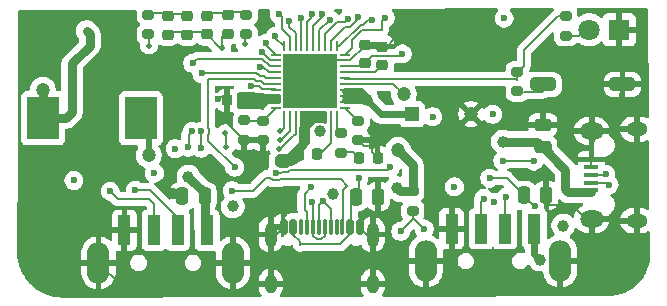
<source format=gbr>
%TF.GenerationSoftware,KiCad,Pcbnew,9.0.3*%
%TF.CreationDate,2025-10-08T16:43:24+01:00*%
%TF.ProjectId,power_bank,706f7765-725f-4626-916e-6b2e6b696361,rev?*%
%TF.SameCoordinates,Original*%
%TF.FileFunction,Copper,L1,Top*%
%TF.FilePolarity,Positive*%
%FSLAX46Y46*%
G04 Gerber Fmt 4.6, Leading zero omitted, Abs format (unit mm)*
G04 Created by KiCad (PCBNEW 9.0.3) date 2025-10-08 16:43:24*
%MOMM*%
%LPD*%
G01*
G04 APERTURE LIST*
G04 Aperture macros list*
%AMRoundRect*
0 Rectangle with rounded corners*
0 $1 Rounding radius*
0 $2 $3 $4 $5 $6 $7 $8 $9 X,Y pos of 4 corners*
0 Add a 4 corners polygon primitive as box body*
4,1,4,$2,$3,$4,$5,$6,$7,$8,$9,$2,$3,0*
0 Add four circle primitives for the rounded corners*
1,1,$1+$1,$2,$3*
1,1,$1+$1,$4,$5*
1,1,$1+$1,$6,$7*
1,1,$1+$1,$8,$9*
0 Add four rect primitives between the rounded corners*
20,1,$1+$1,$2,$3,$4,$5,0*
20,1,$1+$1,$4,$5,$6,$7,0*
20,1,$1+$1,$6,$7,$8,$9,0*
20,1,$1+$1,$8,$9,$2,$3,0*%
G04 Aperture macros list end*
%TA.AperFunction,SMDPad,CuDef*%
%ADD10RoundRect,0.225000X-0.250000X0.225000X-0.250000X-0.225000X0.250000X-0.225000X0.250000X0.225000X0*%
%TD*%
%TA.AperFunction,SMDPad,CuDef*%
%ADD11RoundRect,0.218750X-0.256250X0.218750X-0.256250X-0.218750X0.256250X-0.218750X0.256250X0.218750X0*%
%TD*%
%TA.AperFunction,SMDPad,CuDef*%
%ADD12RoundRect,0.225000X-0.225000X-0.250000X0.225000X-0.250000X0.225000X0.250000X-0.225000X0.250000X0*%
%TD*%
%TA.AperFunction,SMDPad,CuDef*%
%ADD13RoundRect,0.250000X0.830000X0.310000X-0.830000X0.310000X-0.830000X-0.310000X0.830000X-0.310000X0*%
%TD*%
%TA.AperFunction,SMDPad,CuDef*%
%ADD14RoundRect,0.062500X-0.350000X-0.062500X0.350000X-0.062500X0.350000X0.062500X-0.350000X0.062500X0*%
%TD*%
%TA.AperFunction,SMDPad,CuDef*%
%ADD15RoundRect,0.062500X-0.062500X-0.350000X0.062500X-0.350000X0.062500X0.350000X-0.062500X0.350000X0*%
%TD*%
%TA.AperFunction,HeatsinkPad*%
%ADD16R,4.600000X4.600000*%
%TD*%
%TA.AperFunction,ComponentPad*%
%ADD17C,3.800000*%
%TD*%
%TA.AperFunction,SMDPad,CuDef*%
%ADD18RoundRect,0.200000X-0.275000X0.200000X-0.275000X-0.200000X0.275000X-0.200000X0.275000X0.200000X0*%
%TD*%
%TA.AperFunction,SMDPad,CuDef*%
%ADD19RoundRect,0.218750X0.218750X0.256250X-0.218750X0.256250X-0.218750X-0.256250X0.218750X-0.256250X0*%
%TD*%
%TA.AperFunction,SMDPad,CuDef*%
%ADD20RoundRect,0.218750X0.256250X-0.218750X0.256250X0.218750X-0.256250X0.218750X-0.256250X-0.218750X0*%
%TD*%
%TA.AperFunction,SMDPad,CuDef*%
%ADD21RoundRect,0.250000X-0.250000X-0.475000X0.250000X-0.475000X0.250000X0.475000X-0.250000X0.475000X0*%
%TD*%
%TA.AperFunction,SMDPad,CuDef*%
%ADD22RoundRect,0.200000X0.275000X-0.200000X0.275000X0.200000X-0.275000X0.200000X-0.275000X-0.200000X0*%
%TD*%
%TA.AperFunction,SMDPad,CuDef*%
%ADD23RoundRect,0.250000X0.250000X0.475000X-0.250000X0.475000X-0.250000X-0.475000X0.250000X-0.475000X0*%
%TD*%
%TA.AperFunction,SMDPad,CuDef*%
%ADD24R,1.300000X0.450000*%
%TD*%
%TA.AperFunction,HeatsinkPad*%
%ADD25O,1.800000X1.150000*%
%TD*%
%TA.AperFunction,HeatsinkPad*%
%ADD26O,2.000000X1.450000*%
%TD*%
%TA.AperFunction,ComponentPad*%
%ADD27R,1.200000X1.200000*%
%TD*%
%TA.AperFunction,ComponentPad*%
%ADD28C,1.200000*%
%TD*%
%TA.AperFunction,SMDPad,CuDef*%
%ADD29R,1.100000X2.500000*%
%TD*%
%TA.AperFunction,HeatsinkPad*%
%ADD30O,1.900000X3.500000*%
%TD*%
%TA.AperFunction,SMDPad,CuDef*%
%ADD31R,2.700000X3.600000*%
%TD*%
%TA.AperFunction,SMDPad,CuDef*%
%ADD32RoundRect,0.250000X0.475000X-0.250000X0.475000X0.250000X-0.475000X0.250000X-0.475000X-0.250000X0*%
%TD*%
%TA.AperFunction,ComponentPad*%
%ADD33R,1.800000X1.800000*%
%TD*%
%TA.AperFunction,ComponentPad*%
%ADD34C,1.800000*%
%TD*%
%TA.AperFunction,SMDPad,CuDef*%
%ADD35RoundRect,0.150000X-0.150000X-0.500000X0.150000X-0.500000X0.150000X0.500000X-0.150000X0.500000X0*%
%TD*%
%TA.AperFunction,SMDPad,CuDef*%
%ADD36RoundRect,0.075000X-0.075000X-0.575000X0.075000X-0.575000X0.075000X0.575000X-0.075000X0.575000X0*%
%TD*%
%TA.AperFunction,HeatsinkPad*%
%ADD37O,1.000000X2.100000*%
%TD*%
%TA.AperFunction,HeatsinkPad*%
%ADD38O,1.000000X1.600000*%
%TD*%
%TA.AperFunction,ViaPad*%
%ADD39C,1.000000*%
%TD*%
%TA.AperFunction,ViaPad*%
%ADD40C,0.600000*%
%TD*%
%TA.AperFunction,ViaPad*%
%ADD41C,1.200000*%
%TD*%
%TA.AperFunction,ViaPad*%
%ADD42C,0.500000*%
%TD*%
%TA.AperFunction,Conductor*%
%ADD43C,0.600000*%
%TD*%
%TA.AperFunction,Conductor*%
%ADD44C,0.200000*%
%TD*%
%TA.AperFunction,Conductor*%
%ADD45C,0.800000*%
%TD*%
%TA.AperFunction,Conductor*%
%ADD46C,0.500000*%
%TD*%
G04 APERTURE END LIST*
D10*
%TO.P,CIN1..7,1*%
%TO.N,GND*%
X121650000Y-98760000D03*
%TO.P,CIN1..7,2*%
%TO.N,Net-(U4-VREG)*%
X121650000Y-100310000D03*
%TD*%
D11*
%TO.P,D6,1,K*%
%TO.N,Net-(D2-A)*%
X103480000Y-96202500D03*
%TO.P,D6,2,A*%
%TO.N,LED3*%
X103480000Y-97777500D03*
%TD*%
D10*
%TO.P,CIN1..8,1*%
%TO.N,GND*%
X120160000Y-98590000D03*
%TO.P,CIN1..8,2*%
%TO.N,VBAT+*%
X120160000Y-100140000D03*
%TD*%
D12*
%TO.P,CIN1..3,1*%
%TO.N,/POWER_SOC/ledx*%
X114535000Y-107870000D03*
%TO.P,CIN1..3,2*%
%TO.N,Net-(U4-BST)*%
X116085000Y-107870000D03*
%TD*%
D13*
%TO.P,SW1,1,1*%
%TO.N,GND*%
X141985000Y-101960000D03*
%TO.P,SW1,2,2*%
%TO.N,Net-(R10-Pad2)*%
X135255000Y-101960000D03*
%TD*%
D14*
%TO.P,U4,1,DPA2*%
%TO.N,DPA2*%
X112617500Y-99435000D03*
%TO.P,U4,2,CC1*%
%TO.N,CC1*%
X112617500Y-99935000D03*
%TO.P,U4,3,CC2*%
%TO.N,CC2*%
X112617500Y-100435000D03*
%TO.P,U4,4,DMC*%
%TO.N,DMC*%
X112617500Y-100935000D03*
%TO.P,U4,5,DPC*%
%TO.N,DPC*%
X112617500Y-101435000D03*
%TO.P,U4,6,DMB*%
%TO.N,DMB*%
X112617500Y-101935000D03*
%TO.P,U4,7,DPB*%
%TO.N,DPB*%
X112617500Y-102435000D03*
%TO.P,U4,8,VSYS*%
%TO.N,VSYS*%
X112617500Y-102935000D03*
%TO.P,U4,9,VSYS*%
X112617500Y-103435000D03*
%TO.P,U4,10,NTC*%
%TO.N,Net-(U4-NTC)*%
X112617500Y-103935000D03*
D15*
%TO.P,U4,11,LED1*%
%TO.N,LED1*%
X113305000Y-104622500D03*
%TO.P,U4,12,LED2*%
%TO.N,LED2*%
X113805000Y-104622500D03*
%TO.P,U4,13,LED3*%
%TO.N,LED3*%
X114305000Y-104622500D03*
%TO.P,U4,14,LEDX*%
%TO.N,/POWER_SOC/ledx*%
X114805000Y-104622500D03*
%TO.P,U4,15,LEDX*%
X115305000Y-104622500D03*
%TO.P,U4,16,LEDX*%
X115805000Y-104622500D03*
%TO.P,U4,17,LEDX*%
X116305000Y-104622500D03*
%TO.P,U4,18,LEDX*%
X116805000Y-104622500D03*
%TO.P,U4,19,BST*%
%TO.N,Net-(U4-BST)*%
X117305000Y-104622500D03*
%TO.P,U4,20,LIGHT*%
%TO.N,LIGHT*%
X117805000Y-104622500D03*
D14*
%TO.P,U4,21,REST*%
%TO.N,Net-(U4-REST)*%
X118492500Y-103935000D03*
%TO.P,U4,22,VSYS*%
%TO.N,VSYS*%
X118492500Y-103435000D03*
%TO.P,U4,23,VSYS*%
X118492500Y-102935000D03*
%TO.P,U4,24,VSP*%
X118492500Y-102435000D03*
%TO.P,U4,25,VSN*%
%TO.N,VMID*%
X118492500Y-101935000D03*
%TO.P,U4,26,KEY*%
%TO.N,KEY*%
X118492500Y-101435000D03*
%TO.P,U4,27,VREG*%
%TO.N,Net-(U4-VREG)*%
X118492500Y-100935000D03*
%TO.P,U4,28,BAT*%
%TO.N,VBAT+*%
X118492500Y-100435000D03*
%TO.P,U4,29,AGND*%
%TO.N,GND*%
X118492500Y-99935000D03*
%TO.P,U4,30,VIN*%
%TO.N,VIN*%
X118492500Y-99435000D03*
D15*
%TO.P,U4,31,VING*%
%TO.N,VING*%
X117805000Y-98747500D03*
%TO.P,U4,32,VBUS*%
%TO.N,VBUS*%
X117305000Y-98747500D03*
%TO.P,U4,33,VBUSG*%
%TO.N,VBUSG*%
X116805000Y-98747500D03*
%TO.P,U4,34,VOUT2*%
%TO.N,VOUT2*%
X116305000Y-98747500D03*
%TO.P,U4,35,VOUT2G*%
%TO.N,VOUT2G*%
X115805000Y-98747500D03*
%TO.P,U4,36,VOUT1G*%
%TO.N,VOUT1G*%
X115305000Y-98747500D03*
%TO.P,U4,37,VOUT1*%
%TO.N,VOUT1*%
X114805000Y-98747500D03*
%TO.P,U4,38,DMA1*%
%TO.N,DMA1*%
X114305000Y-98747500D03*
%TO.P,U4,39,DPA1*%
%TO.N,DPA1*%
X113805000Y-98747500D03*
%TO.P,U4,40,DMA2*%
%TO.N,DMA2*%
X113305000Y-98747500D03*
D16*
%TO.P,U4,41,epad_gnd*%
%TO.N,GND*%
X115555000Y-101685000D03*
%TD*%
D17*
%TO.P,H2,1,1*%
%TO.N,GND*%
X93530000Y-117160000D03*
%TD*%
D18*
%TO.P,R4,1*%
%TO.N,Net-(D1-A)*%
X110130000Y-96075000D03*
%TO.P,R4,2*%
%TO.N,LED1*%
X110130000Y-97725000D03*
%TD*%
D19*
%TO.P,D4,1,K*%
%TO.N,GND*%
X121247500Y-108180000D03*
%TO.P,D4,2,A*%
%TO.N,Net-(D4-A)*%
X119672500Y-108180000D03*
%TD*%
D20*
%TO.P,D1,1,K*%
%TO.N,LED3*%
X108550000Y-97655000D03*
%TO.P,D1,2,A*%
%TO.N,Net-(D1-A)*%
X108550000Y-96080000D03*
%TD*%
D21*
%TO.P,CIN1..10,1*%
%TO.N,VOUT2*%
X133640000Y-111370000D03*
%TO.P,CIN1..10,2*%
%TO.N,GND*%
X135540000Y-111370000D03*
%TD*%
D18*
%TO.P,R1,1*%
%TO.N,VMID*%
X124240000Y-111025000D03*
%TO.P,R1,2*%
%TO.N,VBUSG*%
X124240000Y-112675000D03*
%TD*%
D22*
%TO.P,R5,1*%
%TO.N,LED2*%
X101840000Y-97705000D03*
%TO.P,R5,2*%
%TO.N,Net-(D2-A)*%
X101840000Y-96055000D03*
%TD*%
D23*
%TO.P,CIN1..11,1*%
%TO.N,VOUT1*%
X106620000Y-111450000D03*
%TO.P,CIN1..11,2*%
%TO.N,GND*%
X104720000Y-111450000D03*
%TD*%
D24*
%TO.P,J4,1,VBUS*%
%TO.N,VIN*%
X139335000Y-110935000D03*
%TO.P,J4,2,D-*%
%TO.N,DMB*%
X139335000Y-110285000D03*
%TO.P,J4,3,D+*%
%TO.N,DPB*%
X139335000Y-109635000D03*
%TO.P,J4,4,ID*%
%TO.N,GND*%
X139335000Y-108985000D03*
%TO.P,J4,5,GND*%
X139335000Y-108335000D03*
D25*
%TO.P,J4,6,Shield*%
X143185000Y-113510000D03*
D26*
X139385000Y-113360000D03*
X139385000Y-105910000D03*
D25*
X143185000Y-105760000D03*
%TD*%
D18*
%TO.P,R9,1*%
%TO.N,Net-(U4-NTC)*%
X109975000Y-105002500D03*
%TO.P,R9,2*%
%TO.N,GND*%
X109975000Y-106652500D03*
%TD*%
%TO.P,R8,1*%
%TO.N,Net-(U4-NTC)*%
X111525000Y-105032500D03*
%TO.P,R8,2*%
%TO.N,GND*%
X111525000Y-106682500D03*
%TD*%
D27*
%TO.P,C1,1*%
%TO.N,VSYS*%
X124180000Y-104490000D03*
D28*
%TO.P,C1,2*%
%TO.N,GND*%
X129180000Y-104490000D03*
%TD*%
D17*
%TO.P,H1,1,1*%
%TO.N,GND*%
X140640000Y-117310000D03*
%TD*%
D18*
%TO.P,R7,1*%
%TO.N,Net-(U4-REST)*%
X119615000Y-105037500D03*
%TO.P,R7,2*%
%TO.N,GND*%
X119615000Y-106687500D03*
%TD*%
%TO.P,R12,1*%
%TO.N,LIGHT*%
X118120000Y-106110000D03*
%TO.P,R12,2*%
%TO.N,Net-(D4-A)*%
X118120000Y-107760000D03*
%TD*%
D21*
%TO.P,CIN1..12,1*%
%TO.N,VBUS*%
X119420000Y-111470000D03*
%TO.P,CIN1..12,2*%
%TO.N,GND*%
X121320000Y-111470000D03*
%TD*%
D29*
%TO.P,J1,1,VBUS*%
%TO.N,VOUT1*%
X106820000Y-114320000D03*
%TO.P,J1,2,D-*%
%TO.N,DMA1*%
X104320000Y-114320000D03*
%TO.P,J1,3,D+*%
%TO.N,DPA1*%
X102320000Y-114320000D03*
%TO.P,J1,4,GND*%
%TO.N,GND*%
X99820000Y-114320000D03*
D30*
%TO.P,J1,5,Shield*%
X109020000Y-117070000D03*
X97620000Y-117070000D03*
%TD*%
D11*
%TO.P,D5,1,K*%
%TO.N,Net-(D1-A)*%
X106810000Y-96162500D03*
%TO.P,D5,2,A*%
%TO.N,LED3*%
X106810000Y-97737500D03*
%TD*%
D18*
%TO.P,R11,1*%
%TO.N,KEY*%
X137180000Y-96190000D03*
%TO.P,R11,2*%
%TO.N,Net-(D3-A)*%
X137180000Y-97840000D03*
%TD*%
D31*
%TO.P,L2,1,1*%
%TO.N,/POWER_SOC/ledx*%
X101200000Y-104820000D03*
%TO.P,L2,2,2*%
%TO.N,VBAT+*%
X92900000Y-104820000D03*
%TD*%
D29*
%TO.P,J2,1,VBUS*%
%TO.N,VOUT2*%
X134520000Y-114170000D03*
%TO.P,J2,2,D-*%
%TO.N,DMA2*%
X132020000Y-114170000D03*
%TO.P,J2,3,D+*%
%TO.N,DPA2*%
X130020000Y-114170000D03*
%TO.P,J2,4,GND*%
%TO.N,GND*%
X127520000Y-114170000D03*
D30*
%TO.P,J2,5,Shield*%
X136720000Y-116920000D03*
X125320000Y-116920000D03*
%TD*%
D18*
%TO.P,R10,1*%
%TO.N,KEY*%
X133080000Y-100905000D03*
%TO.P,R10,2*%
%TO.N,Net-(R10-Pad2)*%
X133080000Y-102555000D03*
%TD*%
D12*
%TO.P,CIN1..4,1*%
%TO.N,GND*%
X108535000Y-103320000D03*
%TO.P,CIN1..4,2*%
%TO.N,VSYS*%
X110085000Y-103320000D03*
%TD*%
D32*
%TO.P,CIN1..9,1*%
%TO.N,VIN*%
X135250000Y-107280000D03*
%TO.P,CIN1..9,2*%
%TO.N,GND*%
X135250000Y-105380000D03*
%TD*%
D20*
%TO.P,D2,1,K*%
%TO.N,LED3*%
X105150000Y-97750000D03*
%TO.P,D2,2,A*%
%TO.N,Net-(D2-A)*%
X105150000Y-96175000D03*
%TD*%
D33*
%TO.P,D3,1,K*%
%TO.N,GND*%
X141710000Y-97330000D03*
D34*
%TO.P,D3,2,A*%
%TO.N,Net-(D3-A)*%
X139170000Y-97330000D03*
%TD*%
D35*
%TO.P,J5,A1,GND*%
%TO.N,GND*%
X113330000Y-114035000D03*
%TO.P,J5,A4,VBUS*%
%TO.N,VBUS*%
X114130000Y-114035000D03*
D36*
%TO.P,J5,A5,CC1*%
%TO.N,CC1*%
X115280000Y-114035000D03*
%TO.P,J5,A6,D+*%
%TO.N,DPC*%
X116280000Y-114035000D03*
%TO.P,J5,A7,D-*%
%TO.N,DMC*%
X116780000Y-114035000D03*
%TO.P,J5,A8,SBU1*%
%TO.N,unconnected-(J5-SBU1-PadA8)*%
X117780000Y-114035000D03*
D35*
%TO.P,J5,A9,VBUS*%
%TO.N,VBUS*%
X118930000Y-114035000D03*
%TO.P,J5,A12,GND*%
%TO.N,GND*%
X119730000Y-114035000D03*
%TO.P,J5,B1,GND*%
X119730000Y-114035000D03*
%TO.P,J5,B4,VBUS*%
%TO.N,VBUS*%
X118930000Y-114035000D03*
D36*
%TO.P,J5,B5,CC2*%
%TO.N,CC2*%
X118280000Y-114035000D03*
%TO.P,J5,B6,D+*%
%TO.N,DPC*%
X117280000Y-114035000D03*
%TO.P,J5,B7,D-*%
%TO.N,DMC*%
X115780000Y-114035000D03*
%TO.P,J5,B8,SBU2*%
%TO.N,unconnected-(J5-SBU2-PadB8)*%
X114780000Y-114035000D03*
D35*
%TO.P,J5,B9,VBUS*%
%TO.N,VBUS*%
X114130000Y-114035000D03*
%TO.P,J5,B12,GND*%
%TO.N,GND*%
X113330000Y-114035000D03*
D37*
%TO.P,J5,S1,SHIELD*%
X112210000Y-114675000D03*
D38*
X112210000Y-118855000D03*
D37*
X120850000Y-114675000D03*
D38*
X120850000Y-118855000D03*
%TD*%
D39*
%TO.N,VSYS*%
X111340000Y-103300000D03*
X120340000Y-103260000D03*
D40*
%TO.N,GND*%
X99500000Y-118810000D03*
X99620000Y-117600000D03*
X103930000Y-111001000D03*
X97130000Y-100830000D03*
X127520000Y-115670000D03*
X120750000Y-107160000D03*
X141970000Y-102960000D03*
X107760000Y-103190000D03*
X136410000Y-105380000D03*
X129270000Y-100280000D03*
X99820000Y-115840000D03*
%TO.N,VBAT+*%
X123345000Y-99385000D03*
D41*
X92900000Y-102430000D03*
D40*
X95540000Y-110100000D03*
D41*
%TO.N,/POWER_SOC/ledx*%
X101870000Y-107970000D03*
X113290000Y-108460000D03*
D39*
%TO.N,VMID*%
X136960000Y-113920000D03*
D41*
X122980000Y-107520000D03*
D39*
X116341000Y-105891000D03*
X108990000Y-112300000D03*
D41*
X123460000Y-102800000D03*
D39*
X117460000Y-111210000D03*
X122890000Y-110730000D03*
D40*
%TO.N,VBUS*%
X127760000Y-110640000D03*
X119590000Y-96300000D03*
X119660000Y-109929000D03*
D42*
%TO.N,LED3*%
X112870000Y-107440000D03*
X108360000Y-106100000D03*
X108100000Y-98860000D03*
X108380000Y-107270000D03*
D40*
%TO.N,DMA1*%
X113760000Y-96571000D03*
X100750000Y-110920000D03*
X100750000Y-110920000D03*
X100750000Y-110920000D03*
%TO.N,DPA1*%
X112941002Y-96031000D03*
X98600000Y-111000000D03*
%TO.N,DMA2*%
X112600000Y-97900000D03*
X132120000Y-111510000D03*
%TO.N,DPA2*%
X111840000Y-98470000D03*
X111840000Y-98470000D03*
X130230000Y-111630000D03*
X111840000Y-98470000D03*
%TO.N,DPC*%
X116610000Y-111840000D03*
X106370000Y-101040000D03*
X106340000Y-107360000D03*
X106340000Y-105920000D03*
%TO.N,DMC*%
X111260000Y-100483775D03*
X115670000Y-111910000D03*
%TO.N,CC1*%
X111440000Y-99197862D03*
X115640000Y-110690000D03*
%TO.N,CC2*%
X105600000Y-100170000D03*
X105539997Y-105920000D03*
X108930000Y-110960000D03*
X105240000Y-107280000D03*
%TO.N,DMB*%
X131850000Y-108410000D03*
X112660000Y-109489000D03*
X122330000Y-108970000D03*
X134470000Y-108460000D03*
X109140000Y-108970000D03*
X140850000Y-110440000D03*
%TO.N,DPB*%
X140580000Y-109570000D03*
X110540000Y-102080000D03*
%TO.N,VING*%
X120760000Y-96540000D03*
X125910000Y-104690000D03*
%TO.N,VOUT2G*%
X116552851Y-95997809D03*
X131130000Y-111940000D03*
%TO.N,VOUT1G*%
X115740000Y-96020000D03*
X104120000Y-107410000D03*
%TO.N,VBUSG*%
X118740000Y-96430000D03*
X125210000Y-114210000D03*
X123210000Y-114400000D03*
D42*
%TO.N,LED1*%
X113030000Y-105930000D03*
X113030000Y-105930000D03*
X113030000Y-105930000D03*
X110010000Y-98550000D03*
%TO.N,LED2*%
X112980000Y-106660000D03*
X101900000Y-98680000D03*
D40*
%TO.N,VIN*%
X131010000Y-104500000D03*
X121900000Y-96310000D03*
D39*
X131850000Y-106820000D03*
%TO.N,VOUT2*%
X134990000Y-116790000D03*
D40*
X131960000Y-96350000D03*
X134560000Y-112290000D03*
X130740000Y-109900000D03*
X117194972Y-96474972D03*
%TO.N,VOUT1*%
X114790000Y-96350000D03*
D39*
X105230000Y-109770000D03*
D40*
X102360000Y-109470000D03*
%TD*%
D43*
%TO.N,VSYS*%
X120291000Y-103309000D02*
X118492500Y-103309000D01*
X120340000Y-103260000D02*
X120291000Y-103309000D01*
X121570000Y-104490000D02*
X124180000Y-104490000D01*
X120340000Y-103260000D02*
X120340000Y-103030000D01*
X120340000Y-103260000D02*
X120110000Y-103030000D01*
X119871000Y-102561000D02*
X118492500Y-102561000D01*
X120340000Y-103260000D02*
X121570000Y-104490000D01*
X118587500Y-103030000D02*
X118492500Y-102935000D01*
X120340000Y-103030000D02*
X119871000Y-102561000D01*
X120110000Y-103030000D02*
X118587500Y-103030000D01*
D44*
%TO.N,GND*%
X127950000Y-99030000D02*
X127050000Y-98130000D01*
X129270000Y-100280000D02*
X128020000Y-99030000D01*
X117305000Y-99935000D02*
X118492500Y-99935000D01*
X93620000Y-117070000D02*
X93530000Y-117160000D01*
X108275000Y-103060000D02*
X108535000Y-103320000D01*
X107760000Y-103190000D02*
X107890000Y-103060000D01*
X118492500Y-99935000D02*
X118920798Y-99935000D01*
X139385000Y-113360000D02*
X138890000Y-113360000D01*
X120160000Y-98590000D02*
X121480000Y-98590000D01*
X99500000Y-118810000D02*
X99360000Y-118810000D01*
X108535000Y-103320000D02*
X108535000Y-105212500D01*
X135880000Y-112180000D02*
X135540000Y-111840000D01*
X120850000Y-114650000D02*
X120850000Y-114620000D01*
X127050000Y-98130000D02*
X122640000Y-98130000D01*
X120160000Y-98695798D02*
X120160000Y-98590000D01*
X122640000Y-98130000D02*
X122010000Y-98760000D01*
X115555000Y-101685000D02*
X117305000Y-99935000D01*
X109975000Y-106652500D02*
X111495000Y-106652500D01*
X112210000Y-114675000D02*
X112690000Y-114675000D01*
X127520000Y-115670000D02*
X127520000Y-114170000D01*
X104271000Y-111001000D02*
X104720000Y-111450000D01*
X135540000Y-111840000D02*
X135540000Y-111370000D01*
X120370000Y-114675000D02*
X119730000Y-114035000D01*
X99620000Y-117600000D02*
X99090000Y-117070000D01*
X103930000Y-111001000D02*
X104271000Y-111001000D01*
X120750000Y-107682500D02*
X121247500Y-108180000D01*
X128020000Y-99030000D02*
X127950000Y-99030000D01*
X136410000Y-105380000D02*
X135250000Y-105380000D01*
X137710000Y-112180000D02*
X135880000Y-112180000D01*
X121480000Y-98590000D02*
X121650000Y-98760000D01*
X108535000Y-105212500D02*
X109975000Y-106652500D01*
X141970000Y-102960000D02*
X141970000Y-101975000D01*
X120750000Y-107160000D02*
X120750000Y-107682500D01*
X120850000Y-114675000D02*
X120370000Y-114675000D01*
X122010000Y-98760000D02*
X121650000Y-98760000D01*
X121320000Y-111470000D02*
X121320000Y-112195000D01*
X99360000Y-118810000D02*
X97620000Y-117070000D01*
X120087500Y-107160000D02*
X119615000Y-106687500D01*
X112690000Y-114675000D02*
X113330000Y-114035000D01*
X138890000Y-113360000D02*
X137710000Y-112180000D01*
X139385000Y-105910000D02*
X139385000Y-108285000D01*
X111495000Y-106652500D02*
X111525000Y-106682500D01*
X139385000Y-108285000D02*
X139335000Y-108335000D01*
X120750000Y-107160000D02*
X120087500Y-107160000D01*
X99820000Y-115840000D02*
X99820000Y-114320000D01*
X97620000Y-117070000D02*
X93620000Y-117070000D01*
X99090000Y-117070000D02*
X97620000Y-117070000D01*
X141970000Y-101975000D02*
X141985000Y-101960000D01*
X139335000Y-108335000D02*
X139335000Y-108985000D01*
X118920798Y-99935000D02*
X120160000Y-98695798D01*
X107890000Y-103060000D02*
X108275000Y-103060000D01*
D45*
%TO.N,VBAT+*%
X95390000Y-104290000D02*
X95390000Y-100190000D01*
X96900000Y-98680000D02*
X96900000Y-97700000D01*
D44*
X119865000Y-100435000D02*
X120750000Y-99550000D01*
D45*
X95390000Y-100190000D02*
X96900000Y-98680000D01*
X92900000Y-102430000D02*
X92900000Y-104820000D01*
D44*
X123180000Y-99550000D02*
X123345000Y-99385000D01*
D45*
X94860000Y-104820000D02*
X95390000Y-104290000D01*
D44*
X123345000Y-99385000D02*
X123350000Y-99380000D01*
X118492500Y-100435000D02*
X119865000Y-100435000D01*
X120750000Y-99550000D02*
X123180000Y-99550000D01*
D45*
X96900000Y-97700000D02*
X96620000Y-97420000D01*
X92900000Y-104820000D02*
X94860000Y-104820000D01*
D46*
%TO.N,/POWER_SOC/ledx*%
X101870000Y-107970000D02*
X101870000Y-105490000D01*
X101870000Y-105490000D02*
X101200000Y-104820000D01*
D44*
%TO.N,Net-(U4-BST)*%
X116370000Y-107870000D02*
X116085000Y-107870000D01*
X117305000Y-104622500D02*
X117305000Y-106935000D01*
X117305000Y-106935000D02*
X116370000Y-107870000D01*
D45*
%TO.N,VMID*%
X122980000Y-107520000D02*
X124240000Y-108780000D01*
D44*
X118492500Y-101935000D02*
X122595000Y-101935000D01*
X122595000Y-101935000D02*
X123460000Y-102800000D01*
D45*
X124240000Y-111025000D02*
X123185000Y-111025000D01*
X123185000Y-111025000D02*
X122890000Y-110730000D01*
X124240000Y-108780000D02*
X124240000Y-111025000D01*
D44*
%TO.N,Net-(U4-VREG)*%
X121025000Y-100935000D02*
X121650000Y-100310000D01*
X118492500Y-100935000D02*
X121025000Y-100935000D01*
%TO.N,VBUS*%
X119660000Y-111230000D02*
X119420000Y-111470000D01*
X119420000Y-111470000D02*
X118980000Y-111910000D01*
X118928943Y-97091000D02*
X119590000Y-96429943D01*
X118930000Y-114620000D02*
X118050000Y-115500000D01*
X119590000Y-96429943D02*
X119590000Y-96300000D01*
X114690000Y-115250000D02*
X114130000Y-114690000D01*
X117305000Y-98747500D02*
X117305000Y-98319202D01*
X114690000Y-115530000D02*
X114690000Y-115250000D01*
X119660000Y-109929000D02*
X119660000Y-111230000D01*
X118533202Y-97091000D02*
X118928943Y-97091000D01*
X114130000Y-114690000D02*
X114130000Y-114035000D01*
X118930000Y-114035000D02*
X118930000Y-114620000D01*
X118980000Y-111910000D02*
X118980000Y-113735000D01*
X117305000Y-98319202D02*
X118533202Y-97091000D01*
X114720000Y-115500000D02*
X114690000Y-115530000D01*
X118050000Y-115500000D02*
X114720000Y-115500000D01*
%TO.N,LED3*%
X107932500Y-98860000D02*
X106810000Y-97737500D01*
X103570000Y-97500000D02*
X103490000Y-97580000D01*
X114130000Y-106310000D02*
X113000000Y-107440000D01*
X108380000Y-107270000D02*
X108380000Y-106120000D01*
X114305000Y-104622500D02*
X114305000Y-106135000D01*
X113000000Y-107440000D02*
X112870000Y-107440000D01*
X108100000Y-98860000D02*
X108100000Y-97910000D01*
X114305000Y-106135000D02*
X114130000Y-106310000D01*
X106740000Y-97500000D02*
X105140000Y-97500000D01*
X108200000Y-98690000D02*
X108200000Y-98650000D01*
X108380000Y-106120000D02*
X108360000Y-106100000D01*
X108100000Y-98860000D02*
X107932500Y-98860000D01*
X108100000Y-97910000D02*
X108550000Y-97460000D01*
X105140000Y-97500000D02*
X103570000Y-97500000D01*
%TO.N,Net-(D1-A)*%
X110340000Y-95850000D02*
X108585000Y-95850000D01*
X108550000Y-95885000D02*
X106860000Y-95885000D01*
X108585000Y-95850000D02*
X108550000Y-95885000D01*
X106860000Y-95885000D02*
X106800000Y-95945000D01*
%TO.N,Net-(D2-A)*%
X103490000Y-96005000D02*
X105060000Y-96005000D01*
X101820000Y-95930000D02*
X103415000Y-95930000D01*
X105060000Y-96005000D02*
X105140000Y-95925000D01*
X103415000Y-95930000D02*
X103490000Y-96005000D01*
%TO.N,Net-(D3-A)*%
X138300000Y-97820000D02*
X138280000Y-97840000D01*
X138300000Y-97820000D02*
X139560000Y-97820000D01*
X138280000Y-97840000D02*
X137180000Y-97840000D01*
%TO.N,Net-(D4-A)*%
X117970000Y-107680000D02*
X119172500Y-107680000D01*
X119172500Y-107680000D02*
X119672500Y-108180000D01*
%TO.N,DMA1*%
X113770000Y-96581000D02*
X113770000Y-97070000D01*
X113760000Y-96571000D02*
X113770000Y-96581000D01*
X101960000Y-110920000D02*
X104320000Y-113280000D01*
X100750000Y-110920000D02*
X101960000Y-110920000D01*
X113770000Y-97070000D02*
X114305000Y-97605000D01*
X114305000Y-97605000D02*
X114305000Y-98747500D01*
X104320000Y-113280000D02*
X104320000Y-114320000D01*
%TO.N,DPA1*%
X102320000Y-112110000D02*
X102320000Y-114320000D01*
X112993505Y-96083505D02*
X113160000Y-96250000D01*
X113805000Y-97954943D02*
X113805000Y-98747500D01*
X112941002Y-96031000D02*
X112993505Y-96083503D01*
X98600000Y-111000000D02*
X99270000Y-111670000D01*
X113160000Y-97309943D02*
X113805000Y-97954943D01*
X113160000Y-96250000D02*
X113160000Y-97309943D01*
X101880000Y-111670000D02*
X102320000Y-112110000D01*
X99270000Y-111670000D02*
X101880000Y-111670000D01*
X112993505Y-96083503D02*
X112993505Y-96083505D01*
%TO.N,DMA2*%
X132120000Y-111510000D02*
X132020000Y-111610000D01*
X132020000Y-111610000D02*
X132020000Y-114170000D01*
X112600000Y-98042500D02*
X112600000Y-97900000D01*
X113305000Y-98747500D02*
X112600000Y-98042500D01*
%TO.N,DPA2*%
X112617500Y-99435000D02*
X111840000Y-98657500D01*
X130230000Y-111630000D02*
X130020000Y-111840000D01*
X111840000Y-98657500D02*
X111840000Y-98470000D01*
X130020000Y-111840000D02*
X130020000Y-114170000D01*
%TO.N,DPC*%
X117310000Y-112540000D02*
X117310000Y-113785000D01*
X111011057Y-101084775D02*
X111132262Y-101084775D01*
X111640000Y-101250000D02*
X111825000Y-101435000D01*
X111297487Y-101250000D02*
X111640000Y-101250000D01*
X110926282Y-101000000D02*
X111011057Y-101084775D01*
X111825000Y-101435000D02*
X112617500Y-101435000D01*
X116610000Y-111840000D02*
X117310000Y-112540000D01*
X116310000Y-112140000D02*
X116310000Y-113785000D01*
X106370000Y-101040000D02*
X106410000Y-101000000D01*
X106340000Y-105920000D02*
X106340000Y-107360000D01*
X106410000Y-101000000D02*
X110926282Y-101000000D01*
X111132262Y-101084775D02*
X111297487Y-101250000D01*
X116610000Y-111840000D02*
X116310000Y-112140000D01*
%TO.N,DMC*%
X116128000Y-115080000D02*
X116492000Y-115080000D01*
X115810000Y-112050000D02*
X115810000Y-114762000D01*
X111260000Y-100483775D02*
X111260000Y-100308052D01*
X112617500Y-100935000D02*
X112024943Y-100935000D01*
X115810000Y-114762000D02*
X116128000Y-115080000D01*
X111260000Y-100483775D02*
X111573718Y-100483775D01*
X115670000Y-111910000D02*
X115810000Y-112050000D01*
X116492000Y-115080000D02*
X116810000Y-114762000D01*
X116810000Y-114762000D02*
X116810000Y-113785000D01*
X112024943Y-100935000D02*
X111573718Y-100483775D01*
%TO.N,CC1*%
X115310000Y-112808000D02*
X115310000Y-113785000D01*
X115640000Y-110690000D02*
X115069000Y-111261000D01*
X111440000Y-99197862D02*
X111440000Y-99140000D01*
X112177138Y-99935000D02*
X111440000Y-99197862D01*
X112617500Y-99935000D02*
X112177138Y-99935000D01*
X115069000Y-112567000D02*
X115310000Y-112808000D01*
X115069000Y-111261000D02*
X115069000Y-112567000D01*
%TO.N,CC2*%
X118700000Y-110550000D02*
X118310000Y-110940000D01*
X105250000Y-106209997D02*
X105250000Y-107270000D01*
X113027943Y-109971000D02*
X118121000Y-109971000D01*
X112617500Y-100435000D02*
X112110038Y-100435000D01*
X105940943Y-99829057D02*
X105600000Y-100170000D01*
X112908943Y-110090000D02*
X113027943Y-109971000D01*
X112110038Y-100435000D02*
X111504095Y-99829057D01*
X111820000Y-109850000D02*
X112171057Y-109850000D01*
X105250000Y-107270000D02*
X105240000Y-107280000D01*
X111504095Y-99829057D02*
X111330943Y-99829057D01*
X112411057Y-110090000D02*
X112908943Y-110090000D01*
X110710000Y-110960000D02*
X111820000Y-109850000D01*
X111330943Y-99829057D02*
X105940943Y-99829057D01*
X105539997Y-105920000D02*
X105250000Y-106209997D01*
X108930000Y-110960000D02*
X110710000Y-110960000D01*
X118121000Y-109971000D02*
X118700000Y-110550000D01*
X118310000Y-110940000D02*
X118310000Y-113785000D01*
X111330943Y-99829057D02*
X111330000Y-99830000D01*
X112171057Y-109850000D02*
X112411057Y-110090000D01*
%TO.N,DMB*%
X138990000Y-110280000D02*
X138900000Y-110190000D01*
X110788943Y-101479000D02*
X106900000Y-101479000D01*
X140690000Y-110280000D02*
X138990000Y-110280000D01*
X106900000Y-101479000D02*
X106900000Y-105630057D01*
X110988943Y-101679000D02*
X110788943Y-101479000D01*
X111612100Y-101935000D02*
X111356100Y-101679000D01*
X106900000Y-106209943D02*
X106900000Y-106730000D01*
X113663207Y-109361000D02*
X113854207Y-109170000D01*
X113207000Y-109361000D02*
X113663207Y-109361000D01*
X111356100Y-101679000D02*
X110988943Y-101679000D01*
X113079000Y-109489000D02*
X113207000Y-109361000D01*
X112617500Y-101935000D02*
X111612100Y-101935000D01*
X106900000Y-106730000D02*
X109140000Y-108970000D01*
X106941000Y-106168943D02*
X106900000Y-106209943D01*
X112660000Y-109489000D02*
X113079000Y-109489000D01*
X106900000Y-105630057D02*
X106941000Y-105671057D01*
X122130000Y-109170000D02*
X122330000Y-108970000D01*
X113854207Y-109170000D02*
X122130000Y-109170000D01*
X134420000Y-108410000D02*
X134470000Y-108460000D01*
X106941000Y-105671057D02*
X106941000Y-106168943D01*
X140850000Y-110440000D02*
X140690000Y-110280000D01*
X131850000Y-108410000D02*
X134420000Y-108410000D01*
%TO.N,DPB*%
X110540000Y-102080000D02*
X111190000Y-102080000D01*
X140480000Y-109670000D02*
X139030000Y-109670000D01*
X111494000Y-102384000D02*
X112566500Y-102384000D01*
X112566500Y-102384000D02*
X112617500Y-102435000D01*
X140580000Y-109570000D02*
X140480000Y-109670000D01*
X139030000Y-109670000D02*
X138900000Y-109540000D01*
X111190000Y-102080000D02*
X111494000Y-102384000D01*
%TO.N,VING*%
X120049000Y-96901000D02*
X119823890Y-96901000D01*
X120760000Y-96540000D02*
X120410000Y-96540000D01*
X117977390Y-98747500D02*
X117805000Y-98747500D01*
X120410000Y-96540000D02*
X120049000Y-96901000D01*
X119823890Y-96901000D02*
X117977390Y-98747500D01*
%TO.N,VOUT2G*%
X116531897Y-96288103D02*
X115805000Y-97015000D01*
X116552851Y-95997809D02*
X116531897Y-96018763D01*
X115805000Y-97015000D02*
X115805000Y-98747500D01*
X116531897Y-96018763D02*
X116531897Y-96288103D01*
%TO.N,VOUT1G*%
X115305000Y-98747500D02*
X115305000Y-96684943D01*
X115305000Y-96684943D02*
X115740000Y-96249943D01*
%TO.N,VBUSG*%
X124240000Y-112675000D02*
X124240000Y-113240000D01*
X117830000Y-96690000D02*
X118470000Y-96690000D01*
X116805000Y-98747500D02*
X116805000Y-97715000D01*
X116805000Y-97715000D02*
X117760000Y-96760000D01*
X118480000Y-96690000D02*
X118740000Y-96430000D01*
X124240000Y-113240000D02*
X125210000Y-114210000D01*
X124240000Y-113370000D02*
X124240000Y-112675000D01*
X117760000Y-96760000D02*
X117830000Y-96690000D01*
X118470000Y-96690000D02*
X118480000Y-96690000D01*
X123210000Y-114400000D02*
X124240000Y-113370000D01*
%TO.N,LED1*%
X110470000Y-97630000D02*
X110340000Y-97500000D01*
X110010000Y-97845000D02*
X110225000Y-97630000D01*
X113305000Y-105655000D02*
X113030000Y-105930000D01*
X113305000Y-104622500D02*
X113305000Y-105655000D01*
X110225000Y-97630000D02*
X110470000Y-97630000D01*
X110010000Y-98550000D02*
X110010000Y-97845000D01*
%TO.N,LED2*%
X101900000Y-97660000D02*
X101820000Y-97580000D01*
X101900000Y-98680000D02*
X101900000Y-97660000D01*
X113805000Y-105934232D02*
X113079232Y-106660000D01*
X113805000Y-104622500D02*
X113805000Y-105934232D01*
X113079232Y-106660000D02*
X112980000Y-106660000D01*
%TO.N,Net-(U4-REST)*%
X118512500Y-103935000D02*
X119615000Y-105037500D01*
X118492500Y-103935000D02*
X118512500Y-103935000D01*
%TO.N,Net-(U4-NTC)*%
X112617500Y-103940000D02*
X111525000Y-105032500D01*
X111525000Y-105032500D02*
X110005000Y-105032500D01*
X110005000Y-105032500D02*
X109975000Y-105002500D01*
X112617500Y-103935000D02*
X112617500Y-103940000D01*
%TO.N,Net-(R10-Pad2)*%
X133620000Y-102585000D02*
X135210000Y-102585000D01*
X135210000Y-102585000D02*
X135875000Y-101920000D01*
%TO.N,KEY*%
X133095000Y-101555000D02*
X133110000Y-101540000D01*
X118492500Y-101435000D02*
X118507500Y-101450000D01*
X133095000Y-101555000D02*
X133080000Y-101540000D01*
X132950000Y-101250000D02*
X133450000Y-100750000D01*
X118487500Y-101475000D02*
X133085000Y-101475000D01*
X136520000Y-96190000D02*
X137180000Y-96190000D01*
X133620000Y-99090000D02*
X136520000Y-96190000D01*
X133080000Y-100905000D02*
X133620000Y-100365000D01*
X133620000Y-100365000D02*
X133620000Y-99090000D01*
X133080000Y-101540000D02*
X133080000Y-100905000D01*
%TO.N,LIGHT*%
X117805000Y-104622500D02*
X117805000Y-105865000D01*
X117805000Y-105865000D02*
X117970000Y-106030000D01*
D45*
%TO.N,VIN*%
X131850000Y-106820000D02*
X134790000Y-106820000D01*
D44*
X119080000Y-98211990D02*
X119961990Y-97330000D01*
D45*
X137160000Y-109190000D02*
X137160000Y-110860000D01*
D44*
X121590000Y-97330000D02*
X121590000Y-96620000D01*
D45*
X137411000Y-111111000D02*
X139335000Y-111111000D01*
D44*
X119961990Y-97330000D02*
X121590000Y-97330000D01*
D45*
X134790000Y-106820000D02*
X135250000Y-107280000D01*
D44*
X121590000Y-96620000D02*
X121900000Y-96310000D01*
D45*
X137160000Y-110860000D02*
X137411000Y-111111000D01*
D44*
X118492500Y-99435000D02*
X119080000Y-98847500D01*
X119080000Y-98847500D02*
X119080000Y-98211990D01*
D45*
X135250000Y-107280000D02*
X137160000Y-109190000D01*
D43*
%TO.N,VOUT2*%
X134510000Y-114180000D02*
X134520000Y-114170000D01*
D44*
X133640000Y-111370000D02*
X134500000Y-112230000D01*
X130740000Y-109900000D02*
X132170000Y-109900000D01*
D43*
X134510000Y-116310000D02*
X134510000Y-114180000D01*
X134990000Y-116790000D02*
X134510000Y-116310000D01*
D44*
X117194972Y-96474972D02*
X116305000Y-97364943D01*
X134500000Y-112230000D02*
X134560000Y-112290000D01*
X132170000Y-109900000D02*
X133640000Y-111370000D01*
X116305000Y-97364943D02*
X116305000Y-98747500D01*
D45*
%TO.N,VOUT1*%
X106620000Y-111160000D02*
X106620000Y-111450000D01*
D44*
X114805000Y-96705000D02*
X114805000Y-96365000D01*
D45*
X106620000Y-111450000D02*
X106620000Y-114120000D01*
X105230000Y-109770000D02*
X106620000Y-111160000D01*
X106620000Y-114120000D02*
X106820000Y-114320000D01*
D44*
X114805000Y-98747500D02*
X114805000Y-96705000D01*
X114805000Y-96365000D02*
X114790000Y-96350000D01*
%TD*%
%TA.AperFunction,Conductor*%
%TO.N,/POWER_SOC/ledx*%
G36*
X116913039Y-104209685D02*
G01*
X116958794Y-104262489D01*
X116970000Y-104314000D01*
X116970000Y-105174644D01*
X116967258Y-105183978D01*
X116968539Y-105193625D01*
X116957575Y-105216955D01*
X116950315Y-105241683D01*
X116942962Y-105248054D01*
X116938824Y-105256861D01*
X116916989Y-105270560D01*
X116897511Y-105287438D01*
X116886302Y-105289812D01*
X116879638Y-105293994D01*
X116844651Y-105298637D01*
X116750071Y-105297608D01*
X116683250Y-105277195D01*
X116682533Y-105276719D01*
X116672824Y-105270232D01*
X116672804Y-105270221D01*
X116545332Y-105217421D01*
X116545322Y-105217418D01*
X116409995Y-105190500D01*
X116409993Y-105190500D01*
X116272007Y-105190500D01*
X116272005Y-105190500D01*
X116136677Y-105217418D01*
X116136667Y-105217421D01*
X116009195Y-105270221D01*
X116009182Y-105270228D01*
X115894459Y-105346884D01*
X115796883Y-105444461D01*
X115785941Y-105460837D01*
X115753091Y-105494124D01*
X115569999Y-105620000D01*
X115511753Y-106852875D01*
X115488926Y-106918911D01*
X115488112Y-106920041D01*
X115000000Y-107589999D01*
X115000000Y-108266044D01*
X114980315Y-108333083D01*
X114934931Y-108375146D01*
X114047290Y-108854602D01*
X113988359Y-108869500D01*
X113814645Y-108869500D01*
X113738217Y-108889978D01*
X113669696Y-108929540D01*
X113669693Y-108929542D01*
X113575055Y-109024181D01*
X113513732Y-109057666D01*
X113487374Y-109060500D01*
X113167438Y-109060500D01*
X113091466Y-109080856D01*
X113021617Y-109079194D01*
X112991571Y-109064903D01*
X112597381Y-108807472D01*
X112552014Y-108754335D01*
X112541202Y-108701476D01*
X112549272Y-108241475D01*
X112570130Y-108174791D01*
X112575524Y-108167328D01*
X112754563Y-107938159D01*
X112779320Y-107920410D01*
X112802679Y-107900851D01*
X112808214Y-107899695D01*
X112811347Y-107897450D01*
X112836707Y-107891481D01*
X112844458Y-107890500D01*
X112929309Y-107890500D01*
X113005265Y-107870147D01*
X113013628Y-107869089D01*
X113015584Y-107869404D01*
X113022672Y-107868280D01*
X113560000Y-107840000D01*
X114590000Y-106910000D01*
X114647325Y-104311264D01*
X114668483Y-104244676D01*
X114722284Y-104200097D01*
X114771295Y-104190000D01*
X116846000Y-104190000D01*
X116913039Y-104209685D01*
G37*
%TD.AperFunction*%
%TD*%
%TA.AperFunction,Conductor*%
%TO.N,VSYS*%
G36*
X110450554Y-102591225D02*
G01*
X111395687Y-102700983D01*
X111989996Y-102770000D01*
X111990000Y-102770000D01*
X112930500Y-102770000D01*
X112997539Y-102789685D01*
X113043294Y-102842489D01*
X113054500Y-102894000D01*
X113054500Y-103225753D01*
X113054491Y-103227247D01*
X113051461Y-103478666D01*
X113030970Y-103545464D01*
X112977618Y-103590579D01*
X112928662Y-103601166D01*
X112010001Y-103609999D01*
X111662097Y-104047109D01*
X111604946Y-104087303D01*
X111552738Y-104093273D01*
X111197576Y-104057757D01*
X111020000Y-104040000D01*
X110754058Y-104035164D01*
X109490854Y-104012197D01*
X109424183Y-103991296D01*
X109379396Y-103937669D01*
X109369111Y-103889129D01*
X109360868Y-102768163D01*
X109380059Y-102700983D01*
X109432526Y-102654841D01*
X109477986Y-102643445D01*
X110429392Y-102590589D01*
X110450554Y-102591225D01*
G37*
%TD.AperFunction*%
%TD*%
%TA.AperFunction,Conductor*%
%TO.N,GND*%
G36*
X135390562Y-108699510D02*
G01*
X135414971Y-108718471D01*
X136223181Y-109526681D01*
X136256666Y-109588004D01*
X136259500Y-109614362D01*
X136259500Y-110088752D01*
X136239815Y-110155791D01*
X136187011Y-110201546D01*
X136117853Y-110211490D01*
X136096497Y-110206458D01*
X135942700Y-110155495D01*
X135942690Y-110155493D01*
X135839986Y-110145000D01*
X135790000Y-110145000D01*
X135790000Y-112594999D01*
X135839972Y-112594999D01*
X135839986Y-112594998D01*
X135942697Y-112584505D01*
X136109119Y-112529358D01*
X136109124Y-112529356D01*
X136258345Y-112437315D01*
X136382315Y-112313345D01*
X136474356Y-112164124D01*
X136474358Y-112164119D01*
X136529505Y-111997697D01*
X136529506Y-111997690D01*
X136539999Y-111894986D01*
X136539999Y-111812862D01*
X136559683Y-111745823D01*
X136612486Y-111700067D01*
X136681645Y-111690123D01*
X136745201Y-111719147D01*
X136751680Y-111725180D01*
X136836961Y-111810461D01*
X136836965Y-111810464D01*
X136984453Y-111909013D01*
X137024255Y-111925499D01*
X137024256Y-111925500D01*
X137024257Y-111925500D01*
X137148334Y-111976895D01*
X137305568Y-112008170D01*
X137322304Y-112011499D01*
X137322308Y-112011500D01*
X138541788Y-112011500D01*
X138608827Y-112031185D01*
X138654582Y-112083989D01*
X138664526Y-112153147D01*
X138635501Y-112216703D01*
X138598083Y-112245985D01*
X138467956Y-112312288D01*
X138311972Y-112425616D01*
X138311967Y-112425620D01*
X138175620Y-112561967D01*
X138175616Y-112561972D01*
X138062288Y-112717956D01*
X137974747Y-112889762D01*
X137974746Y-112889765D01*
X137915164Y-113073143D01*
X137900306Y-113166948D01*
X137870376Y-113230083D01*
X137811064Y-113267013D01*
X137741202Y-113266015D01*
X137690152Y-113235230D01*
X137597785Y-113142863D01*
X137597781Y-113142860D01*
X137433920Y-113033371D01*
X137433907Y-113033364D01*
X137251839Y-112957950D01*
X137251829Y-112957947D01*
X137058543Y-112919500D01*
X137058541Y-112919500D01*
X136861459Y-112919500D01*
X136861457Y-112919500D01*
X136668170Y-112957947D01*
X136668160Y-112957950D01*
X136486092Y-113033364D01*
X136486079Y-113033371D01*
X136322218Y-113142860D01*
X136322214Y-113142863D01*
X136182863Y-113282214D01*
X136182860Y-113282218D01*
X136073371Y-113446079D01*
X136073364Y-113446092D01*
X135997950Y-113628160D01*
X135997947Y-113628170D01*
X135959500Y-113821456D01*
X135959500Y-113821459D01*
X135959500Y-114018541D01*
X135959500Y-114018543D01*
X135959499Y-114018543D01*
X135997947Y-114211829D01*
X135997950Y-114211839D01*
X136073364Y-114393907D01*
X136073371Y-114393920D01*
X136182860Y-114557781D01*
X136182863Y-114557785D01*
X136200401Y-114575323D01*
X136233886Y-114636646D01*
X136228902Y-114706338D01*
X136187030Y-114762271D01*
X136167435Y-114773433D01*
X136167734Y-114774020D01*
X135960033Y-114879849D01*
X135775388Y-115014002D01*
X135775027Y-115014311D01*
X135774861Y-115014385D01*
X135771447Y-115016866D01*
X135770925Y-115016148D01*
X135711264Y-115042878D01*
X135642179Y-115032439D01*
X135589705Y-114986306D01*
X135570499Y-114920019D01*
X135570499Y-112872128D01*
X135564091Y-112812517D01*
X135559378Y-112799882D01*
X135513797Y-112677671D01*
X135513793Y-112677664D01*
X135444053Y-112584505D01*
X135427546Y-112562454D01*
X135398217Y-112540498D01*
X135356347Y-112484565D01*
X135350912Y-112417041D01*
X135360500Y-112368842D01*
X135360500Y-112211158D01*
X135360500Y-112211155D01*
X135360499Y-112211153D01*
X135329739Y-112056511D01*
X135329736Y-112056501D01*
X135325514Y-112046309D01*
X135299439Y-111983356D01*
X135290000Y-111935904D01*
X135290000Y-110145000D01*
X135289999Y-110144999D01*
X135240029Y-110145000D01*
X135240011Y-110145001D01*
X135137302Y-110155494D01*
X134970880Y-110210641D01*
X134970875Y-110210643D01*
X134821654Y-110302684D01*
X134697683Y-110426655D01*
X134697679Y-110426660D01*
X134695826Y-110429665D01*
X134694018Y-110431290D01*
X134693202Y-110432323D01*
X134693025Y-110432183D01*
X134643874Y-110476385D01*
X134574911Y-110487601D01*
X134510831Y-110459752D01*
X134484753Y-110429653D01*
X134484737Y-110429628D01*
X134482712Y-110426344D01*
X134358656Y-110302288D01*
X134249563Y-110234999D01*
X134209336Y-110210187D01*
X134209331Y-110210185D01*
X134199436Y-110206906D01*
X134042797Y-110155001D01*
X134042795Y-110155000D01*
X133940010Y-110144500D01*
X133339999Y-110144500D01*
X133339983Y-110144501D01*
X133329413Y-110145581D01*
X133260721Y-110132807D01*
X133229138Y-110109903D01*
X132657590Y-109538355D01*
X132657588Y-109538352D01*
X132538717Y-109419481D01*
X132538709Y-109419475D01*
X132422764Y-109352535D01*
X132422760Y-109352533D01*
X132415440Y-109348307D01*
X132401786Y-109340423D01*
X132363629Y-109330199D01*
X132306821Y-109314977D01*
X132247163Y-109278613D01*
X132216634Y-109215766D01*
X132224929Y-109146390D01*
X132269414Y-109092512D01*
X132270027Y-109092101D01*
X132360876Y-109031398D01*
X132377015Y-109026344D01*
X132390939Y-109016735D01*
X132409671Y-109016119D01*
X132427553Y-109010520D01*
X132429766Y-109010500D01*
X133837060Y-109010500D01*
X133904099Y-109030185D01*
X133924742Y-109046820D01*
X133959707Y-109081786D01*
X133959711Y-109081789D01*
X134090814Y-109169390D01*
X134090827Y-109169397D01*
X134227215Y-109225890D01*
X134236503Y-109229737D01*
X134380415Y-109258363D01*
X134391153Y-109260499D01*
X134391156Y-109260500D01*
X134391158Y-109260500D01*
X134548844Y-109260500D01*
X134548845Y-109260499D01*
X134703497Y-109229737D01*
X134849179Y-109169394D01*
X134980289Y-109081789D01*
X135091789Y-108970289D01*
X135179394Y-108839179D01*
X135212729Y-108758698D01*
X135256569Y-108704297D01*
X135322863Y-108682231D01*
X135390562Y-108699510D01*
G37*
%TD.AperFunction*%
%TA.AperFunction,Conductor*%
G36*
X144054783Y-95499848D02*
G01*
X144100744Y-95552472D01*
X144112146Y-95603238D01*
X144199243Y-104701153D01*
X144180201Y-104768378D01*
X144127838Y-104814636D01*
X144058778Y-104825241D01*
X144018954Y-104812825D01*
X143922659Y-104763760D01*
X143761726Y-104711469D01*
X143594609Y-104685000D01*
X143435000Y-104685000D01*
X143435000Y-105485000D01*
X142935000Y-105485000D01*
X142935000Y-104685000D01*
X142775391Y-104685000D01*
X142608273Y-104711469D01*
X142447340Y-104763760D01*
X142296576Y-104840578D01*
X142159683Y-104940038D01*
X142159682Y-104940038D01*
X142040038Y-105059682D01*
X142040038Y-105059683D01*
X141940578Y-105196576D01*
X141863760Y-105347340D01*
X141811469Y-105508273D01*
X141811196Y-105510000D01*
X142744943Y-105510000D01*
X142704225Y-105526866D01*
X142626866Y-105604225D01*
X142585000Y-105705299D01*
X142585000Y-105814701D01*
X142626866Y-105915775D01*
X142704225Y-105993134D01*
X142744943Y-106010000D01*
X141811196Y-106010000D01*
X141811469Y-106011726D01*
X141863760Y-106172659D01*
X141940578Y-106323423D01*
X142040038Y-106460316D01*
X142040038Y-106460317D01*
X142159682Y-106579961D01*
X142296576Y-106679421D01*
X142447340Y-106756239D01*
X142608273Y-106808530D01*
X142775391Y-106835000D01*
X142935000Y-106835000D01*
X142935000Y-106035000D01*
X143435000Y-106035000D01*
X143435000Y-106835000D01*
X143594609Y-106835000D01*
X143761726Y-106808530D01*
X143922663Y-106756238D01*
X143922665Y-106756237D01*
X144039107Y-106696907D01*
X144107776Y-106684010D01*
X144172516Y-106710286D01*
X144212774Y-106767392D01*
X144219396Y-106806204D01*
X144273824Y-112491631D01*
X144254782Y-112558856D01*
X144202419Y-112605114D01*
X144133359Y-112615719D01*
X144076946Y-112593137D01*
X144073426Y-112590579D01*
X143922659Y-112513760D01*
X143761726Y-112461469D01*
X143594609Y-112435000D01*
X143435000Y-112435000D01*
X143435000Y-113235000D01*
X142935000Y-113235000D01*
X142935000Y-112435000D01*
X142775391Y-112435000D01*
X142608273Y-112461469D01*
X142447340Y-112513760D01*
X142296576Y-112590578D01*
X142159683Y-112690038D01*
X142159682Y-112690038D01*
X142040038Y-112809682D01*
X142040038Y-112809683D01*
X141940578Y-112946576D01*
X141863760Y-113097340D01*
X141811469Y-113258273D01*
X141811196Y-113260000D01*
X142744943Y-113260000D01*
X142704225Y-113276866D01*
X142626866Y-113354225D01*
X142585000Y-113455299D01*
X142585000Y-113564701D01*
X142626866Y-113665775D01*
X142704225Y-113743134D01*
X142744943Y-113760000D01*
X141811196Y-113760000D01*
X141811469Y-113761726D01*
X141863760Y-113922659D01*
X141940578Y-114073423D01*
X142040038Y-114210316D01*
X142040038Y-114210317D01*
X142159682Y-114329961D01*
X142296576Y-114429421D01*
X142447340Y-114506239D01*
X142608273Y-114558530D01*
X142775391Y-114585000D01*
X142935000Y-114585000D01*
X142935000Y-113785000D01*
X143435000Y-113785000D01*
X143435000Y-114585000D01*
X143594609Y-114585000D01*
X143761726Y-114558530D01*
X143922659Y-114506239D01*
X144073425Y-114429420D01*
X144096284Y-114412812D01*
X144162090Y-114389330D01*
X144230144Y-114405154D01*
X144278840Y-114455259D01*
X144293166Y-114511941D01*
X144312561Y-116537830D01*
X144311909Y-116551772D01*
X144277278Y-116886655D01*
X144275347Y-116899108D01*
X144205039Y-117237734D01*
X144201853Y-117249926D01*
X144097545Y-117579652D01*
X144093139Y-117591459D01*
X143955896Y-117908910D01*
X143950314Y-117920207D01*
X143781570Y-118222076D01*
X143774870Y-118232750D01*
X143576350Y-118515943D01*
X143568602Y-118525880D01*
X143342370Y-118787458D01*
X143333652Y-118796559D01*
X143082038Y-119033823D01*
X143072443Y-119041991D01*
X142798047Y-119252495D01*
X142787671Y-119259647D01*
X142493327Y-119441214D01*
X142482280Y-119447277D01*
X142171028Y-119598031D01*
X142159422Y-119602941D01*
X141834468Y-119721329D01*
X141822423Y-119725035D01*
X141487148Y-119809826D01*
X141474790Y-119812291D01*
X141132632Y-119862617D01*
X141120088Y-119863815D01*
X140770518Y-119879334D01*
X140765419Y-119879455D01*
X140764751Y-119879457D01*
X140702394Y-119879054D01*
X140700047Y-119879666D01*
X140689903Y-119879699D01*
X140689895Y-119879696D01*
X140689846Y-119879700D01*
X121765694Y-119932228D01*
X121698600Y-119912729D01*
X121652699Y-119860052D01*
X121642564Y-119790922D01*
X121662248Y-119739336D01*
X121736188Y-119628678D01*
X121736192Y-119628671D01*
X121811569Y-119446693D01*
X121811572Y-119446681D01*
X121849999Y-119253495D01*
X121850000Y-119253492D01*
X121850000Y-119105000D01*
X121150000Y-119105000D01*
X121150000Y-118605000D01*
X121850000Y-118605000D01*
X121850000Y-118456508D01*
X121849999Y-118456504D01*
X121811572Y-118263318D01*
X121811569Y-118263306D01*
X121736192Y-118081328D01*
X121736185Y-118081315D01*
X121626751Y-117917537D01*
X121626748Y-117917533D01*
X121487466Y-117778251D01*
X121487462Y-117778248D01*
X121323684Y-117668814D01*
X121323671Y-117668807D01*
X121141691Y-117593429D01*
X121141683Y-117593427D01*
X121100000Y-117585135D01*
X121100000Y-118388011D01*
X121090060Y-118370795D01*
X121034205Y-118314940D01*
X120965796Y-118275444D01*
X120889496Y-118255000D01*
X120810504Y-118255000D01*
X120734204Y-118275444D01*
X120665795Y-118314940D01*
X120609940Y-118370795D01*
X120600000Y-118388011D01*
X120600000Y-117585136D01*
X120599999Y-117585135D01*
X120558316Y-117593427D01*
X120558308Y-117593429D01*
X120376328Y-117668807D01*
X120376315Y-117668814D01*
X120212537Y-117778248D01*
X120212533Y-117778251D01*
X120073251Y-117917533D01*
X120073248Y-117917537D01*
X119963814Y-118081315D01*
X119963807Y-118081328D01*
X119888430Y-118263306D01*
X119888427Y-118263318D01*
X119850000Y-118456504D01*
X119850000Y-118605000D01*
X120550000Y-118605000D01*
X120550000Y-119105000D01*
X119850000Y-119105000D01*
X119850000Y-119253495D01*
X119888427Y-119446681D01*
X119888430Y-119446693D01*
X119963807Y-119628671D01*
X119963814Y-119628684D01*
X120041140Y-119744409D01*
X120062018Y-119811086D01*
X120043534Y-119878466D01*
X119991555Y-119925157D01*
X119938382Y-119937300D01*
X113109640Y-119956255D01*
X113042546Y-119936756D01*
X112996645Y-119884079D01*
X112986510Y-119814949D01*
X113006194Y-119763364D01*
X113096185Y-119628683D01*
X113096192Y-119628671D01*
X113171569Y-119446693D01*
X113171572Y-119446681D01*
X113209999Y-119253495D01*
X113210000Y-119253492D01*
X113210000Y-119105000D01*
X112510000Y-119105000D01*
X112510000Y-118605000D01*
X113210000Y-118605000D01*
X113210000Y-118456508D01*
X113209999Y-118456504D01*
X113171572Y-118263318D01*
X113171569Y-118263306D01*
X113096192Y-118081328D01*
X113096185Y-118081315D01*
X112986751Y-117917537D01*
X112986748Y-117917533D01*
X112847466Y-117778251D01*
X112847462Y-117778248D01*
X112683684Y-117668814D01*
X112683671Y-117668807D01*
X112501691Y-117593429D01*
X112501683Y-117593427D01*
X112460000Y-117585135D01*
X112460000Y-118388011D01*
X112450060Y-118370795D01*
X112394205Y-118314940D01*
X112325796Y-118275444D01*
X112249496Y-118255000D01*
X112170504Y-118255000D01*
X112094204Y-118275444D01*
X112025795Y-118314940D01*
X111969940Y-118370795D01*
X111960000Y-118388011D01*
X111960000Y-117585136D01*
X111959999Y-117585135D01*
X111918316Y-117593427D01*
X111918308Y-117593429D01*
X111736328Y-117668807D01*
X111736315Y-117668814D01*
X111572537Y-117778248D01*
X111572533Y-117778251D01*
X111433251Y-117917533D01*
X111433248Y-117917537D01*
X111323814Y-118081315D01*
X111323807Y-118081328D01*
X111248430Y-118263306D01*
X111248427Y-118263318D01*
X111210000Y-118456504D01*
X111210000Y-118605000D01*
X111910000Y-118605000D01*
X111910000Y-119105000D01*
X111210000Y-119105000D01*
X111210000Y-119253495D01*
X111248427Y-119446681D01*
X111248430Y-119446693D01*
X111323807Y-119628671D01*
X111323814Y-119628684D01*
X111417135Y-119768347D01*
X111438013Y-119835024D01*
X111419529Y-119902404D01*
X111367550Y-119949095D01*
X111314377Y-119961238D01*
X94680207Y-120007412D01*
X94680195Y-120007412D01*
X94670860Y-120007436D01*
X94669381Y-120007055D01*
X94606147Y-120007610D01*
X94605832Y-120007611D01*
X94605770Y-120007593D01*
X94600468Y-120007509D01*
X94230559Y-119992484D01*
X94218363Y-119991383D01*
X93854830Y-119940381D01*
X93842803Y-119938084D01*
X93486051Y-119851472D01*
X93474309Y-119847999D01*
X93127848Y-119726627D01*
X93116506Y-119722013D01*
X92783707Y-119567063D01*
X92772875Y-119561353D01*
X92456969Y-119374328D01*
X92446761Y-119367582D01*
X92150850Y-119150319D01*
X92141355Y-119142598D01*
X91868306Y-118897203D01*
X91859618Y-118888583D01*
X91735862Y-118753020D01*
X91612112Y-118617463D01*
X91604313Y-118608024D01*
X91384744Y-118313802D01*
X91377915Y-118303639D01*
X91278905Y-118139333D01*
X91188442Y-117989211D01*
X91182659Y-117978445D01*
X91025109Y-117646837D01*
X91020409Y-117635536D01*
X91005342Y-117593578D01*
X90896341Y-117290028D01*
X90892779Y-117278318D01*
X90803390Y-116922252D01*
X90801003Y-116910268D01*
X90747166Y-116547107D01*
X90745972Y-116534924D01*
X90728216Y-116168242D01*
X90728228Y-116156015D01*
X90728235Y-116155883D01*
X96170000Y-116155883D01*
X96170000Y-116820000D01*
X97170000Y-116820000D01*
X97170000Y-117320000D01*
X96170000Y-117320000D01*
X96170000Y-117984116D01*
X96205704Y-118209544D01*
X96276230Y-118426604D01*
X96379849Y-118629966D01*
X96514004Y-118814614D01*
X96675385Y-118975995D01*
X96860033Y-119110150D01*
X97063395Y-119213769D01*
X97280455Y-119284295D01*
X97370000Y-119298478D01*
X97370000Y-118245277D01*
X97446306Y-118289333D01*
X97560756Y-118320000D01*
X97679244Y-118320000D01*
X97793694Y-118289333D01*
X97870000Y-118245277D01*
X97870000Y-119298477D01*
X97959544Y-119284295D01*
X98176604Y-119213769D01*
X98379966Y-119110150D01*
X98564614Y-118975995D01*
X98725995Y-118814614D01*
X98860150Y-118629966D01*
X98963769Y-118426604D01*
X99034295Y-118209544D01*
X99070000Y-117984116D01*
X99070000Y-117320000D01*
X98070000Y-117320000D01*
X98070000Y-117138995D01*
X100319499Y-117138995D01*
X100346418Y-117274322D01*
X100346421Y-117274332D01*
X100399221Y-117401804D01*
X100399228Y-117401817D01*
X100475885Y-117516541D01*
X100475888Y-117516545D01*
X100573454Y-117614111D01*
X100573458Y-117614114D01*
X100688182Y-117690771D01*
X100688195Y-117690778D01*
X100815667Y-117743578D01*
X100815672Y-117743580D01*
X100815676Y-117743580D01*
X100815677Y-117743581D01*
X100951004Y-117770500D01*
X100951007Y-117770500D01*
X101088995Y-117770500D01*
X101181752Y-117752049D01*
X101224328Y-117743580D01*
X101351811Y-117690775D01*
X101466542Y-117614114D01*
X101564114Y-117516542D01*
X101640775Y-117401811D01*
X101693580Y-117274328D01*
X101713446Y-117174457D01*
X101720500Y-117138995D01*
X104919499Y-117138995D01*
X104946418Y-117274322D01*
X104946421Y-117274332D01*
X104999221Y-117401804D01*
X104999228Y-117401817D01*
X105075885Y-117516541D01*
X105075888Y-117516545D01*
X105173454Y-117614111D01*
X105173458Y-117614114D01*
X105288182Y-117690771D01*
X105288195Y-117690778D01*
X105415667Y-117743578D01*
X105415672Y-117743580D01*
X105415676Y-117743580D01*
X105415677Y-117743581D01*
X105551004Y-117770500D01*
X105551007Y-117770500D01*
X105688995Y-117770500D01*
X105781752Y-117752049D01*
X105824328Y-117743580D01*
X105951811Y-117690775D01*
X106066542Y-117614114D01*
X106164114Y-117516542D01*
X106240775Y-117401811D01*
X106293580Y-117274328D01*
X106320500Y-117138993D01*
X106320500Y-117001007D01*
X106320500Y-117001004D01*
X106293581Y-116865677D01*
X106293580Y-116865676D01*
X106293580Y-116865672D01*
X106262895Y-116791591D01*
X106240778Y-116738195D01*
X106240771Y-116738182D01*
X106164114Y-116623458D01*
X106164111Y-116623454D01*
X106066545Y-116525888D01*
X106066541Y-116525885D01*
X105951817Y-116449228D01*
X105951804Y-116449221D01*
X105824332Y-116396421D01*
X105824322Y-116396418D01*
X105688995Y-116369500D01*
X105688993Y-116369500D01*
X105551007Y-116369500D01*
X105551005Y-116369500D01*
X105415677Y-116396418D01*
X105415667Y-116396421D01*
X105288195Y-116449221D01*
X105288182Y-116449228D01*
X105173458Y-116525885D01*
X105173454Y-116525888D01*
X105075888Y-116623454D01*
X105075885Y-116623458D01*
X104999228Y-116738182D01*
X104999221Y-116738195D01*
X104946421Y-116865667D01*
X104946418Y-116865677D01*
X104919500Y-117001004D01*
X104919500Y-117001007D01*
X104919500Y-117138993D01*
X104919500Y-117138995D01*
X104919499Y-117138995D01*
X101720500Y-117138995D01*
X101720500Y-117001004D01*
X101693581Y-116865677D01*
X101693580Y-116865676D01*
X101693580Y-116865672D01*
X101662895Y-116791591D01*
X101640778Y-116738195D01*
X101640771Y-116738182D01*
X101564114Y-116623458D01*
X101564111Y-116623454D01*
X101466545Y-116525888D01*
X101466541Y-116525885D01*
X101351817Y-116449228D01*
X101351804Y-116449221D01*
X101224332Y-116396421D01*
X101224322Y-116396418D01*
X101088995Y-116369500D01*
X101088993Y-116369500D01*
X100951007Y-116369500D01*
X100951005Y-116369500D01*
X100815677Y-116396418D01*
X100815667Y-116396421D01*
X100688195Y-116449221D01*
X100688182Y-116449228D01*
X100573458Y-116525885D01*
X100573454Y-116525888D01*
X100475888Y-116623454D01*
X100475885Y-116623458D01*
X100399228Y-116738182D01*
X100399221Y-116738195D01*
X100346421Y-116865667D01*
X100346418Y-116865677D01*
X100319500Y-117001004D01*
X100319500Y-117001007D01*
X100319500Y-117138993D01*
X100319500Y-117138995D01*
X100319499Y-117138995D01*
X98070000Y-117138995D01*
X98070000Y-116820000D01*
X99070000Y-116820000D01*
X99070000Y-116191686D01*
X99089685Y-116124647D01*
X99142489Y-116078892D01*
X99207257Y-116068397D01*
X99222158Y-116069999D01*
X99222172Y-116070000D01*
X99570000Y-116070000D01*
X100070000Y-116070000D01*
X100417828Y-116070000D01*
X100417844Y-116069999D01*
X100477372Y-116063598D01*
X100477379Y-116063596D01*
X100612086Y-116013354D01*
X100612093Y-116013350D01*
X100727187Y-115927190D01*
X100727190Y-115927187D01*
X100813350Y-115812093D01*
X100813354Y-115812086D01*
X100863596Y-115677379D01*
X100863598Y-115677372D01*
X100869999Y-115617844D01*
X100870000Y-115617827D01*
X100870000Y-114570000D01*
X100070000Y-114570000D01*
X100070000Y-116070000D01*
X99570000Y-116070000D01*
X99570000Y-114570000D01*
X98770000Y-114570000D01*
X98770000Y-115070443D01*
X98750315Y-115137482D01*
X98697511Y-115183237D01*
X98628353Y-115193181D01*
X98568955Y-115166312D01*
X98568553Y-115166866D01*
X98565871Y-115164917D01*
X98565474Y-115164738D01*
X98564618Y-115164007D01*
X98379966Y-115029849D01*
X98176602Y-114926229D01*
X97959541Y-114855703D01*
X97870000Y-114841521D01*
X97870000Y-115894722D01*
X97793694Y-115850667D01*
X97679244Y-115820000D01*
X97560756Y-115820000D01*
X97446306Y-115850667D01*
X97370000Y-115894722D01*
X97370000Y-114841521D01*
X97369999Y-114841521D01*
X97280458Y-114855703D01*
X97063397Y-114926229D01*
X96860033Y-115029849D01*
X96675385Y-115164004D01*
X96514004Y-115325385D01*
X96379849Y-115510033D01*
X96276230Y-115713395D01*
X96205704Y-115930455D01*
X96170000Y-116155883D01*
X90728235Y-116155883D01*
X90744737Y-115828725D01*
X90744878Y-115826390D01*
X90745726Y-115814256D01*
X90749298Y-115801125D01*
X90749445Y-115761106D01*
X90749731Y-115757021D01*
X90749874Y-115756634D01*
X90750046Y-115753318D01*
X90751451Y-115739288D01*
X90753615Y-115717683D01*
X90751356Y-115703861D01*
X90749733Y-115683402D01*
X90749969Y-115619624D01*
X90759572Y-113022155D01*
X98770000Y-113022155D01*
X98770000Y-114070000D01*
X99570000Y-114070000D01*
X100070000Y-114070000D01*
X100870000Y-114070000D01*
X100870000Y-113022172D01*
X100869999Y-113022155D01*
X100863598Y-112962627D01*
X100863596Y-112962620D01*
X100813354Y-112827913D01*
X100813350Y-112827906D01*
X100727190Y-112712812D01*
X100727187Y-112712809D01*
X100612093Y-112626649D01*
X100612086Y-112626645D01*
X100477379Y-112576403D01*
X100477372Y-112576401D01*
X100417844Y-112570000D01*
X100070000Y-112570000D01*
X100070000Y-114070000D01*
X99570000Y-114070000D01*
X99570000Y-112570000D01*
X99222155Y-112570000D01*
X99162627Y-112576401D01*
X99162620Y-112576403D01*
X99027913Y-112626645D01*
X99027906Y-112626649D01*
X98912812Y-112712809D01*
X98912809Y-112712812D01*
X98826649Y-112827906D01*
X98826645Y-112827913D01*
X98776403Y-112962620D01*
X98776401Y-112962627D01*
X98770000Y-113022155D01*
X90759572Y-113022155D01*
X90767340Y-110921153D01*
X97799500Y-110921153D01*
X97799500Y-111078846D01*
X97830261Y-111233489D01*
X97830264Y-111233501D01*
X97890602Y-111379172D01*
X97890609Y-111379185D01*
X97978210Y-111510288D01*
X97978213Y-111510292D01*
X98089707Y-111621786D01*
X98089711Y-111621789D01*
X98220814Y-111709390D01*
X98220827Y-111709397D01*
X98327040Y-111753391D01*
X98366503Y-111769737D01*
X98420471Y-111780472D01*
X98521849Y-111800638D01*
X98583760Y-111833023D01*
X98585339Y-111834574D01*
X98785139Y-112034374D01*
X98785149Y-112034385D01*
X98789479Y-112038715D01*
X98789480Y-112038716D01*
X98901284Y-112150520D01*
X98961689Y-112185394D01*
X98988095Y-112200639D01*
X98988097Y-112200641D01*
X99026151Y-112222611D01*
X99038215Y-112229577D01*
X99190943Y-112270500D01*
X101579903Y-112270500D01*
X101609343Y-112279144D01*
X101639330Y-112285668D01*
X101644345Y-112289422D01*
X101646942Y-112290185D01*
X101667584Y-112306819D01*
X101683181Y-112322416D01*
X101716666Y-112383739D01*
X101719500Y-112410097D01*
X101719500Y-112468560D01*
X101699815Y-112535599D01*
X101647011Y-112581354D01*
X101638833Y-112584742D01*
X101527671Y-112626202D01*
X101527664Y-112626206D01*
X101412455Y-112712452D01*
X101412452Y-112712455D01*
X101326206Y-112827664D01*
X101326202Y-112827671D01*
X101275908Y-112962517D01*
X101269901Y-113018393D01*
X101269501Y-113022123D01*
X101269500Y-113022135D01*
X101269500Y-115617870D01*
X101269501Y-115617876D01*
X101275908Y-115677483D01*
X101326202Y-115812328D01*
X101326206Y-115812335D01*
X101412452Y-115927544D01*
X101412455Y-115927547D01*
X101527664Y-116013793D01*
X101527671Y-116013797D01*
X101662517Y-116064091D01*
X101662516Y-116064091D01*
X101669444Y-116064835D01*
X101722127Y-116070500D01*
X102917872Y-116070499D01*
X102977483Y-116064091D01*
X103112331Y-116013796D01*
X103227546Y-115927546D01*
X103227548Y-115927542D01*
X103232319Y-115922773D01*
X103293642Y-115889288D01*
X103363334Y-115894272D01*
X103407681Y-115922773D01*
X103412455Y-115927547D01*
X103527664Y-116013793D01*
X103527671Y-116013797D01*
X103662517Y-116064091D01*
X103662516Y-116064091D01*
X103669444Y-116064835D01*
X103722127Y-116070500D01*
X104917872Y-116070499D01*
X104977483Y-116064091D01*
X105112331Y-116013796D01*
X105227546Y-115927546D01*
X105313796Y-115812331D01*
X105364091Y-115677483D01*
X105370500Y-115617873D01*
X105370499Y-113022128D01*
X105365299Y-112973757D01*
X105364091Y-112962516D01*
X105313797Y-112827671D01*
X105313793Y-112827664D01*
X105275511Y-112776526D01*
X105251093Y-112711062D01*
X105265944Y-112642789D01*
X105309681Y-112596676D01*
X105438343Y-112517317D01*
X105438344Y-112517316D01*
X105507819Y-112447842D01*
X105569142Y-112414357D01*
X105638834Y-112419341D01*
X105694767Y-112461213D01*
X105719184Y-112526677D01*
X105719500Y-112535523D01*
X105719500Y-114208696D01*
X105754102Y-114382658D01*
X105754105Y-114382667D01*
X105760061Y-114397045D01*
X105769500Y-114444497D01*
X105769500Y-115617870D01*
X105769501Y-115617876D01*
X105775908Y-115677483D01*
X105826202Y-115812328D01*
X105826206Y-115812335D01*
X105912452Y-115927544D01*
X105912455Y-115927547D01*
X106027664Y-116013793D01*
X106027671Y-116013797D01*
X106162517Y-116064091D01*
X106162516Y-116064091D01*
X106169444Y-116064835D01*
X106222127Y-116070500D01*
X107417872Y-116070499D01*
X107432746Y-116068900D01*
X107501505Y-116081306D01*
X107552642Y-116128917D01*
X107570000Y-116192190D01*
X107570000Y-116820000D01*
X108570000Y-116820000D01*
X108570000Y-117320000D01*
X107570000Y-117320000D01*
X107570000Y-117984116D01*
X107605704Y-118209544D01*
X107676230Y-118426604D01*
X107779849Y-118629966D01*
X107914004Y-118814614D01*
X108075385Y-118975995D01*
X108260033Y-119110150D01*
X108463395Y-119213769D01*
X108680455Y-119284295D01*
X108770000Y-119298478D01*
X108770000Y-118245277D01*
X108846306Y-118289333D01*
X108960756Y-118320000D01*
X109079244Y-118320000D01*
X109193694Y-118289333D01*
X109270000Y-118245277D01*
X109270000Y-119298477D01*
X109359544Y-119284295D01*
X109576604Y-119213769D01*
X109779966Y-119110150D01*
X109964614Y-118975995D01*
X110125995Y-118814614D01*
X110260150Y-118629966D01*
X110363770Y-118426601D01*
X110368484Y-118412097D01*
X110434295Y-118209544D01*
X110470000Y-117984116D01*
X110470000Y-117320000D01*
X109470000Y-117320000D01*
X109470000Y-116820000D01*
X110470000Y-116820000D01*
X110470000Y-116155883D01*
X110434295Y-115930455D01*
X110363769Y-115713395D01*
X110260150Y-115510033D01*
X110125995Y-115325385D01*
X109964614Y-115164004D01*
X109779966Y-115029849D01*
X109690224Y-114984123D01*
X109576602Y-114926229D01*
X109359541Y-114855703D01*
X109270000Y-114841521D01*
X109270000Y-115894722D01*
X109193694Y-115850667D01*
X109079244Y-115820000D01*
X108960756Y-115820000D01*
X108846306Y-115850667D01*
X108770000Y-115894722D01*
X108770000Y-114841521D01*
X108769999Y-114841521D01*
X108680458Y-114855703D01*
X108463397Y-114926229D01*
X108260033Y-115029849D01*
X108075388Y-115164002D01*
X108075027Y-115164311D01*
X108074861Y-115164385D01*
X108071447Y-115166866D01*
X108070925Y-115166148D01*
X108011264Y-115192878D01*
X107942179Y-115182439D01*
X107889705Y-115136306D01*
X107870499Y-115070019D01*
X107870499Y-113022128D01*
X107865299Y-112973757D01*
X107864091Y-112962516D01*
X107813797Y-112827671D01*
X107813793Y-112827664D01*
X107727547Y-112712455D01*
X107727544Y-112712452D01*
X107612335Y-112626206D01*
X107612332Y-112626205D01*
X107612331Y-112626204D01*
X107601161Y-112622038D01*
X107583437Y-112608768D01*
X107563297Y-112599571D01*
X107556014Y-112588238D01*
X107545231Y-112580166D01*
X107537493Y-112559420D01*
X107525523Y-112540793D01*
X107522370Y-112518870D01*
X107520816Y-112514701D01*
X107520500Y-112505858D01*
X107520500Y-112335132D01*
X107538960Y-112270036D01*
X107554814Y-112244334D01*
X107609999Y-112077797D01*
X107620500Y-111975009D01*
X107620499Y-110924992D01*
X107620399Y-110924016D01*
X107609999Y-110822203D01*
X107609998Y-110822200D01*
X107608995Y-110819172D01*
X107554814Y-110655666D01*
X107462712Y-110506344D01*
X107338656Y-110382288D01*
X107221288Y-110309895D01*
X107189336Y-110290187D01*
X107189331Y-110290185D01*
X107156096Y-110279172D01*
X107022797Y-110235001D01*
X107022794Y-110235000D01*
X107022792Y-110235000D01*
X107022788Y-110234999D01*
X107006202Y-110233304D01*
X106941511Y-110206906D01*
X106931128Y-110197628D01*
X106195622Y-109462122D01*
X106168742Y-109421893D01*
X106167740Y-109419475D01*
X106116632Y-109296086D01*
X106085504Y-109249500D01*
X106007139Y-109132217D01*
X105867785Y-108992863D01*
X105867781Y-108992860D01*
X105703920Y-108883371D01*
X105703907Y-108883364D01*
X105521839Y-108807950D01*
X105521829Y-108807947D01*
X105328543Y-108769500D01*
X105328541Y-108769500D01*
X105131459Y-108769500D01*
X105131457Y-108769500D01*
X104938170Y-108807947D01*
X104938160Y-108807950D01*
X104756092Y-108883364D01*
X104756079Y-108883371D01*
X104592218Y-108992860D01*
X104592214Y-108992863D01*
X104452863Y-109132214D01*
X104452860Y-109132218D01*
X104343371Y-109296079D01*
X104343364Y-109296092D01*
X104267950Y-109478160D01*
X104267947Y-109478170D01*
X104229500Y-109671456D01*
X104229500Y-109671459D01*
X104229500Y-109868541D01*
X104229500Y-109868543D01*
X104229499Y-109868543D01*
X104267947Y-110061828D01*
X104267949Y-110061835D01*
X104286121Y-110105708D01*
X104293588Y-110175177D01*
X104262312Y-110237656D01*
X104210564Y-110270864D01*
X104150878Y-110290642D01*
X104150875Y-110290643D01*
X104001654Y-110382684D01*
X103877684Y-110506654D01*
X103785643Y-110655875D01*
X103785641Y-110655880D01*
X103730494Y-110822302D01*
X103730493Y-110822309D01*
X103720000Y-110925013D01*
X103720000Y-111200000D01*
X104596000Y-111200000D01*
X104663039Y-111219685D01*
X104708794Y-111272489D01*
X104720000Y-111324000D01*
X104720000Y-111576000D01*
X104700315Y-111643039D01*
X104647511Y-111688794D01*
X104596000Y-111700000D01*
X103701459Y-111700000D01*
X103680966Y-111711188D01*
X103611275Y-111706199D01*
X103566936Y-111677701D01*
X102447590Y-110558355D01*
X102440521Y-110551286D01*
X102440520Y-110551284D01*
X102370079Y-110480843D01*
X102345103Y-110435100D01*
X102336597Y-110419523D01*
X102341581Y-110349831D01*
X102371477Y-110309895D01*
X102383453Y-110293897D01*
X102383466Y-110293891D01*
X102433572Y-110271548D01*
X102438841Y-110270500D01*
X102438842Y-110270500D01*
X102593497Y-110239737D01*
X102739179Y-110179394D01*
X102870289Y-110091789D01*
X102981789Y-109980289D01*
X103069394Y-109849179D01*
X103129737Y-109703497D01*
X103160500Y-109548842D01*
X103160500Y-109391158D01*
X103160500Y-109391155D01*
X103160499Y-109391153D01*
X103141589Y-109296086D01*
X103129737Y-109236503D01*
X103126935Y-109229738D01*
X103069397Y-109090827D01*
X103069390Y-109090814D01*
X102981789Y-108959711D01*
X102981786Y-108959707D01*
X102870292Y-108848213D01*
X102790337Y-108794788D01*
X102745533Y-108741175D01*
X102736826Y-108671850D01*
X102758912Y-108618800D01*
X102811232Y-108546788D01*
X102889873Y-108392445D01*
X102943402Y-108227701D01*
X102970500Y-108056611D01*
X102970500Y-107883389D01*
X102943402Y-107712299D01*
X102889873Y-107547555D01*
X102811232Y-107393212D01*
X102714822Y-107260515D01*
X102691343Y-107194712D01*
X102707168Y-107126658D01*
X102757274Y-107077963D01*
X102771812Y-107071449D01*
X102792327Y-107063798D01*
X102792329Y-107063796D01*
X102792331Y-107063796D01*
X102907546Y-106977546D01*
X102993796Y-106862331D01*
X103044091Y-106727483D01*
X103050500Y-106667873D01*
X103050499Y-102972128D01*
X103044091Y-102912517D01*
X103037188Y-102894010D01*
X102993797Y-102777671D01*
X102993793Y-102777664D01*
X102907547Y-102662455D01*
X102907544Y-102662452D01*
X102792335Y-102576206D01*
X102792328Y-102576202D01*
X102657482Y-102525908D01*
X102657483Y-102525908D01*
X102597883Y-102519501D01*
X102597881Y-102519500D01*
X102597873Y-102519500D01*
X102597864Y-102519500D01*
X99802129Y-102519500D01*
X99802123Y-102519501D01*
X99742516Y-102525908D01*
X99607671Y-102576202D01*
X99607664Y-102576206D01*
X99492455Y-102662452D01*
X99492452Y-102662455D01*
X99406206Y-102777664D01*
X99406202Y-102777671D01*
X99355908Y-102912517D01*
X99351361Y-102954814D01*
X99349501Y-102972123D01*
X99349500Y-102972135D01*
X99349500Y-106667870D01*
X99349501Y-106667876D01*
X99355908Y-106727483D01*
X99406202Y-106862328D01*
X99406206Y-106862335D01*
X99492452Y-106977544D01*
X99492455Y-106977547D01*
X99607664Y-107063793D01*
X99607671Y-107063797D01*
X99742517Y-107114091D01*
X99742516Y-107114091D01*
X99749444Y-107114835D01*
X99802127Y-107120500D01*
X100883541Y-107120499D01*
X100950580Y-107140184D01*
X100996335Y-107192987D01*
X101006279Y-107262146D01*
X100983859Y-107317384D01*
X100928770Y-107393207D01*
X100850128Y-107547552D01*
X100796597Y-107712302D01*
X100775411Y-107846066D01*
X100769500Y-107883389D01*
X100769500Y-108056611D01*
X100773284Y-108080500D01*
X100793873Y-108210500D01*
X100796598Y-108227701D01*
X100835754Y-108348211D01*
X100850128Y-108392447D01*
X100868598Y-108428697D01*
X100928768Y-108546788D01*
X101030586Y-108686928D01*
X101153072Y-108809414D01*
X101293212Y-108911232D01*
X101447555Y-108989873D01*
X101535797Y-109018544D01*
X101593472Y-109057982D01*
X101620670Y-109122340D01*
X101612040Y-109183925D01*
X101590264Y-109236498D01*
X101590261Y-109236510D01*
X101559500Y-109391153D01*
X101559500Y-109548846D01*
X101590261Y-109703489D01*
X101590264Y-109703501D01*
X101650602Y-109849172D01*
X101650609Y-109849185D01*
X101738210Y-109980288D01*
X101738213Y-109980292D01*
X101849708Y-110091787D01*
X101850621Y-110092397D01*
X101850991Y-110092839D01*
X101854419Y-110095653D01*
X101853885Y-110096303D01*
X101895427Y-110146010D01*
X101904134Y-110215334D01*
X101873980Y-110278362D01*
X101814537Y-110315082D01*
X101781731Y-110319500D01*
X101329766Y-110319500D01*
X101262727Y-110299815D01*
X101260875Y-110298602D01*
X101129185Y-110210609D01*
X101129172Y-110210602D01*
X100983501Y-110150264D01*
X100983489Y-110150261D01*
X100828845Y-110119500D01*
X100828842Y-110119500D01*
X100671158Y-110119500D01*
X100671155Y-110119500D01*
X100516510Y-110150261D01*
X100516498Y-110150264D01*
X100370827Y-110210602D01*
X100370814Y-110210609D01*
X100239711Y-110298210D01*
X100239707Y-110298213D01*
X100128213Y-110409707D01*
X100128210Y-110409711D01*
X100040609Y-110540814D01*
X100040602Y-110540827D01*
X99980264Y-110686498D01*
X99980261Y-110686510D01*
X99949500Y-110841153D01*
X99949500Y-110945500D01*
X99929815Y-111012539D01*
X99877011Y-111058294D01*
X99825500Y-111069500D01*
X99570097Y-111069500D01*
X99540656Y-111060855D01*
X99510670Y-111054332D01*
X99505654Y-111050577D01*
X99503058Y-111049815D01*
X99482416Y-111033181D01*
X99434574Y-110985339D01*
X99401089Y-110924016D01*
X99400638Y-110921849D01*
X99378269Y-110809397D01*
X99369737Y-110766503D01*
X99357138Y-110736086D01*
X99309397Y-110620827D01*
X99309390Y-110620814D01*
X99221789Y-110489711D01*
X99221786Y-110489707D01*
X99110292Y-110378213D01*
X99110288Y-110378210D01*
X98979185Y-110290609D01*
X98979172Y-110290602D01*
X98833501Y-110230264D01*
X98833489Y-110230261D01*
X98678845Y-110199500D01*
X98678842Y-110199500D01*
X98521158Y-110199500D01*
X98521155Y-110199500D01*
X98366510Y-110230261D01*
X98366498Y-110230264D01*
X98220827Y-110290602D01*
X98220814Y-110290609D01*
X98089711Y-110378210D01*
X98089707Y-110378213D01*
X97978213Y-110489707D01*
X97978210Y-110489711D01*
X97890609Y-110620814D01*
X97890602Y-110620827D01*
X97830264Y-110766498D01*
X97830261Y-110766510D01*
X97799500Y-110921153D01*
X90767340Y-110921153D01*
X90770668Y-110021153D01*
X94739500Y-110021153D01*
X94739500Y-110178846D01*
X94770261Y-110333489D01*
X94770264Y-110333501D01*
X94830602Y-110479172D01*
X94830609Y-110479185D01*
X94918210Y-110610288D01*
X94918213Y-110610292D01*
X95029707Y-110721786D01*
X95029711Y-110721789D01*
X95160814Y-110809390D01*
X95160827Y-110809397D01*
X95283633Y-110860264D01*
X95306503Y-110869737D01*
X95419844Y-110892282D01*
X95461153Y-110900499D01*
X95461156Y-110900500D01*
X95461158Y-110900500D01*
X95618844Y-110900500D01*
X95618845Y-110900499D01*
X95773497Y-110869737D01*
X95919179Y-110809394D01*
X96050289Y-110721789D01*
X96161789Y-110610289D01*
X96249394Y-110479179D01*
X96309737Y-110333497D01*
X96340500Y-110178842D01*
X96340500Y-110021158D01*
X96340500Y-110021155D01*
X96340499Y-110021153D01*
X96332371Y-109980292D01*
X96309737Y-109866503D01*
X96298552Y-109839500D01*
X96249397Y-109720827D01*
X96249390Y-109720814D01*
X96161789Y-109589711D01*
X96161786Y-109589707D01*
X96050292Y-109478213D01*
X96050288Y-109478210D01*
X95919185Y-109390609D01*
X95919172Y-109390602D01*
X95773501Y-109330264D01*
X95773489Y-109330261D01*
X95618845Y-109299500D01*
X95618842Y-109299500D01*
X95461158Y-109299500D01*
X95461155Y-109299500D01*
X95306510Y-109330261D01*
X95306498Y-109330264D01*
X95160827Y-109390602D01*
X95160814Y-109390609D01*
X95029711Y-109478210D01*
X95029707Y-109478213D01*
X94918213Y-109589707D01*
X94918210Y-109589711D01*
X94830609Y-109720814D01*
X94830602Y-109720827D01*
X94770264Y-109866498D01*
X94770261Y-109866510D01*
X94739500Y-110021153D01*
X90770668Y-110021153D01*
X90774846Y-108891153D01*
X90796730Y-102972135D01*
X91049500Y-102972135D01*
X91049500Y-106667870D01*
X91049501Y-106667876D01*
X91055908Y-106727483D01*
X91106202Y-106862328D01*
X91106206Y-106862335D01*
X91192452Y-106977544D01*
X91192455Y-106977547D01*
X91307664Y-107063793D01*
X91307671Y-107063797D01*
X91442517Y-107114091D01*
X91442516Y-107114091D01*
X91449444Y-107114835D01*
X91502127Y-107120500D01*
X94297872Y-107120499D01*
X94357483Y-107114091D01*
X94492331Y-107063796D01*
X94607546Y-106977546D01*
X94693796Y-106862331D01*
X94744091Y-106727483D01*
X94750500Y-106667873D01*
X94750500Y-105844500D01*
X94770185Y-105777461D01*
X94822989Y-105731706D01*
X94874500Y-105720500D01*
X94948693Y-105720500D01*
X94948694Y-105720499D01*
X95122666Y-105685895D01*
X95208439Y-105650366D01*
X95286547Y-105618013D01*
X95385994Y-105551564D01*
X95434036Y-105519464D01*
X96089464Y-104864036D01*
X96148365Y-104775884D01*
X96188013Y-104716547D01*
X96231666Y-104611158D01*
X96255895Y-104552666D01*
X96290500Y-104378692D01*
X96290500Y-104201308D01*
X96290500Y-100614361D01*
X96310185Y-100547322D01*
X96326819Y-100526680D01*
X97599463Y-99254036D01*
X97599465Y-99254033D01*
X97600158Y-99252997D01*
X97698013Y-99106547D01*
X97765894Y-98942666D01*
X97766585Y-98939196D01*
X97800499Y-98768695D01*
X97800500Y-98768693D01*
X97800500Y-97611313D01*
X97800499Y-97611302D01*
X97799692Y-97607244D01*
X97799692Y-97607243D01*
X97779095Y-97503694D01*
X97765895Y-97437334D01*
X97703162Y-97285885D01*
X97698013Y-97273453D01*
X97635222Y-97179480D01*
X97599464Y-97125964D01*
X97599462Y-97125962D01*
X97599460Y-97125959D01*
X97194041Y-96720540D01*
X97194034Y-96720534D01*
X97046548Y-96621988D01*
X96882666Y-96554105D01*
X96882658Y-96554103D01*
X96708696Y-96519500D01*
X96708692Y-96519500D01*
X96531308Y-96519500D01*
X96531303Y-96519500D01*
X96357341Y-96554103D01*
X96357333Y-96554105D01*
X96193451Y-96621988D01*
X96045965Y-96720534D01*
X96045958Y-96720540D01*
X95920540Y-96845958D01*
X95920534Y-96845965D01*
X95821988Y-96993451D01*
X95754105Y-97157333D01*
X95754103Y-97157341D01*
X95719500Y-97331303D01*
X95719500Y-97508696D01*
X95754103Y-97682658D01*
X95754105Y-97682666D01*
X95821988Y-97846548D01*
X95920534Y-97994034D01*
X95963180Y-98036680D01*
X95977884Y-98063608D01*
X95994477Y-98089427D01*
X95995368Y-98095626D01*
X95996666Y-98098003D01*
X95999500Y-98124362D01*
X95999500Y-98255637D01*
X95979815Y-98322676D01*
X95963181Y-98343318D01*
X94690540Y-99615958D01*
X94690537Y-99615961D01*
X94664423Y-99655045D01*
X94660779Y-99660499D01*
X94591987Y-99763453D01*
X94562103Y-99835600D01*
X94559302Y-99842361D01*
X94559297Y-99842371D01*
X94524106Y-99927331D01*
X94524103Y-99927341D01*
X94492034Y-100088568D01*
X94492034Y-100088571D01*
X94490876Y-100094394D01*
X94489500Y-100101309D01*
X94489500Y-102402056D01*
X94486473Y-102412362D01*
X94487713Y-102423034D01*
X94476800Y-102445305D01*
X94469815Y-102469095D01*
X94461697Y-102476128D01*
X94456970Y-102485777D01*
X94435749Y-102498613D01*
X94417011Y-102514850D01*
X94404802Y-102517332D01*
X94397187Y-102521939D01*
X94373208Y-102523756D01*
X94362128Y-102526010D01*
X94357167Y-102525875D01*
X94297873Y-102519500D01*
X94122819Y-102519500D01*
X94121128Y-102519454D01*
X94089419Y-102509199D01*
X94057461Y-102499815D01*
X94056315Y-102498492D01*
X94054649Y-102497954D01*
X94033516Y-102472181D01*
X94011706Y-102447011D01*
X94011282Y-102445066D01*
X94010347Y-102443925D01*
X94009559Y-102437144D01*
X94000500Y-102395500D01*
X94000500Y-102343389D01*
X93986626Y-102255794D01*
X93973402Y-102172299D01*
X93919873Y-102007555D01*
X93841232Y-101853212D01*
X93739414Y-101713072D01*
X93616928Y-101590586D01*
X93476788Y-101488768D01*
X93322447Y-101410128D01*
X93322446Y-101410127D01*
X93322445Y-101410127D01*
X93157701Y-101356598D01*
X93157699Y-101356597D01*
X93157698Y-101356597D01*
X93025112Y-101335598D01*
X92986611Y-101329500D01*
X92813389Y-101329500D01*
X92774888Y-101335598D01*
X92642302Y-101356597D01*
X92477552Y-101410128D01*
X92323211Y-101488768D01*
X92311456Y-101497309D01*
X92183072Y-101590586D01*
X92183070Y-101590588D01*
X92183069Y-101590588D01*
X92060588Y-101713069D01*
X92060588Y-101713070D01*
X92060586Y-101713072D01*
X92034194Y-101749397D01*
X91958768Y-101853211D01*
X91880128Y-102007552D01*
X91880127Y-102007554D01*
X91880127Y-102007555D01*
X91858050Y-102075500D01*
X91826597Y-102172302D01*
X91799500Y-102343389D01*
X91799500Y-102395500D01*
X91779815Y-102462539D01*
X91727011Y-102508294D01*
X91675501Y-102519500D01*
X91502130Y-102519500D01*
X91502123Y-102519501D01*
X91442516Y-102525908D01*
X91307671Y-102576202D01*
X91307664Y-102576206D01*
X91192455Y-102662452D01*
X91192452Y-102662455D01*
X91106206Y-102777664D01*
X91106202Y-102777671D01*
X91055908Y-102912517D01*
X91051361Y-102954814D01*
X91049501Y-102972123D01*
X91049500Y-102972135D01*
X90796730Y-102972135D01*
X90796744Y-102968348D01*
X90823204Y-95811610D01*
X90843136Y-95744643D01*
X90896109Y-95699084D01*
X90946716Y-95688069D01*
X100741747Y-95649723D01*
X100808861Y-95669145D01*
X100854822Y-95721769D01*
X100865721Y-95784938D01*
X100864500Y-95798384D01*
X100864500Y-95798392D01*
X100864500Y-96311613D01*
X100870913Y-96382192D01*
X100870913Y-96382194D01*
X100870914Y-96382196D01*
X100921522Y-96544606D01*
X101008923Y-96689185D01*
X101009530Y-96690188D01*
X101111661Y-96792319D01*
X101145146Y-96853642D01*
X101140162Y-96923334D01*
X101111661Y-96967681D01*
X101009531Y-97069810D01*
X101009530Y-97069811D01*
X100921522Y-97215393D01*
X100870913Y-97377807D01*
X100869096Y-97397804D01*
X100864500Y-97448384D01*
X100864500Y-97961616D01*
X100864574Y-97962427D01*
X100870913Y-98032192D01*
X100870913Y-98032194D01*
X100870914Y-98032196D01*
X100921522Y-98194606D01*
X101009528Y-98340185D01*
X101123526Y-98454183D01*
X101157010Y-98515504D01*
X101157462Y-98566053D01*
X101155469Y-98576073D01*
X101149500Y-98606082D01*
X101149500Y-98753918D01*
X101149500Y-98753920D01*
X101149499Y-98753920D01*
X101178340Y-98898907D01*
X101178343Y-98898917D01*
X101234912Y-99035488D01*
X101234919Y-99035501D01*
X101317048Y-99158415D01*
X101317051Y-99158419D01*
X101421580Y-99262948D01*
X101421584Y-99262951D01*
X101544498Y-99345080D01*
X101544511Y-99345087D01*
X101681082Y-99401656D01*
X101681087Y-99401658D01*
X101681091Y-99401658D01*
X101681092Y-99401659D01*
X101826079Y-99430500D01*
X101826082Y-99430500D01*
X101973920Y-99430500D01*
X102071462Y-99411096D01*
X102118913Y-99401658D01*
X102255495Y-99345084D01*
X102378416Y-99262951D01*
X102482951Y-99158416D01*
X102565084Y-99035495D01*
X102621658Y-98898913D01*
X102633377Y-98840000D01*
X102650500Y-98753920D01*
X102650500Y-98709904D01*
X102670185Y-98642865D01*
X102722989Y-98597110D01*
X102792147Y-98587166D01*
X102839594Y-98604364D01*
X102917713Y-98652549D01*
X103077315Y-98705436D01*
X103175826Y-98715500D01*
X103175831Y-98715500D01*
X103784169Y-98715500D01*
X103784174Y-98715500D01*
X103882685Y-98705436D01*
X104042287Y-98652549D01*
X104185391Y-98564281D01*
X104241071Y-98508600D01*
X104302390Y-98475118D01*
X104372082Y-98480102D01*
X104416429Y-98508601D01*
X104444609Y-98536781D01*
X104444611Y-98536782D01*
X104444612Y-98536783D01*
X104587704Y-98625044D01*
X104587707Y-98625045D01*
X104587713Y-98625049D01*
X104747315Y-98677936D01*
X104845826Y-98688000D01*
X104845831Y-98688000D01*
X105454169Y-98688000D01*
X105454174Y-98688000D01*
X105552685Y-98677936D01*
X105712287Y-98625049D01*
X105855391Y-98536781D01*
X105898569Y-98493603D01*
X105959892Y-98460118D01*
X106029584Y-98465102D01*
X106073931Y-98493603D01*
X106104608Y-98524280D01*
X106104612Y-98524283D01*
X106247704Y-98612544D01*
X106247707Y-98612545D01*
X106247713Y-98612549D01*
X106407315Y-98665436D01*
X106505826Y-98675500D01*
X106847403Y-98675500D01*
X106914442Y-98695185D01*
X106935084Y-98711819D01*
X107240140Y-99016876D01*
X107273625Y-99078199D01*
X107268641Y-99147891D01*
X107226769Y-99203824D01*
X107161305Y-99228241D01*
X107152459Y-99228557D01*
X105861885Y-99228557D01*
X105709157Y-99269480D01*
X105674483Y-99289500D01*
X105572227Y-99348537D01*
X105571182Y-99349581D01*
X105563013Y-99354333D01*
X105549233Y-99357722D01*
X105524862Y-99368762D01*
X105366508Y-99400261D01*
X105366498Y-99400264D01*
X105220827Y-99460602D01*
X105220814Y-99460609D01*
X105089711Y-99548210D01*
X105089707Y-99548213D01*
X104978213Y-99659707D01*
X104978210Y-99659711D01*
X104890609Y-99790814D01*
X104890602Y-99790827D01*
X104830264Y-99936498D01*
X104830261Y-99936510D01*
X104799500Y-100091153D01*
X104799500Y-100248846D01*
X104830261Y-100403489D01*
X104830264Y-100403501D01*
X104890602Y-100549172D01*
X104890609Y-100549185D01*
X104978210Y-100680288D01*
X104978213Y-100680292D01*
X105089707Y-100791786D01*
X105089711Y-100791789D01*
X105220814Y-100879390D01*
X105220827Y-100879397D01*
X105366498Y-100939735D01*
X105366503Y-100939737D01*
X105412291Y-100948844D01*
X105469691Y-100960263D01*
X105531602Y-100992648D01*
X105566176Y-101053364D01*
X105569500Y-101081880D01*
X105569500Y-101118846D01*
X105600261Y-101273489D01*
X105600264Y-101273501D01*
X105660602Y-101419172D01*
X105660609Y-101419185D01*
X105748210Y-101550288D01*
X105748213Y-101550292D01*
X105859707Y-101661786D01*
X105859711Y-101661789D01*
X105990814Y-101749390D01*
X105990827Y-101749397D01*
X106078230Y-101785599D01*
X106136503Y-101809737D01*
X106199693Y-101822306D01*
X106261602Y-101854690D01*
X106296176Y-101915406D01*
X106299500Y-101943923D01*
X106299500Y-105010109D01*
X106292431Y-105034180D01*
X106289417Y-105059087D01*
X106282756Y-105067129D01*
X106279815Y-105077148D01*
X106260857Y-105093575D01*
X106244854Y-105112900D01*
X106232715Y-105117959D01*
X106227011Y-105122903D01*
X106213085Y-105128276D01*
X106206485Y-105130375D01*
X106106503Y-105150263D01*
X105982596Y-105201586D01*
X105977583Y-105203181D01*
X105947698Y-105203848D01*
X105917980Y-105207044D01*
X105909970Y-105204691D01*
X105907731Y-105204742D01*
X105905504Y-105203380D01*
X105892546Y-105199575D01*
X105773498Y-105150264D01*
X105773486Y-105150261D01*
X105618842Y-105119500D01*
X105618839Y-105119500D01*
X105461155Y-105119500D01*
X105461152Y-105119500D01*
X105306507Y-105150261D01*
X105306495Y-105150264D01*
X105160824Y-105210602D01*
X105160811Y-105210609D01*
X105029708Y-105298210D01*
X105029704Y-105298213D01*
X104918210Y-105409707D01*
X104918207Y-105409711D01*
X104830606Y-105540814D01*
X104830599Y-105540827D01*
X104770261Y-105686498D01*
X104770258Y-105686510D01*
X104739497Y-105841153D01*
X104739497Y-105859988D01*
X104722884Y-105921987D01*
X104690423Y-105978212D01*
X104649499Y-106130940D01*
X104649499Y-106130942D01*
X104649499Y-106299043D01*
X104649500Y-106299056D01*
X104649500Y-106577292D01*
X104629815Y-106644331D01*
X104577011Y-106690086D01*
X104507853Y-106700030D01*
X104478048Y-106691853D01*
X104353501Y-106640264D01*
X104353489Y-106640261D01*
X104198845Y-106609500D01*
X104198842Y-106609500D01*
X104041158Y-106609500D01*
X104041155Y-106609500D01*
X103886510Y-106640261D01*
X103886498Y-106640264D01*
X103740827Y-106700602D01*
X103740814Y-106700609D01*
X103609711Y-106788210D01*
X103609707Y-106788213D01*
X103498213Y-106899707D01*
X103498210Y-106899711D01*
X103410609Y-107030814D01*
X103410602Y-107030827D01*
X103350264Y-107176498D01*
X103350261Y-107176510D01*
X103319500Y-107331153D01*
X103319500Y-107488846D01*
X103350261Y-107643489D01*
X103350264Y-107643501D01*
X103410602Y-107789172D01*
X103410609Y-107789185D01*
X103498210Y-107920288D01*
X103498213Y-107920292D01*
X103609707Y-108031786D01*
X103609711Y-108031789D01*
X103740814Y-108119390D01*
X103740827Y-108119397D01*
X103878683Y-108176498D01*
X103886503Y-108179737D01*
X103989699Y-108200264D01*
X104041153Y-108210499D01*
X104041156Y-108210500D01*
X104041158Y-108210500D01*
X104198844Y-108210500D01*
X104198845Y-108210499D01*
X104353497Y-108179737D01*
X104499179Y-108119394D01*
X104630289Y-108031789D01*
X104676082Y-107985996D01*
X104737405Y-107952510D01*
X104807096Y-107957494D01*
X104832656Y-107970575D01*
X104860813Y-107989389D01*
X104860816Y-107989391D01*
X104860821Y-107989394D01*
X104860823Y-107989395D01*
X104860827Y-107989397D01*
X105006498Y-108049735D01*
X105006503Y-108049737D01*
X105148193Y-108077921D01*
X105161153Y-108080499D01*
X105161156Y-108080500D01*
X105161158Y-108080500D01*
X105318844Y-108080500D01*
X105318845Y-108080499D01*
X105473497Y-108049737D01*
X105619179Y-107989394D01*
X105665330Y-107958556D01*
X105732002Y-107937679D01*
X105799383Y-107956162D01*
X105821899Y-107973978D01*
X105829707Y-107981786D01*
X105829711Y-107981789D01*
X105960814Y-108069390D01*
X105960827Y-108069397D01*
X106090332Y-108123039D01*
X106106503Y-108129737D01*
X106260228Y-108160315D01*
X106261153Y-108160499D01*
X106261156Y-108160500D01*
X106261158Y-108160500D01*
X106418844Y-108160500D01*
X106418845Y-108160499D01*
X106573497Y-108129737D01*
X106719179Y-108069394D01*
X106850289Y-107981789D01*
X106961789Y-107870289D01*
X106969675Y-107858486D01*
X107023283Y-107813682D01*
X107092607Y-107804971D01*
X107155636Y-107835122D01*
X107160459Y-107839694D01*
X108305425Y-108984660D01*
X108338910Y-109045983D01*
X108339361Y-109048149D01*
X108370261Y-109203491D01*
X108370264Y-109203501D01*
X108430602Y-109349172D01*
X108430609Y-109349185D01*
X108518210Y-109480288D01*
X108518213Y-109480292D01*
X108629707Y-109591786D01*
X108629711Y-109591789D01*
X108760814Y-109679390D01*
X108760827Y-109679397D01*
X108906498Y-109739735D01*
X108906503Y-109739737D01*
X109058835Y-109770038D01*
X109061153Y-109770499D01*
X109061156Y-109770500D01*
X109061158Y-109770500D01*
X109218844Y-109770500D01*
X109218845Y-109770499D01*
X109373497Y-109739737D01*
X109519179Y-109679394D01*
X109650289Y-109591789D01*
X109761789Y-109480289D01*
X109849394Y-109349179D01*
X109909737Y-109203497D01*
X109930064Y-109101309D01*
X109940500Y-109048844D01*
X109940500Y-108891155D01*
X109940499Y-108891153D01*
X109925566Y-108816079D01*
X109909737Y-108736503D01*
X109893379Y-108697011D01*
X109849397Y-108590827D01*
X109849390Y-108590814D01*
X109761789Y-108459711D01*
X109761786Y-108459707D01*
X109650292Y-108348213D01*
X109650288Y-108348210D01*
X109519185Y-108260609D01*
X109519172Y-108260602D01*
X109373501Y-108200264D01*
X109373491Y-108200261D01*
X109218149Y-108169361D01*
X109156238Y-108136976D01*
X109154660Y-108135425D01*
X108952982Y-107933747D01*
X108919497Y-107872424D01*
X108924481Y-107802732D01*
X108952985Y-107758382D01*
X108962949Y-107748418D01*
X108962951Y-107748416D01*
X109045084Y-107625495D01*
X109045087Y-107625488D01*
X109103989Y-107483286D01*
X109105169Y-107483774D01*
X109139824Y-107430884D01*
X109203633Y-107402421D01*
X109272701Y-107412975D01*
X109284346Y-107419193D01*
X109410604Y-107495519D01*
X109410603Y-107495519D01*
X109572894Y-107546090D01*
X109572892Y-107546090D01*
X109643418Y-107552499D01*
X110225000Y-107552499D01*
X110306581Y-107552499D01*
X110377102Y-107546091D01*
X110377107Y-107546090D01*
X110539396Y-107495518D01*
X110664217Y-107420062D01*
X110731771Y-107402226D01*
X110798245Y-107423743D01*
X110811628Y-107434834D01*
X110815122Y-107437572D01*
X110960604Y-107525519D01*
X110960603Y-107525519D01*
X111122894Y-107576090D01*
X111122892Y-107576090D01*
X111193418Y-107582499D01*
X111274999Y-107582498D01*
X111275000Y-107582498D01*
X111275000Y-106932500D01*
X110501362Y-106932500D01*
X110434323Y-106912815D01*
X110421523Y-106902500D01*
X110225000Y-106902500D01*
X110225000Y-107552499D01*
X109643418Y-107552499D01*
X109724999Y-107552498D01*
X109725000Y-107552498D01*
X109725000Y-106776500D01*
X109744685Y-106709461D01*
X109797489Y-106663706D01*
X109849000Y-106652500D01*
X109975000Y-106652500D01*
X109975000Y-106526500D01*
X109994685Y-106459461D01*
X110047489Y-106413706D01*
X110099000Y-106402500D01*
X110998638Y-106402500D01*
X111065677Y-106422185D01*
X111078477Y-106432500D01*
X111401000Y-106432500D01*
X111468039Y-106452185D01*
X111513794Y-106504989D01*
X111525000Y-106556500D01*
X111525000Y-106682500D01*
X111651000Y-106682500D01*
X111718039Y-106702185D01*
X111763794Y-106754989D01*
X111775000Y-106806500D01*
X111775000Y-107582499D01*
X111856581Y-107582499D01*
X111927102Y-107576091D01*
X111927104Y-107576091D01*
X111988301Y-107557021D01*
X112058161Y-107555869D01*
X112117554Y-107592669D01*
X112141177Y-107631547D01*
X112144808Y-107641151D01*
X112148342Y-107658913D01*
X112184898Y-107747168D01*
X112185590Y-107748997D01*
X112188098Y-107781969D01*
X112191636Y-107814873D01*
X112190755Y-107816891D01*
X112190890Y-107818666D01*
X112186157Y-107827426D01*
X112168736Y-107867349D01*
X112165851Y-107871187D01*
X112160432Y-107878685D01*
X112149735Y-107894079D01*
X112149731Y-107894087D01*
X112087679Y-108023886D01*
X112067167Y-108089466D01*
X112066856Y-108090426D01*
X112066821Y-108090571D01*
X112043851Y-108232596D01*
X112043850Y-108232605D01*
X112035779Y-108692608D01*
X112045954Y-108802763D01*
X112045954Y-108802765D01*
X112045955Y-108802773D01*
X112045956Y-108802776D01*
X112047313Y-108809411D01*
X112056769Y-108855640D01*
X112056771Y-108855646D01*
X112059274Y-108863422D01*
X112061075Y-108933269D01*
X112040694Y-108973044D01*
X112041595Y-108973646D01*
X111950608Y-109109816D01*
X111950606Y-109109821D01*
X111924456Y-109172953D01*
X111880617Y-109227355D01*
X111814323Y-109249421D01*
X111809896Y-109249500D01*
X111740943Y-109249500D01*
X111588213Y-109290423D01*
X111567268Y-109302517D01*
X111567267Y-109302517D01*
X111451287Y-109369477D01*
X111451282Y-109369481D01*
X111376083Y-109444681D01*
X111339480Y-109481284D01*
X111339478Y-109481286D01*
X110908616Y-109912149D01*
X110497584Y-110323181D01*
X110436261Y-110356666D01*
X110409903Y-110359500D01*
X109509766Y-110359500D01*
X109442727Y-110339815D01*
X109440875Y-110338602D01*
X109309185Y-110250609D01*
X109309172Y-110250602D01*
X109163501Y-110190264D01*
X109163489Y-110190261D01*
X109008845Y-110159500D01*
X109008842Y-110159500D01*
X108851158Y-110159500D01*
X108851155Y-110159500D01*
X108696510Y-110190261D01*
X108696498Y-110190264D01*
X108550827Y-110250602D01*
X108550814Y-110250609D01*
X108419711Y-110338210D01*
X108419707Y-110338213D01*
X108308213Y-110449707D01*
X108308210Y-110449711D01*
X108220609Y-110580814D01*
X108220602Y-110580827D01*
X108160264Y-110726498D01*
X108160261Y-110726510D01*
X108129500Y-110881153D01*
X108129500Y-111038846D01*
X108160261Y-111193489D01*
X108160264Y-111193501D01*
X108220602Y-111339172D01*
X108220609Y-111339185D01*
X108290357Y-111443569D01*
X108311235Y-111510246D01*
X108292751Y-111577627D01*
X108274937Y-111600141D01*
X108212860Y-111662218D01*
X108103371Y-111826079D01*
X108103364Y-111826092D01*
X108027950Y-112008160D01*
X108027947Y-112008170D01*
X107989500Y-112201456D01*
X107989500Y-112201459D01*
X107989500Y-112398541D01*
X107989500Y-112398543D01*
X107989499Y-112398543D01*
X108027947Y-112591829D01*
X108027950Y-112591839D01*
X108103364Y-112773907D01*
X108103371Y-112773920D01*
X108212860Y-112937781D01*
X108212863Y-112937785D01*
X108352214Y-113077136D01*
X108352218Y-113077139D01*
X108516079Y-113186628D01*
X108516092Y-113186635D01*
X108642065Y-113238814D01*
X108698165Y-113262051D01*
X108698169Y-113262051D01*
X108698170Y-113262052D01*
X108891456Y-113300500D01*
X108891459Y-113300500D01*
X109088543Y-113300500D01*
X109218738Y-113274602D01*
X109281835Y-113262051D01*
X109463914Y-113186632D01*
X109627782Y-113077139D01*
X109767139Y-112937782D01*
X109876632Y-112773914D01*
X109885519Y-112752460D01*
X109903504Y-112709038D01*
X109952051Y-112591835D01*
X109972717Y-112487943D01*
X109990500Y-112398543D01*
X109990500Y-112201456D01*
X109952052Y-112008170D01*
X109952051Y-112008169D01*
X109952051Y-112008165D01*
X109938320Y-111975016D01*
X109876635Y-111826092D01*
X109876628Y-111826079D01*
X109828059Y-111753391D01*
X109807181Y-111686714D01*
X109825665Y-111619334D01*
X109877644Y-111572643D01*
X109931161Y-111560500D01*
X110623331Y-111560500D01*
X110623347Y-111560501D01*
X110630943Y-111560501D01*
X110789054Y-111560501D01*
X110789057Y-111560501D01*
X110941785Y-111519577D01*
X110993879Y-111489500D01*
X111078716Y-111440520D01*
X111190520Y-111328716D01*
X111190520Y-111328714D01*
X111200724Y-111318511D01*
X111200727Y-111318506D01*
X111915705Y-110603528D01*
X111940140Y-110590186D01*
X111962827Y-110574031D01*
X111970386Y-110573670D01*
X111977027Y-110570045D01*
X112004801Y-110572031D01*
X112032618Y-110570706D01*
X112042698Y-110574741D01*
X112046719Y-110575029D01*
X112065377Y-110583819D01*
X112112729Y-110611158D01*
X112146000Y-110630367D01*
X112179269Y-110649576D01*
X112179271Y-110649576D01*
X112179272Y-110649577D01*
X112331999Y-110690500D01*
X112332000Y-110690500D01*
X112822274Y-110690500D01*
X112822290Y-110690501D01*
X112829886Y-110690501D01*
X112987997Y-110690501D01*
X112988000Y-110690501D01*
X113140728Y-110649577D01*
X113207271Y-110611158D01*
X113247191Y-110588110D01*
X113247229Y-110588101D01*
X113309188Y-110571500D01*
X114609902Y-110571500D01*
X114676941Y-110591185D01*
X114722696Y-110643989D01*
X114732640Y-110713147D01*
X114703615Y-110776703D01*
X114697583Y-110783181D01*
X114588481Y-110892282D01*
X114588479Y-110892285D01*
X114538361Y-110979094D01*
X114538359Y-110979096D01*
X114509425Y-111029209D01*
X114509424Y-111029210D01*
X114498628Y-111069500D01*
X114468499Y-111181943D01*
X114468499Y-111181945D01*
X114468499Y-111350046D01*
X114468500Y-111350059D01*
X114468500Y-112480330D01*
X114468499Y-112480348D01*
X114468499Y-112487943D01*
X114468499Y-112646057D01*
X114472287Y-112660193D01*
X114491000Y-112730032D01*
X114489337Y-112799882D01*
X114450174Y-112857744D01*
X114385946Y-112885248D01*
X114361501Y-112885743D01*
X114345711Y-112884501D01*
X114345702Y-112884500D01*
X114345694Y-112884500D01*
X113914306Y-112884500D01*
X113914298Y-112884500D01*
X113877432Y-112887401D01*
X113877426Y-112887402D01*
X113763699Y-112920444D01*
X113694509Y-112920444D01*
X113582494Y-112887900D01*
X113582497Y-112887900D01*
X113580000Y-112887703D01*
X113580000Y-112963691D01*
X113560315Y-113030730D01*
X113543681Y-113051372D01*
X113461923Y-113133129D01*
X113461917Y-113133137D01*
X113378255Y-113274603D01*
X113378254Y-113274606D01*
X113332402Y-113432426D01*
X113332401Y-113432432D01*
X113329500Y-113469298D01*
X113329500Y-114600701D01*
X113332401Y-114637563D01*
X113332401Y-114637567D01*
X113332402Y-114637569D01*
X113349709Y-114697140D01*
X113350792Y-114700868D01*
X113350592Y-114770737D01*
X113319398Y-114823142D01*
X113291683Y-114850858D01*
X113230360Y-114884344D01*
X113160669Y-114879361D01*
X113104734Y-114837490D01*
X113080316Y-114772026D01*
X113080000Y-114763178D01*
X113080000Y-114285000D01*
X112510000Y-114285000D01*
X112510000Y-114085504D01*
X112489556Y-114009204D01*
X112450060Y-113940795D01*
X112394205Y-113884940D01*
X112325796Y-113845444D01*
X112249496Y-113825000D01*
X112170504Y-113825000D01*
X112094204Y-113845444D01*
X112025795Y-113884940D01*
X111969940Y-113940795D01*
X111960000Y-113958011D01*
X111960000Y-113200414D01*
X112460000Y-113200414D01*
X112460000Y-113785000D01*
X113080000Y-113785000D01*
X113080000Y-112887703D01*
X113077503Y-112887900D01*
X112919806Y-112933716D01*
X112919803Y-112933717D01*
X112778447Y-113017314D01*
X112778438Y-113017321D01*
X112656800Y-113138960D01*
X112655470Y-113137630D01*
X112641191Y-113147941D01*
X112620868Y-113166757D01*
X112610314Y-113170236D01*
X112607004Y-113172627D01*
X112602287Y-113172882D01*
X112587349Y-113177808D01*
X112460000Y-113200414D01*
X111960000Y-113200414D01*
X111960000Y-113155136D01*
X111959999Y-113155135D01*
X111918316Y-113163427D01*
X111918308Y-113163429D01*
X111736328Y-113238807D01*
X111736315Y-113238814D01*
X111572537Y-113348248D01*
X111572533Y-113348251D01*
X111433251Y-113487533D01*
X111433248Y-113487537D01*
X111323814Y-113651315D01*
X111323807Y-113651328D01*
X111248430Y-113833306D01*
X111248427Y-113833318D01*
X111210000Y-114026504D01*
X111210000Y-114425000D01*
X111910000Y-114425000D01*
X111910000Y-114925000D01*
X111210000Y-114925000D01*
X111210000Y-115323495D01*
X111248427Y-115516681D01*
X111248430Y-115516693D01*
X111323807Y-115698671D01*
X111323814Y-115698684D01*
X111433248Y-115862462D01*
X111433251Y-115862466D01*
X111572533Y-116001748D01*
X111572537Y-116001751D01*
X111736315Y-116111185D01*
X111736328Y-116111192D01*
X111918308Y-116186569D01*
X111960000Y-116194862D01*
X111960000Y-115391988D01*
X111969940Y-115409205D01*
X112025795Y-115465060D01*
X112094204Y-115504556D01*
X112170504Y-115525000D01*
X112249496Y-115525000D01*
X112325796Y-115504556D01*
X112394205Y-115465060D01*
X112450060Y-115409205D01*
X112460000Y-115391988D01*
X112460000Y-116194862D01*
X112501690Y-116186569D01*
X112501692Y-116186569D01*
X112683671Y-116111192D01*
X112683684Y-116111185D01*
X112847462Y-116001751D01*
X112847466Y-116001748D01*
X112986748Y-115862466D01*
X112986751Y-115862462D01*
X113096185Y-115698684D01*
X113096187Y-115698680D01*
X113140871Y-115590802D01*
X113184712Y-115536399D01*
X113251006Y-115514333D01*
X113318705Y-115531612D01*
X113343114Y-115550573D01*
X113348036Y-115555495D01*
X113456464Y-115618095D01*
X113577399Y-115650500D01*
X113577401Y-115650500D01*
X113702599Y-115650500D01*
X113702601Y-115650500D01*
X113823536Y-115618095D01*
X113916015Y-115564702D01*
X113935783Y-115559906D01*
X113953809Y-115550475D01*
X113969046Y-115551836D01*
X113983914Y-115548230D01*
X114003138Y-115554884D01*
X114023401Y-115556695D01*
X114035483Y-115566079D01*
X114049941Y-115571083D01*
X114062516Y-115587074D01*
X114078583Y-115599552D01*
X114088114Y-115619624D01*
X114093132Y-115626004D01*
X114094946Y-115630824D01*
X114096547Y-115635362D01*
X114130423Y-115761785D01*
X114152320Y-115799711D01*
X114209480Y-115898716D01*
X114321284Y-116010520D01*
X114406254Y-116059577D01*
X114406255Y-116059578D01*
X114458209Y-116089574D01*
X114458210Y-116089575D01*
X114458212Y-116089575D01*
X114458215Y-116089577D01*
X114610943Y-116130501D01*
X114610946Y-116130501D01*
X114769055Y-116130501D01*
X114769057Y-116130501D01*
X114865252Y-116104724D01*
X114897346Y-116100500D01*
X117963331Y-116100500D01*
X117963347Y-116100501D01*
X117970943Y-116100501D01*
X118129054Y-116100501D01*
X118129057Y-116100501D01*
X118281785Y-116059577D01*
X118331904Y-116030639D01*
X118418716Y-115980520D01*
X118530520Y-115868716D01*
X118530520Y-115868714D01*
X118540728Y-115858507D01*
X118540730Y-115858504D01*
X118898208Y-115501025D01*
X118959529Y-115467542D01*
X119029221Y-115472526D01*
X119073568Y-115501027D01*
X119128036Y-115555495D01*
X119236464Y-115618095D01*
X119357399Y-115650500D01*
X119357401Y-115650500D01*
X119482599Y-115650500D01*
X119482601Y-115650500D01*
X119603536Y-115618095D01*
X119711964Y-115555495D01*
X119716883Y-115550575D01*
X119778202Y-115517089D01*
X119847894Y-115522070D01*
X119903830Y-115563939D01*
X119919127Y-115590802D01*
X119963807Y-115698671D01*
X119963814Y-115698684D01*
X120073248Y-115862462D01*
X120073251Y-115862466D01*
X120212533Y-116001748D01*
X120212537Y-116001751D01*
X120376315Y-116111185D01*
X120376328Y-116111192D01*
X120558308Y-116186569D01*
X120600000Y-116194862D01*
X120600000Y-115391988D01*
X120609940Y-115409205D01*
X120665795Y-115465060D01*
X120734204Y-115504556D01*
X120810504Y-115525000D01*
X120889496Y-115525000D01*
X120965796Y-115504556D01*
X121034205Y-115465060D01*
X121090060Y-115409205D01*
X121100000Y-115391988D01*
X121100000Y-116194862D01*
X121141690Y-116186569D01*
X121141692Y-116186569D01*
X121323671Y-116111192D01*
X121323684Y-116111185D01*
X121487462Y-116001751D01*
X121487466Y-116001748D01*
X121626748Y-115862466D01*
X121626751Y-115862462D01*
X121736185Y-115698684D01*
X121736192Y-115698671D01*
X121811569Y-115516693D01*
X121811572Y-115516681D01*
X121849999Y-115323495D01*
X121850000Y-115323492D01*
X121850000Y-114925000D01*
X121150000Y-114925000D01*
X121150000Y-114425000D01*
X121850000Y-114425000D01*
X121850000Y-114026508D01*
X121849999Y-114026504D01*
X121811572Y-113833318D01*
X121811569Y-113833306D01*
X121736192Y-113651328D01*
X121736185Y-113651315D01*
X121626751Y-113487537D01*
X121626748Y-113487533D01*
X121487466Y-113348251D01*
X121487462Y-113348248D01*
X121323684Y-113238814D01*
X121323671Y-113238807D01*
X121141691Y-113163429D01*
X121141683Y-113163427D01*
X121100000Y-113155135D01*
X121100000Y-113958011D01*
X121090060Y-113940795D01*
X121034205Y-113884940D01*
X120965796Y-113845444D01*
X120889496Y-113825000D01*
X120810504Y-113825000D01*
X120734204Y-113845444D01*
X120665795Y-113884940D01*
X120609940Y-113940795D01*
X120600000Y-113958011D01*
X120600000Y-113155136D01*
X120599999Y-113155135D01*
X120558316Y-113163427D01*
X120558308Y-113163429D01*
X120376328Y-113238807D01*
X120376315Y-113238814D01*
X120212537Y-113348248D01*
X120212533Y-113348251D01*
X120073251Y-113487533D01*
X120073248Y-113487537D01*
X119960426Y-113656387D01*
X119959441Y-113655729D01*
X119914893Y-113701078D01*
X119846755Y-113716537D01*
X119781076Y-113692703D01*
X119738708Y-113637145D01*
X119730500Y-113592779D01*
X119730500Y-113469313D01*
X119730499Y-113469298D01*
X119729397Y-113455299D01*
X119727598Y-113432431D01*
X119722810Y-113415952D01*
X119683957Y-113282218D01*
X119681744Y-113274602D01*
X119629717Y-113186628D01*
X119597768Y-113132605D01*
X119593417Y-113116703D01*
X119585523Y-113104419D01*
X119580500Y-113069484D01*
X119580500Y-112819499D01*
X119600185Y-112752460D01*
X119652989Y-112706705D01*
X119704500Y-112695499D01*
X119720002Y-112695499D01*
X119720008Y-112695499D01*
X119822797Y-112684999D01*
X119989334Y-112629814D01*
X120138656Y-112537712D01*
X120262712Y-112413656D01*
X120264752Y-112410347D01*
X120266745Y-112408555D01*
X120267193Y-112407989D01*
X120267289Y-112408065D01*
X120316694Y-112363623D01*
X120385656Y-112352395D01*
X120449740Y-112380234D01*
X120475829Y-112410339D01*
X120477681Y-112413341D01*
X120477683Y-112413344D01*
X120601654Y-112537315D01*
X120750875Y-112629356D01*
X120750880Y-112629358D01*
X120917302Y-112684505D01*
X120917309Y-112684506D01*
X121020019Y-112694999D01*
X121069999Y-112694998D01*
X121070000Y-112694998D01*
X121070000Y-110245000D01*
X121069999Y-110244999D01*
X121020029Y-110245000D01*
X121020011Y-110245001D01*
X120917302Y-110255494D01*
X120750880Y-110310641D01*
X120750875Y-110310643D01*
X120601656Y-110402682D01*
X120579137Y-110425202D01*
X120517813Y-110458686D01*
X120448121Y-110453700D01*
X120392189Y-110411828D01*
X120367773Y-110346363D01*
X120376895Y-110290068D01*
X120429737Y-110162497D01*
X120460500Y-110007842D01*
X120460500Y-109894500D01*
X120480185Y-109827461D01*
X120532989Y-109781706D01*
X120584500Y-109770500D01*
X122043332Y-109770500D01*
X122050939Y-109770500D01*
X122050943Y-109770501D01*
X122135216Y-109770501D01*
X122202256Y-109790186D01*
X122248010Y-109842991D01*
X122257953Y-109912149D01*
X122247965Y-109934019D01*
X122228928Y-109975704D01*
X122222896Y-109982182D01*
X122112863Y-110092214D01*
X122112860Y-110092218D01*
X122005276Y-110253228D01*
X121951663Y-110298033D01*
X121882338Y-110306740D01*
X121863170Y-110302043D01*
X121722697Y-110255494D01*
X121722690Y-110255493D01*
X121619986Y-110245000D01*
X121570000Y-110245000D01*
X121570000Y-112694999D01*
X121619972Y-112694999D01*
X121619986Y-112694998D01*
X121722697Y-112684505D01*
X121889119Y-112629358D01*
X121889124Y-112629356D01*
X122038345Y-112537315D01*
X122162315Y-112413345D01*
X122254356Y-112264124D01*
X122254358Y-112264119D01*
X122309505Y-112097697D01*
X122309506Y-112097690D01*
X122319999Y-111994986D01*
X122319999Y-111762410D01*
X122329243Y-111730924D01*
X122337357Y-111699136D01*
X122339036Y-111697572D01*
X122339683Y-111695370D01*
X122364479Y-111673884D01*
X122388494Y-111651525D01*
X122390753Y-111651117D01*
X122392487Y-111649615D01*
X122424950Y-111644947D01*
X122457253Y-111639119D01*
X122460219Y-111639876D01*
X122461646Y-111639671D01*
X122491446Y-111647846D01*
X122541894Y-111668742D01*
X122582119Y-111695619D01*
X122597688Y-111711188D01*
X122610963Y-111724463D01*
X122648406Y-111749482D01*
X122733988Y-111806666D01*
X122758453Y-111823013D01*
X122840393Y-111856953D01*
X122922334Y-111890895D01*
X123096298Y-111925498D01*
X123096303Y-111925499D01*
X123096307Y-111925500D01*
X123096308Y-111925500D01*
X123096309Y-111925500D01*
X123258776Y-111925500D01*
X123325815Y-111945185D01*
X123371570Y-111997989D01*
X123381514Y-112067147D01*
X123364893Y-112113650D01*
X123321522Y-112185393D01*
X123270913Y-112347807D01*
X123269476Y-112363623D01*
X123264500Y-112418384D01*
X123264500Y-112931616D01*
X123266423Y-112952778D01*
X123270913Y-113002192D01*
X123270913Y-113002194D01*
X123270914Y-113002196D01*
X123321155Y-113163429D01*
X123321523Y-113164608D01*
X123374736Y-113252634D01*
X123382151Y-113280719D01*
X123392303Y-113307937D01*
X123390963Y-113314095D01*
X123392572Y-113320188D01*
X123383625Y-113347824D01*
X123377451Y-113376210D01*
X123372141Y-113383302D01*
X123371054Y-113386662D01*
X123356300Y-113404464D01*
X123195339Y-113565425D01*
X123134016Y-113598910D01*
X123131850Y-113599361D01*
X122976508Y-113630261D01*
X122976498Y-113630264D01*
X122830827Y-113690602D01*
X122830814Y-113690609D01*
X122699711Y-113778210D01*
X122699707Y-113778213D01*
X122588213Y-113889707D01*
X122588210Y-113889711D01*
X122500609Y-114020814D01*
X122500602Y-114020827D01*
X122440264Y-114166498D01*
X122440261Y-114166510D01*
X122409500Y-114321153D01*
X122409500Y-114478846D01*
X122440261Y-114633489D01*
X122440264Y-114633501D01*
X122500602Y-114779172D01*
X122500609Y-114779185D01*
X122588210Y-114910288D01*
X122588213Y-114910292D01*
X122699707Y-115021786D01*
X122699711Y-115021789D01*
X122830814Y-115109390D01*
X122830827Y-115109397D01*
X122962657Y-115164002D01*
X122976503Y-115169737D01*
X123131153Y-115200499D01*
X123131156Y-115200500D01*
X123131158Y-115200500D01*
X123288844Y-115200500D01*
X123288845Y-115200499D01*
X123443497Y-115169737D01*
X123589179Y-115109394D01*
X123720289Y-115021789D01*
X123831789Y-114910289D01*
X123919394Y-114779179D01*
X123926398Y-114762271D01*
X123943787Y-114720289D01*
X123979737Y-114633497D01*
X124003916Y-114511941D01*
X124010638Y-114478150D01*
X124019402Y-114461393D01*
X124023423Y-114442914D01*
X124042167Y-114417875D01*
X124043023Y-114416239D01*
X124044518Y-114414716D01*
X124205791Y-114253443D01*
X124267112Y-114219960D01*
X124336804Y-114224944D01*
X124392737Y-114266816D01*
X124415087Y-114316934D01*
X124440261Y-114443491D01*
X124440264Y-114443501D01*
X124500602Y-114589172D01*
X124500609Y-114589185D01*
X124584536Y-114714790D01*
X124605414Y-114781468D01*
X124586929Y-114848848D01*
X124554320Y-114883999D01*
X124375386Y-115014003D01*
X124214004Y-115175385D01*
X124079849Y-115360033D01*
X123976230Y-115563395D01*
X123905704Y-115780455D01*
X123870000Y-116005883D01*
X123870000Y-116670000D01*
X124870000Y-116670000D01*
X124870000Y-117170000D01*
X123870000Y-117170000D01*
X123870000Y-117834116D01*
X123905704Y-118059544D01*
X123976230Y-118276604D01*
X124079849Y-118479966D01*
X124214004Y-118664614D01*
X124375385Y-118825995D01*
X124560033Y-118960150D01*
X124763395Y-119063769D01*
X124980455Y-119134295D01*
X125070000Y-119148478D01*
X125070000Y-118095277D01*
X125146306Y-118139333D01*
X125260756Y-118170000D01*
X125379244Y-118170000D01*
X125493694Y-118139333D01*
X125570000Y-118095277D01*
X125570000Y-119148477D01*
X125659544Y-119134295D01*
X125876604Y-119063769D01*
X126079966Y-118960150D01*
X126264614Y-118825995D01*
X126425995Y-118664614D01*
X126560150Y-118479966D01*
X126663769Y-118276604D01*
X126734295Y-118059544D01*
X126770000Y-117834116D01*
X126770000Y-117170000D01*
X125770000Y-117170000D01*
X125770000Y-116988995D01*
X128019499Y-116988995D01*
X128046418Y-117124322D01*
X128046421Y-117124332D01*
X128099221Y-117251804D01*
X128099228Y-117251817D01*
X128175885Y-117366541D01*
X128175888Y-117366545D01*
X128273454Y-117464111D01*
X128273458Y-117464114D01*
X128388182Y-117540771D01*
X128388195Y-117540778D01*
X128515307Y-117593429D01*
X128515672Y-117593580D01*
X128515676Y-117593580D01*
X128515677Y-117593581D01*
X128651004Y-117620500D01*
X128651007Y-117620500D01*
X128788995Y-117620500D01*
X128880041Y-117602389D01*
X128924328Y-117593580D01*
X129051811Y-117540775D01*
X129166542Y-117464114D01*
X129264114Y-117366542D01*
X129340775Y-117251811D01*
X129393580Y-117124328D01*
X129402389Y-117080041D01*
X129420500Y-116988995D01*
X129420500Y-116851004D01*
X129393581Y-116715677D01*
X129393580Y-116715676D01*
X129393580Y-116715672D01*
X129355384Y-116623458D01*
X129340778Y-116588195D01*
X129340771Y-116588182D01*
X129264114Y-116473458D01*
X129264111Y-116473454D01*
X129166545Y-116375888D01*
X129166541Y-116375885D01*
X129051817Y-116299228D01*
X129051804Y-116299221D01*
X128924332Y-116246421D01*
X128924322Y-116246418D01*
X128788995Y-116219500D01*
X128788993Y-116219500D01*
X128651007Y-116219500D01*
X128651005Y-116219500D01*
X128515677Y-116246418D01*
X128515667Y-116246421D01*
X128388195Y-116299221D01*
X128388182Y-116299228D01*
X128273458Y-116375885D01*
X128273454Y-116375888D01*
X128175888Y-116473454D01*
X128175885Y-116473458D01*
X128099228Y-116588182D01*
X128099221Y-116588195D01*
X128046421Y-116715667D01*
X128046418Y-116715677D01*
X128019500Y-116851004D01*
X128019500Y-116851007D01*
X128019500Y-116988993D01*
X128019500Y-116988995D01*
X128019499Y-116988995D01*
X125770000Y-116988995D01*
X125770000Y-116670000D01*
X126770000Y-116670000D01*
X126770000Y-116041686D01*
X126789685Y-115974647D01*
X126842489Y-115928892D01*
X126907257Y-115918397D01*
X126922158Y-115919999D01*
X126922172Y-115920000D01*
X127270000Y-115920000D01*
X127770000Y-115920000D01*
X128117828Y-115920000D01*
X128117844Y-115919999D01*
X128177372Y-115913598D01*
X128177379Y-115913596D01*
X128312086Y-115863354D01*
X128312093Y-115863350D01*
X128427187Y-115777190D01*
X128427190Y-115777187D01*
X128513350Y-115662093D01*
X128513354Y-115662086D01*
X128563596Y-115527379D01*
X128563598Y-115527372D01*
X128569999Y-115467844D01*
X128570000Y-115467827D01*
X128570000Y-114420000D01*
X127770000Y-114420000D01*
X127770000Y-115920000D01*
X127270000Y-115920000D01*
X127270000Y-114420000D01*
X126470000Y-114420000D01*
X126470000Y-114920443D01*
X126450315Y-114987482D01*
X126397511Y-115033237D01*
X126328353Y-115043181D01*
X126268955Y-115016312D01*
X126268553Y-115016866D01*
X126265871Y-115014917D01*
X126265474Y-115014738D01*
X126264618Y-115014007D01*
X126079966Y-114879849D01*
X125939618Y-114808338D01*
X125888822Y-114760363D01*
X125872027Y-114692542D01*
X125892810Y-114628963D01*
X125919394Y-114589179D01*
X125979737Y-114443497D01*
X126010500Y-114288842D01*
X126010500Y-114131158D01*
X126010500Y-114131155D01*
X126010499Y-114131153D01*
X125990638Y-114031308D01*
X125979737Y-113976503D01*
X125979735Y-113976498D01*
X125919397Y-113830827D01*
X125919390Y-113830814D01*
X125831789Y-113699711D01*
X125831786Y-113699707D01*
X125720292Y-113588213D01*
X125720288Y-113588210D01*
X125589185Y-113500609D01*
X125589172Y-113500602D01*
X125443501Y-113440264D01*
X125443491Y-113440261D01*
X125288149Y-113409361D01*
X125271392Y-113400595D01*
X125252914Y-113396576D01*
X125227877Y-113377833D01*
X125226238Y-113376976D01*
X125224660Y-113375425D01*
X125172678Y-113323443D01*
X125139193Y-113262120D01*
X125144177Y-113192428D01*
X125154239Y-113171617D01*
X125158478Y-113164606D01*
X125209086Y-113002196D01*
X125215500Y-112931616D01*
X125215500Y-112872155D01*
X126470000Y-112872155D01*
X126470000Y-113920000D01*
X127270000Y-113920000D01*
X127770000Y-113920000D01*
X128570000Y-113920000D01*
X128570000Y-112872164D01*
X128569997Y-112872135D01*
X128969500Y-112872135D01*
X128969500Y-115467870D01*
X128969501Y-115467876D01*
X128975908Y-115527483D01*
X129026202Y-115662328D01*
X129026206Y-115662335D01*
X129112452Y-115777544D01*
X129112455Y-115777547D01*
X129227664Y-115863793D01*
X129227671Y-115863797D01*
X129362517Y-115914091D01*
X129362516Y-115914091D01*
X129369444Y-115914835D01*
X129422127Y-115920500D01*
X130617872Y-115920499D01*
X130677483Y-115914091D01*
X130812331Y-115863796D01*
X130927546Y-115777546D01*
X130927548Y-115777542D01*
X130932319Y-115772773D01*
X130993642Y-115739288D01*
X131063334Y-115744272D01*
X131107681Y-115772773D01*
X131112455Y-115777547D01*
X131227664Y-115863793D01*
X131227671Y-115863797D01*
X131362517Y-115914091D01*
X131362516Y-115914091D01*
X131369444Y-115914835D01*
X131422127Y-115920500D01*
X132617872Y-115920499D01*
X132677483Y-115914091D01*
X132812331Y-115863796D01*
X132927546Y-115777546D01*
X133013796Y-115662331D01*
X133064091Y-115527483D01*
X133070500Y-115467873D01*
X133070499Y-112872128D01*
X133064091Y-112812517D01*
X133059378Y-112799882D01*
X133033271Y-112729884D01*
X133028287Y-112660193D01*
X133061772Y-112598869D01*
X133123095Y-112565385D01*
X133167127Y-112563817D01*
X133178009Y-112565384D01*
X133237203Y-112584999D01*
X133339991Y-112595500D01*
X133387145Y-112595499D01*
X133395931Y-112596765D01*
X133419952Y-112607741D01*
X133445294Y-112615182D01*
X133451232Y-112622035D01*
X133459480Y-112625804D01*
X133473754Y-112648025D01*
X133491050Y-112667985D01*
X133492340Y-112676959D01*
X133497242Y-112684590D01*
X133497236Y-112711005D01*
X133500995Y-112737143D01*
X133497227Y-112751906D01*
X133497227Y-112754460D01*
X133496147Y-112756138D01*
X133494440Y-112762830D01*
X133475908Y-112812517D01*
X133473549Y-112834464D01*
X133469501Y-112872123D01*
X133469500Y-112872135D01*
X133469500Y-115467870D01*
X133469501Y-115467876D01*
X133475908Y-115527483D01*
X133526202Y-115662328D01*
X133526203Y-115662329D01*
X133526204Y-115662331D01*
X133612454Y-115777546D01*
X133659810Y-115812996D01*
X133662546Y-115816651D01*
X133666703Y-115818550D01*
X133683293Y-115844365D01*
X133701682Y-115868929D01*
X133702697Y-115874559D01*
X133704477Y-115877328D01*
X133709500Y-115912263D01*
X133709500Y-116137541D01*
X133689815Y-116204580D01*
X133637011Y-116250335D01*
X133567853Y-116260279D01*
X133538051Y-116252104D01*
X133533116Y-116250060D01*
X133524328Y-116246420D01*
X133524326Y-116246419D01*
X133524322Y-116246418D01*
X133388995Y-116219500D01*
X133388993Y-116219500D01*
X133251007Y-116219500D01*
X133251005Y-116219500D01*
X133115677Y-116246418D01*
X133115667Y-116246421D01*
X132988195Y-116299221D01*
X132988182Y-116299228D01*
X132873458Y-116375885D01*
X132873454Y-116375888D01*
X132775888Y-116473454D01*
X132775885Y-116473458D01*
X132699228Y-116588182D01*
X132699221Y-116588195D01*
X132646421Y-116715667D01*
X132646418Y-116715677D01*
X132619500Y-116851004D01*
X132619500Y-116851007D01*
X132619500Y-116988993D01*
X132619500Y-116988995D01*
X132619499Y-116988995D01*
X132646418Y-117124322D01*
X132646421Y-117124332D01*
X132699221Y-117251804D01*
X132699228Y-117251817D01*
X132775885Y-117366541D01*
X132775888Y-117366545D01*
X132873454Y-117464111D01*
X132873458Y-117464114D01*
X132988182Y-117540771D01*
X132988195Y-117540778D01*
X133115307Y-117593429D01*
X133115672Y-117593580D01*
X133115676Y-117593580D01*
X133115677Y-117593581D01*
X133251004Y-117620500D01*
X133251007Y-117620500D01*
X133388995Y-117620500D01*
X133480041Y-117602389D01*
X133524328Y-117593580D01*
X133651811Y-117540775D01*
X133766542Y-117464114D01*
X133864114Y-117366542D01*
X133914926Y-117290495D01*
X133968536Y-117245693D01*
X134037861Y-117236985D01*
X134100889Y-117267139D01*
X134121129Y-117290497D01*
X134212860Y-117427781D01*
X134212863Y-117427785D01*
X134352214Y-117567136D01*
X134352218Y-117567139D01*
X134516079Y-117676628D01*
X134516092Y-117676635D01*
X134677709Y-117743578D01*
X134698165Y-117752051D01*
X134698169Y-117752051D01*
X134698170Y-117752052D01*
X134891456Y-117790500D01*
X134891459Y-117790500D01*
X135088541Y-117790500D01*
X135131271Y-117782000D01*
X135200860Y-117788226D01*
X135256038Y-117831088D01*
X135277935Y-117884219D01*
X135305704Y-118059544D01*
X135376230Y-118276604D01*
X135479849Y-118479966D01*
X135614004Y-118664614D01*
X135775385Y-118825995D01*
X135960033Y-118960150D01*
X136163395Y-119063769D01*
X136380455Y-119134295D01*
X136470000Y-119148478D01*
X136470000Y-118095277D01*
X136546306Y-118139333D01*
X136660756Y-118170000D01*
X136779244Y-118170000D01*
X136893694Y-118139333D01*
X136970000Y-118095277D01*
X136970000Y-119148477D01*
X137059544Y-119134295D01*
X137276604Y-119063769D01*
X137479966Y-118960150D01*
X137664614Y-118825995D01*
X137825995Y-118664614D01*
X137960150Y-118479966D01*
X138063769Y-118276604D01*
X138134295Y-118059544D01*
X138170000Y-117834116D01*
X138170000Y-117170000D01*
X137170000Y-117170000D01*
X137170000Y-116670000D01*
X138170000Y-116670000D01*
X138170000Y-116005883D01*
X138134295Y-115780455D01*
X138063769Y-115563395D01*
X137960150Y-115360033D01*
X137825995Y-115175385D01*
X137664614Y-115014004D01*
X137664608Y-115013999D01*
X137549344Y-114930255D01*
X137506678Y-114874925D01*
X137500699Y-114805312D01*
X137533305Y-114743517D01*
X137553340Y-114726834D01*
X137597782Y-114697139D01*
X137737139Y-114557782D01*
X137846632Y-114393914D01*
X137922051Y-114211835D01*
X137929648Y-114173641D01*
X137962032Y-114111732D01*
X138022747Y-114077158D01*
X138092517Y-114080897D01*
X138149189Y-114121763D01*
X138151583Y-114124948D01*
X138175620Y-114158032D01*
X138311967Y-114294379D01*
X138311972Y-114294383D01*
X138467956Y-114407711D01*
X138639762Y-114495252D01*
X138639765Y-114495253D01*
X138823143Y-114554835D01*
X139013591Y-114585000D01*
X139135000Y-114585000D01*
X139135000Y-113785000D01*
X139635000Y-113785000D01*
X139635000Y-114585000D01*
X139756409Y-114585000D01*
X139946856Y-114554835D01*
X140130234Y-114495253D01*
X140130237Y-114495252D01*
X140302043Y-114407711D01*
X140458027Y-114294383D01*
X140458032Y-114294379D01*
X140594379Y-114158032D01*
X140594383Y-114158027D01*
X140707711Y-114002043D01*
X140795252Y-113830237D01*
X140795253Y-113830234D01*
X140842566Y-113684619D01*
X140854835Y-113646858D01*
X140854835Y-113646855D01*
X140860673Y-113610000D01*
X140006410Y-113610000D01*
X140056037Y-113524044D01*
X140085000Y-113415952D01*
X140085000Y-113304048D01*
X140056037Y-113195956D01*
X140006410Y-113110000D01*
X140860673Y-113110000D01*
X140854836Y-113073146D01*
X140854833Y-113073136D01*
X140847630Y-113050967D01*
X140845633Y-112981125D01*
X140881712Y-112921292D01*
X140896658Y-112909552D01*
X141009035Y-112834464D01*
X141134464Y-112709035D01*
X141233013Y-112561547D01*
X141241610Y-112540793D01*
X141256080Y-112505858D01*
X141300894Y-112397666D01*
X141303295Y-112385599D01*
X141326282Y-112270035D01*
X141335500Y-112223691D01*
X141335500Y-112046309D01*
X141335500Y-112046306D01*
X141335499Y-112046304D01*
X141300896Y-111872341D01*
X141300893Y-111872332D01*
X141233016Y-111708459D01*
X141233009Y-111708446D01*
X141134464Y-111560965D01*
X141134461Y-111560961D01*
X141009038Y-111435538D01*
X141004767Y-111432033D01*
X140965432Y-111374287D01*
X140963561Y-111304442D01*
X140999748Y-111244674D01*
X141059239Y-111214562D01*
X141083497Y-111209737D01*
X141212354Y-111156363D01*
X141229172Y-111149397D01*
X141229172Y-111149396D01*
X141229179Y-111149394D01*
X141360289Y-111061789D01*
X141471789Y-110950289D01*
X141559394Y-110819179D01*
X141619737Y-110673497D01*
X141650500Y-110518842D01*
X141650500Y-110361158D01*
X141650500Y-110361155D01*
X141650499Y-110361153D01*
X141645936Y-110338213D01*
X141619737Y-110206503D01*
X141613010Y-110190263D01*
X141559397Y-110060827D01*
X141559390Y-110060814D01*
X141471790Y-109929712D01*
X141436578Y-109894500D01*
X141395911Y-109853833D01*
X141362428Y-109792513D01*
X141361977Y-109741962D01*
X141362420Y-109739738D01*
X141370656Y-109698329D01*
X141380500Y-109648844D01*
X141380500Y-109491155D01*
X141380499Y-109491153D01*
X141377924Y-109478210D01*
X141349737Y-109336503D01*
X141347152Y-109330263D01*
X141289397Y-109190827D01*
X141289390Y-109190814D01*
X141201789Y-109059711D01*
X141201786Y-109059707D01*
X141090292Y-108948213D01*
X141090288Y-108948210D01*
X140959185Y-108860609D01*
X140959172Y-108860602D01*
X140813501Y-108800264D01*
X140813489Y-108800261D01*
X140658845Y-108769500D01*
X140658842Y-108769500D01*
X140605664Y-108769500D01*
X140538625Y-108749815D01*
X140492870Y-108697011D01*
X140482375Y-108632245D01*
X140484999Y-108607838D01*
X140485000Y-108607821D01*
X140485000Y-108560000D01*
X138185000Y-108560000D01*
X138185000Y-108607835D01*
X138189183Y-108646748D01*
X138189183Y-108673255D01*
X138185320Y-108709186D01*
X138158582Y-108773737D01*
X138101189Y-108813585D01*
X138031364Y-108816079D01*
X137971275Y-108780427D01*
X137958928Y-108764822D01*
X137882035Y-108649744D01*
X137882034Y-108649743D01*
X137877863Y-108643501D01*
X137859464Y-108615964D01*
X137859462Y-108615961D01*
X137305656Y-108062155D01*
X138185000Y-108062155D01*
X138185000Y-108110000D01*
X139110000Y-108110000D01*
X139110000Y-107610000D01*
X138637155Y-107610000D01*
X138577627Y-107616401D01*
X138577620Y-107616403D01*
X138442913Y-107666645D01*
X138442906Y-107666649D01*
X138327812Y-107752809D01*
X138327809Y-107752812D01*
X138241649Y-107867906D01*
X138241645Y-107867913D01*
X138191403Y-108002620D01*
X138191401Y-108002627D01*
X138185000Y-108062155D01*
X137305656Y-108062155D01*
X136511818Y-107268317D01*
X136478333Y-107206994D01*
X136475499Y-107180636D01*
X136475499Y-106979998D01*
X136475498Y-106979981D01*
X136464999Y-106877203D01*
X136464998Y-106877200D01*
X136456996Y-106853051D01*
X136409814Y-106710666D01*
X136317712Y-106561344D01*
X136193656Y-106437288D01*
X136190342Y-106435243D01*
X136188546Y-106433248D01*
X136187989Y-106432807D01*
X136188064Y-106432711D01*
X136143618Y-106383297D01*
X136132397Y-106314334D01*
X136160240Y-106250252D01*
X136190348Y-106224165D01*
X136193342Y-106222318D01*
X136317316Y-106098344D01*
X136317317Y-106098342D01*
X136340967Y-106059999D01*
X136418143Y-105922609D01*
X136464505Y-105782697D01*
X136464506Y-105782690D01*
X136474542Y-105684461D01*
X136474542Y-105684458D01*
X136474999Y-105679978D01*
X136475000Y-105679973D01*
X136475000Y-105660000D01*
X137909327Y-105660000D01*
X138763590Y-105660000D01*
X138713963Y-105745956D01*
X138685000Y-105854048D01*
X138685000Y-105965952D01*
X138713963Y-106074044D01*
X138763590Y-106160000D01*
X137909327Y-106160000D01*
X137915164Y-106196855D01*
X137915164Y-106196858D01*
X137974746Y-106380234D01*
X137974747Y-106380237D01*
X138062288Y-106552043D01*
X138175616Y-106708027D01*
X138175620Y-106708032D01*
X138311967Y-106844379D01*
X138311972Y-106844383D01*
X138467956Y-106957711D01*
X138639762Y-107045252D01*
X138639765Y-107045253D01*
X138823143Y-107104835D01*
X139013591Y-107135000D01*
X139135000Y-107135000D01*
X139135000Y-106335000D01*
X139635000Y-106335000D01*
X139635000Y-106688586D01*
X139625561Y-106736038D01*
X139569106Y-106872332D01*
X139569103Y-106872341D01*
X139534500Y-107046304D01*
X139534500Y-107223695D01*
X139569103Y-107397658D01*
X139569106Y-107397667D01*
X139596923Y-107464823D01*
X139604392Y-107534292D01*
X139573116Y-107596771D01*
X139570044Y-107599955D01*
X139560000Y-107609999D01*
X139560000Y-108110000D01*
X140485000Y-108110000D01*
X140499532Y-108095467D01*
X140504685Y-108077921D01*
X140557489Y-108032166D01*
X140584809Y-108023343D01*
X140697658Y-108000896D01*
X140697661Y-108000894D01*
X140697666Y-108000894D01*
X140861547Y-107933013D01*
X141009035Y-107834464D01*
X141134464Y-107709035D01*
X141233013Y-107561547D01*
X141300894Y-107397666D01*
X141301781Y-107393211D01*
X141326704Y-107267909D01*
X141335500Y-107223691D01*
X141335500Y-107046309D01*
X141335500Y-107046306D01*
X141335499Y-107046304D01*
X141300896Y-106872341D01*
X141300893Y-106872332D01*
X141233016Y-106708459D01*
X141233009Y-106708446D01*
X141134464Y-106560965D01*
X141134461Y-106560961D01*
X141009038Y-106435538D01*
X141009030Y-106435532D01*
X140896669Y-106360455D01*
X140851863Y-106306843D01*
X140843156Y-106237518D01*
X140847629Y-106219031D01*
X140854836Y-106196851D01*
X140854836Y-106196849D01*
X140860673Y-106160000D01*
X140006410Y-106160000D01*
X140056037Y-106074044D01*
X140085000Y-105965952D01*
X140085000Y-105854048D01*
X140056037Y-105745956D01*
X140006410Y-105660000D01*
X140860673Y-105660000D01*
X140854835Y-105623144D01*
X140854835Y-105623141D01*
X140842566Y-105585381D01*
X140795253Y-105439765D01*
X140795252Y-105439762D01*
X140707711Y-105267956D01*
X140594383Y-105111972D01*
X140594379Y-105111967D01*
X140458032Y-104975620D01*
X140458027Y-104975616D01*
X140302043Y-104862288D01*
X140130237Y-104774747D01*
X140130234Y-104774746D01*
X139946856Y-104715164D01*
X139756409Y-104685000D01*
X139635000Y-104685000D01*
X139635000Y-105485000D01*
X139135000Y-105485000D01*
X139135000Y-104685000D01*
X139013591Y-104685000D01*
X138823143Y-104715164D01*
X138639765Y-104774746D01*
X138639762Y-104774747D01*
X138467956Y-104862288D01*
X138311972Y-104975616D01*
X138311967Y-104975620D01*
X138175620Y-105111967D01*
X138175616Y-105111972D01*
X138062288Y-105267956D01*
X137974747Y-105439762D01*
X137974746Y-105439765D01*
X137915164Y-105623141D01*
X137915164Y-105623144D01*
X137909327Y-105660000D01*
X136475000Y-105660000D01*
X136475000Y-105630000D01*
X134025001Y-105630000D01*
X134025001Y-105679986D01*
X134035515Y-105782898D01*
X134022745Y-105851591D01*
X133974865Y-105902475D01*
X133912157Y-105919500D01*
X132315098Y-105919500D01*
X132267646Y-105910061D01*
X132141839Y-105857950D01*
X132141829Y-105857947D01*
X131948543Y-105819500D01*
X131948541Y-105819500D01*
X131751459Y-105819500D01*
X131751457Y-105819500D01*
X131558170Y-105857947D01*
X131558160Y-105857950D01*
X131376092Y-105933364D01*
X131376079Y-105933371D01*
X131212218Y-106042860D01*
X131212214Y-106042863D01*
X131072863Y-106182214D01*
X131072860Y-106182218D01*
X130963371Y-106346079D01*
X130963364Y-106346092D01*
X130887950Y-106528160D01*
X130887947Y-106528170D01*
X130849500Y-106721456D01*
X130849500Y-106721459D01*
X130849500Y-106918541D01*
X130849500Y-106918543D01*
X130849499Y-106918543D01*
X130887947Y-107111829D01*
X130887950Y-107111839D01*
X130963364Y-107293907D01*
X130963371Y-107293920D01*
X131072860Y-107457781D01*
X131072863Y-107457785D01*
X131212215Y-107597137D01*
X131212218Y-107597139D01*
X131277553Y-107640794D01*
X131322357Y-107694405D01*
X131331065Y-107763730D01*
X131300911Y-107826758D01*
X131296344Y-107831577D01*
X131228210Y-107899711D01*
X131140609Y-108030814D01*
X131140602Y-108030827D01*
X131080264Y-108176498D01*
X131080261Y-108176510D01*
X131049500Y-108331153D01*
X131049500Y-108488846D01*
X131080261Y-108643489D01*
X131080264Y-108643501D01*
X131140602Y-108789172D01*
X131140609Y-108789185D01*
X131228210Y-108920288D01*
X131228213Y-108920292D01*
X131339707Y-109031786D01*
X131339711Y-109031789D01*
X131400486Y-109072398D01*
X131422233Y-109098419D01*
X131444389Y-109123989D01*
X131444552Y-109125126D01*
X131445291Y-109126010D01*
X131449512Y-109159622D01*
X131454333Y-109193147D01*
X131453854Y-109194194D01*
X131453998Y-109195335D01*
X131439379Y-109225890D01*
X131425308Y-109256703D01*
X131424340Y-109257324D01*
X131423844Y-109258363D01*
X131395017Y-109276169D01*
X131366530Y-109294477D01*
X131365030Y-109294692D01*
X131364400Y-109295082D01*
X131331595Y-109299500D01*
X131319766Y-109299500D01*
X131252727Y-109279815D01*
X131250875Y-109278602D01*
X131119185Y-109190609D01*
X131119172Y-109190602D01*
X130973501Y-109130264D01*
X130973489Y-109130261D01*
X130818845Y-109099500D01*
X130818842Y-109099500D01*
X130661158Y-109099500D01*
X130661155Y-109099500D01*
X130506510Y-109130261D01*
X130506498Y-109130264D01*
X130360827Y-109190602D01*
X130360814Y-109190609D01*
X130229711Y-109278210D01*
X130229707Y-109278213D01*
X130118213Y-109389707D01*
X130118210Y-109389711D01*
X130030609Y-109520814D01*
X130030602Y-109520827D01*
X129970264Y-109666498D01*
X129970261Y-109666510D01*
X129939500Y-109821153D01*
X129939500Y-109978846D01*
X129970261Y-110133489D01*
X129970264Y-110133501D01*
X130030602Y-110279172D01*
X130030609Y-110279185D01*
X130118210Y-110410288D01*
X130118213Y-110410292D01*
X130229707Y-110521786D01*
X130229711Y-110521789D01*
X130350350Y-110602398D01*
X130395155Y-110656010D01*
X130403862Y-110725335D01*
X130373708Y-110788363D01*
X130314264Y-110825082D01*
X130281459Y-110829500D01*
X130151155Y-110829500D01*
X129996510Y-110860261D01*
X129996498Y-110860264D01*
X129850827Y-110920602D01*
X129850814Y-110920609D01*
X129719711Y-111008210D01*
X129719707Y-111008213D01*
X129608213Y-111119707D01*
X129608210Y-111119711D01*
X129520609Y-111250814D01*
X129520602Y-111250827D01*
X129460264Y-111396498D01*
X129460261Y-111396510D01*
X129429500Y-111551153D01*
X129429500Y-111707293D01*
X129429374Y-111712879D01*
X129428766Y-111726357D01*
X129419499Y-111760943D01*
X129419499Y-111919057D01*
X129419500Y-111919060D01*
X129419500Y-111931850D01*
X129419500Y-112318560D01*
X129399815Y-112385599D01*
X129347011Y-112431354D01*
X129338833Y-112434742D01*
X129227671Y-112476202D01*
X129227664Y-112476206D01*
X129112455Y-112562452D01*
X129112452Y-112562455D01*
X129026206Y-112677664D01*
X129026202Y-112677671D01*
X128975908Y-112812517D01*
X128973549Y-112834464D01*
X128969501Y-112872123D01*
X128969500Y-112872135D01*
X128569997Y-112872135D01*
X128563598Y-112812627D01*
X128563596Y-112812620D01*
X128513354Y-112677913D01*
X128513350Y-112677906D01*
X128427190Y-112562812D01*
X128427187Y-112562809D01*
X128312093Y-112476649D01*
X128312086Y-112476645D01*
X128177379Y-112426403D01*
X128177372Y-112426401D01*
X128117844Y-112420000D01*
X127770000Y-112420000D01*
X127770000Y-113920000D01*
X127270000Y-113920000D01*
X127270000Y-112420000D01*
X126922155Y-112420000D01*
X126862627Y-112426401D01*
X126862620Y-112426403D01*
X126727913Y-112476645D01*
X126727906Y-112476649D01*
X126612812Y-112562809D01*
X126612809Y-112562812D01*
X126526649Y-112677906D01*
X126526645Y-112677913D01*
X126476403Y-112812620D01*
X126476401Y-112812627D01*
X126470000Y-112872155D01*
X125215500Y-112872155D01*
X125215500Y-112418384D01*
X125209086Y-112347804D01*
X125158478Y-112185394D01*
X125070472Y-112039815D01*
X125070470Y-112039813D01*
X125070469Y-112039811D01*
X124968339Y-111937681D01*
X124934854Y-111876358D01*
X124939838Y-111806666D01*
X124968339Y-111762319D01*
X125070468Y-111660189D01*
X125070469Y-111660188D01*
X125070472Y-111660185D01*
X125158478Y-111514606D01*
X125209086Y-111352196D01*
X125215500Y-111281616D01*
X125215500Y-110768384D01*
X125209086Y-110697804D01*
X125166505Y-110561153D01*
X126959500Y-110561153D01*
X126959500Y-110718846D01*
X126990261Y-110873489D01*
X126990264Y-110873501D01*
X127050602Y-111019172D01*
X127050609Y-111019185D01*
X127138210Y-111150288D01*
X127138213Y-111150292D01*
X127249707Y-111261786D01*
X127249711Y-111261789D01*
X127380814Y-111349390D01*
X127380827Y-111349397D01*
X127452743Y-111379185D01*
X127526503Y-111409737D01*
X127656213Y-111435538D01*
X127681153Y-111440499D01*
X127681156Y-111440500D01*
X127681158Y-111440500D01*
X127838844Y-111440500D01*
X127838845Y-111440499D01*
X127993497Y-111409737D01*
X128106166Y-111363067D01*
X128139172Y-111349397D01*
X128139172Y-111349396D01*
X128139179Y-111349394D01*
X128270289Y-111261789D01*
X128381789Y-111150289D01*
X128469394Y-111019179D01*
X128473938Y-111008210D01*
X128498590Y-110948692D01*
X128529737Y-110873497D01*
X128560500Y-110718842D01*
X128560500Y-110561158D01*
X128560500Y-110561155D01*
X128560499Y-110561153D01*
X128552350Y-110520185D01*
X128529737Y-110406503D01*
X128510955Y-110361158D01*
X128469397Y-110260827D01*
X128469390Y-110260814D01*
X128381789Y-110129711D01*
X128381786Y-110129707D01*
X128270292Y-110018213D01*
X128270288Y-110018210D01*
X128139185Y-109930609D01*
X128139172Y-109930602D01*
X127993501Y-109870264D01*
X127993489Y-109870261D01*
X127838845Y-109839500D01*
X127838842Y-109839500D01*
X127681158Y-109839500D01*
X127681155Y-109839500D01*
X127526510Y-109870261D01*
X127526498Y-109870264D01*
X127380827Y-109930602D01*
X127380814Y-109930609D01*
X127249711Y-110018210D01*
X127249707Y-110018213D01*
X127138213Y-110129707D01*
X127138210Y-110129711D01*
X127050609Y-110260814D01*
X127050602Y-110260827D01*
X126990264Y-110406498D01*
X126990261Y-110406510D01*
X126959500Y-110561153D01*
X125166505Y-110561153D01*
X125158478Y-110535394D01*
X125151922Y-110524549D01*
X125147722Y-110512786D01*
X125146579Y-110492897D01*
X125140500Y-110471086D01*
X125140500Y-108691308D01*
X125140499Y-108691307D01*
X125133096Y-108654086D01*
X125105895Y-108517334D01*
X125065784Y-108420500D01*
X125038013Y-108353453D01*
X124960153Y-108236928D01*
X124957739Y-108233315D01*
X124957735Y-108233308D01*
X124939465Y-108205965D01*
X124939459Y-108205958D01*
X124092731Y-107359231D01*
X124059246Y-107297908D01*
X124057944Y-107290977D01*
X124053402Y-107262299D01*
X123999873Y-107097555D01*
X123999871Y-107097552D01*
X123999871Y-107097550D01*
X123939972Y-106979992D01*
X123921232Y-106943212D01*
X123819414Y-106803072D01*
X123696928Y-106680586D01*
X123556788Y-106578768D01*
X123402445Y-106500127D01*
X123237701Y-106446598D01*
X123237699Y-106446597D01*
X123237698Y-106446597D01*
X123083563Y-106422185D01*
X123066611Y-106419500D01*
X122893389Y-106419500D01*
X122876437Y-106422185D01*
X122722302Y-106446597D01*
X122557552Y-106500128D01*
X122403211Y-106578768D01*
X122360913Y-106609500D01*
X122263072Y-106680586D01*
X122263070Y-106680588D01*
X122263069Y-106680588D01*
X122140588Y-106803069D01*
X122140588Y-106803070D01*
X122140586Y-106803072D01*
X122110575Y-106844379D01*
X122038768Y-106943211D01*
X121960128Y-107097550D01*
X121930419Y-107188987D01*
X121890981Y-107246662D01*
X121826622Y-107273860D01*
X121773484Y-107268374D01*
X121612583Y-107215057D01*
X121514150Y-107205000D01*
X121497500Y-107205000D01*
X121497500Y-108056000D01*
X121477815Y-108123039D01*
X121425011Y-108168794D01*
X121373500Y-108180000D01*
X121121500Y-108180000D01*
X121054461Y-108160315D01*
X121008706Y-108107511D01*
X120997500Y-108056000D01*
X120997500Y-107204999D01*
X120980856Y-107205000D01*
X120882415Y-107215057D01*
X120722917Y-107267909D01*
X120721787Y-107268437D01*
X120720938Y-107268565D01*
X120716070Y-107270179D01*
X120715794Y-107269346D01*
X120652708Y-107278921D01*
X120588928Y-107250394D01*
X120550695Y-107191913D01*
X120550148Y-107122046D01*
X120551010Y-107119158D01*
X120583590Y-107014604D01*
X120590000Y-106944072D01*
X120590000Y-106937500D01*
X119739000Y-106937500D01*
X119671961Y-106917815D01*
X119626206Y-106865011D01*
X119615000Y-106813500D01*
X119615000Y-106561500D01*
X119634685Y-106494461D01*
X119687489Y-106448706D01*
X119739000Y-106437500D01*
X120589999Y-106437500D01*
X120589999Y-106430917D01*
X120583591Y-106360397D01*
X120583590Y-106360392D01*
X120533018Y-106198103D01*
X120445072Y-106052622D01*
X120342984Y-105950534D01*
X120309499Y-105889211D01*
X120314483Y-105819519D01*
X120342983Y-105775173D01*
X120445472Y-105672685D01*
X120533478Y-105527106D01*
X120584086Y-105364696D01*
X120590500Y-105294116D01*
X120590500Y-104941940D01*
X120610185Y-104874901D01*
X120662989Y-104829146D01*
X120732147Y-104819202D01*
X120795703Y-104848227D01*
X120802181Y-104854259D01*
X121059707Y-105111786D01*
X121059711Y-105111789D01*
X121190814Y-105199390D01*
X121190818Y-105199392D01*
X121190821Y-105199394D01*
X121336503Y-105259738D01*
X121474170Y-105287121D01*
X121491153Y-105290499D01*
X121491157Y-105290500D01*
X121491158Y-105290500D01*
X121648843Y-105290500D01*
X123042820Y-105290500D01*
X123109859Y-105310185D01*
X123142085Y-105340187D01*
X123222454Y-105447546D01*
X123268643Y-105482123D01*
X123337664Y-105533793D01*
X123337671Y-105533797D01*
X123472517Y-105584091D01*
X123472516Y-105584091D01*
X123479444Y-105584835D01*
X123532127Y-105590500D01*
X124827872Y-105590499D01*
X124887483Y-105584091D01*
X125022331Y-105533796D01*
X125137546Y-105447546D01*
X125222565Y-105333975D01*
X125278498Y-105292105D01*
X125348190Y-105287121D01*
X125394041Y-105309309D01*
X125394646Y-105308405D01*
X125530814Y-105399390D01*
X125530827Y-105399397D01*
X125676498Y-105459735D01*
X125676503Y-105459737D01*
X125803508Y-105485000D01*
X125831153Y-105490499D01*
X125831156Y-105490500D01*
X125831158Y-105490500D01*
X125988844Y-105490500D01*
X125988845Y-105490499D01*
X126143497Y-105459737D01*
X126289179Y-105399394D01*
X126420289Y-105311789D01*
X126423673Y-105308405D01*
X126440730Y-105291349D01*
X126531786Y-105200292D01*
X126531789Y-105200289D01*
X126619394Y-105069179D01*
X126679737Y-104923497D01*
X126710500Y-104768842D01*
X126710500Y-104611158D01*
X126710500Y-104611154D01*
X126680252Y-104459092D01*
X126679737Y-104456503D01*
X126657753Y-104403428D01*
X128080000Y-104403428D01*
X128080000Y-104576571D01*
X128107085Y-104747584D01*
X128160592Y-104912259D01*
X128239196Y-105066525D01*
X128243709Y-105072736D01*
X128243709Y-105072737D01*
X128758274Y-104558172D01*
X128783963Y-104654044D01*
X128839916Y-104750956D01*
X128919044Y-104830084D01*
X129015956Y-104886037D01*
X129111827Y-104911725D01*
X128597261Y-105426289D01*
X128597262Y-105426290D01*
X128603471Y-105430801D01*
X128757742Y-105509408D01*
X128922415Y-105562914D01*
X129093429Y-105590000D01*
X129266571Y-105590000D01*
X129437584Y-105562914D01*
X129602257Y-105509408D01*
X129756525Y-105430803D01*
X129762736Y-105426289D01*
X129762737Y-105426289D01*
X129248173Y-104911725D01*
X129344044Y-104886037D01*
X129440956Y-104830084D01*
X129520084Y-104750956D01*
X129576037Y-104654044D01*
X129601725Y-104558173D01*
X130116289Y-105072737D01*
X130116289Y-105072736D01*
X130120803Y-105066525D01*
X130156704Y-104996067D01*
X130204679Y-104945271D01*
X130272500Y-104928476D01*
X130338634Y-104951013D01*
X130370291Y-104983470D01*
X130388213Y-105010292D01*
X130499707Y-105121786D01*
X130499711Y-105121789D01*
X130630814Y-105209390D01*
X130630827Y-105209397D01*
X130764864Y-105264916D01*
X130776503Y-105269737D01*
X130919661Y-105298213D01*
X130931153Y-105300499D01*
X130931156Y-105300500D01*
X130931158Y-105300500D01*
X131088844Y-105300500D01*
X131088845Y-105300499D01*
X131243497Y-105269737D01*
X131389179Y-105209394D01*
X131520289Y-105121789D01*
X131562065Y-105080013D01*
X134025000Y-105080013D01*
X134025000Y-105130000D01*
X135000000Y-105130000D01*
X135500000Y-105130000D01*
X136474999Y-105130000D01*
X136474999Y-105080028D01*
X136474998Y-105080013D01*
X136464505Y-104977302D01*
X136409358Y-104810880D01*
X136409356Y-104810875D01*
X136317315Y-104661654D01*
X136193345Y-104537684D01*
X136044124Y-104445643D01*
X136044119Y-104445641D01*
X135877697Y-104390494D01*
X135877690Y-104390493D01*
X135774986Y-104380000D01*
X135500000Y-104380000D01*
X135500000Y-105130000D01*
X135000000Y-105130000D01*
X135000000Y-104380000D01*
X134725029Y-104380000D01*
X134725012Y-104380001D01*
X134622302Y-104390494D01*
X134455880Y-104445641D01*
X134455875Y-104445643D01*
X134306654Y-104537684D01*
X134182684Y-104661654D01*
X134090643Y-104810875D01*
X134090641Y-104810880D01*
X134035494Y-104977302D01*
X134035493Y-104977309D01*
X134025000Y-105080013D01*
X131562065Y-105080013D01*
X131631789Y-105010289D01*
X131631909Y-105010109D01*
X131633338Y-105007972D01*
X131719390Y-104879185D01*
X131719390Y-104879184D01*
X131719394Y-104879179D01*
X131779737Y-104733497D01*
X131810500Y-104578842D01*
X131810500Y-104421158D01*
X131810500Y-104421155D01*
X131810499Y-104421153D01*
X131805639Y-104396722D01*
X131779737Y-104266503D01*
X131777748Y-104261700D01*
X131719397Y-104120827D01*
X131719390Y-104120814D01*
X131631789Y-103989711D01*
X131631786Y-103989707D01*
X131520292Y-103878213D01*
X131520288Y-103878210D01*
X131389185Y-103790609D01*
X131389172Y-103790602D01*
X131243501Y-103730264D01*
X131243489Y-103730261D01*
X131088845Y-103699500D01*
X131088842Y-103699500D01*
X130931158Y-103699500D01*
X130931155Y-103699500D01*
X130776510Y-103730261D01*
X130776498Y-103730264D01*
X130630827Y-103790602D01*
X130630814Y-103790609D01*
X130499711Y-103878210D01*
X130499707Y-103878213D01*
X130388213Y-103989707D01*
X130388210Y-103989711D01*
X130376073Y-104007876D01*
X130322460Y-104052681D01*
X130253135Y-104061388D01*
X130190108Y-104031233D01*
X130162486Y-103995280D01*
X130120801Y-103913471D01*
X130116290Y-103907262D01*
X130116289Y-103907261D01*
X129601725Y-104421826D01*
X129576037Y-104325956D01*
X129520084Y-104229044D01*
X129440956Y-104149916D01*
X129344044Y-104093963D01*
X129248172Y-104068274D01*
X129762737Y-103553709D01*
X129756525Y-103549196D01*
X129602259Y-103470592D01*
X129437584Y-103417085D01*
X129266571Y-103390000D01*
X129093429Y-103390000D01*
X128922415Y-103417085D01*
X128757740Y-103470592D01*
X128603480Y-103549193D01*
X128603463Y-103549203D01*
X128597261Y-103553708D01*
X128597261Y-103553709D01*
X129111828Y-104068274D01*
X129015956Y-104093963D01*
X128919044Y-104149916D01*
X128839916Y-104229044D01*
X128783963Y-104325956D01*
X128758274Y-104421827D01*
X128243709Y-103907261D01*
X128243708Y-103907261D01*
X128239203Y-103913463D01*
X128239193Y-103913480D01*
X128160592Y-104067740D01*
X128107085Y-104232415D01*
X128080000Y-104403428D01*
X126657753Y-104403428D01*
X126647507Y-104378692D01*
X126619397Y-104310827D01*
X126619390Y-104310814D01*
X126531789Y-104179711D01*
X126531786Y-104179707D01*
X126420292Y-104068213D01*
X126420288Y-104068210D01*
X126289185Y-103980609D01*
X126289172Y-103980602D01*
X126143501Y-103920264D01*
X126143489Y-103920261D01*
X125988845Y-103889500D01*
X125988842Y-103889500D01*
X125831158Y-103889500D01*
X125831155Y-103889500D01*
X125676510Y-103920261D01*
X125676498Y-103920264D01*
X125530827Y-103980602D01*
X125530816Y-103980608D01*
X125473389Y-104018980D01*
X125406712Y-104039857D01*
X125339332Y-104021372D01*
X125292642Y-103969393D01*
X125280499Y-103915877D01*
X125280499Y-103842129D01*
X125280498Y-103842123D01*
X125274091Y-103782516D01*
X125252832Y-103725518D01*
X125223796Y-103647669D01*
X125223794Y-103647666D01*
X125223793Y-103647664D01*
X125137547Y-103532455D01*
X125137544Y-103532452D01*
X125022335Y-103446206D01*
X125022328Y-103446202D01*
X124887482Y-103395908D01*
X124887483Y-103395908D01*
X124827883Y-103389501D01*
X124827881Y-103389500D01*
X124827873Y-103389500D01*
X124827865Y-103389500D01*
X124596255Y-103389500D01*
X124529216Y-103369815D01*
X124483461Y-103317011D01*
X124473517Y-103247853D01*
X124479174Y-103227341D01*
X124478367Y-103227079D01*
X124481422Y-103217677D01*
X124533402Y-103057701D01*
X124560500Y-102886611D01*
X124560500Y-102713389D01*
X124533402Y-102542299D01*
X124479873Y-102377555D01*
X124479870Y-102377549D01*
X124417834Y-102255794D01*
X124404938Y-102187125D01*
X124431215Y-102122385D01*
X124488321Y-102082128D01*
X124528319Y-102075500D01*
X131990115Y-102075500D01*
X132057154Y-102095185D01*
X132102909Y-102147989D01*
X132112853Y-102217147D01*
X132111733Y-102223690D01*
X132110913Y-102227808D01*
X132104500Y-102298386D01*
X132104500Y-102811613D01*
X132110913Y-102882192D01*
X132110913Y-102882194D01*
X132110914Y-102882196D01*
X132161522Y-103044606D01*
X132246696Y-103185501D01*
X132249530Y-103190188D01*
X132369811Y-103310469D01*
X132369813Y-103310470D01*
X132369815Y-103310472D01*
X132515394Y-103398478D01*
X132677804Y-103449086D01*
X132748384Y-103455500D01*
X132748387Y-103455500D01*
X133411613Y-103455500D01*
X133411616Y-103455500D01*
X133482196Y-103449086D01*
X133644606Y-103398478D01*
X133790185Y-103310472D01*
X133790189Y-103310468D01*
X133878839Y-103221819D01*
X133940162Y-103188334D01*
X133966520Y-103185500D01*
X135123331Y-103185500D01*
X135123347Y-103185501D01*
X135130943Y-103185501D01*
X135289054Y-103185501D01*
X135289057Y-103185501D01*
X135441785Y-103144577D01*
X135503679Y-103108842D01*
X135578716Y-103065520D01*
X135596444Y-103047791D01*
X135607117Y-103040795D01*
X135628828Y-103034205D01*
X135648737Y-103023334D01*
X135673385Y-103020683D01*
X135673976Y-103020504D01*
X135674271Y-103020587D01*
X135675099Y-103020499D01*
X136135002Y-103020499D01*
X136135008Y-103020499D01*
X136237797Y-103009999D01*
X136404334Y-102954814D01*
X136553656Y-102862712D01*
X136677712Y-102738656D01*
X136769814Y-102589334D01*
X136824999Y-102422797D01*
X136835500Y-102320009D01*
X136835500Y-102319986D01*
X140405001Y-102319986D01*
X140415494Y-102422697D01*
X140470641Y-102589119D01*
X140470643Y-102589124D01*
X140562684Y-102738345D01*
X140686654Y-102862315D01*
X140835875Y-102954356D01*
X140835880Y-102954358D01*
X141002302Y-103009505D01*
X141002309Y-103009506D01*
X141105019Y-103019999D01*
X141734999Y-103019999D01*
X142235000Y-103019999D01*
X142864972Y-103019999D01*
X142864986Y-103019998D01*
X142967697Y-103009505D01*
X143134119Y-102954358D01*
X143134124Y-102954356D01*
X143283345Y-102862315D01*
X143407315Y-102738345D01*
X143499356Y-102589124D01*
X143499358Y-102589119D01*
X143554505Y-102422697D01*
X143554506Y-102422690D01*
X143564999Y-102319986D01*
X143565000Y-102319973D01*
X143565000Y-102210000D01*
X142235000Y-102210000D01*
X142235000Y-103019999D01*
X141734999Y-103019999D01*
X141735000Y-103019998D01*
X141735000Y-102210000D01*
X140405001Y-102210000D01*
X140405001Y-102319986D01*
X136835500Y-102319986D01*
X136835499Y-101943923D01*
X136835499Y-101600013D01*
X140405000Y-101600013D01*
X140405000Y-101710000D01*
X141735000Y-101710000D01*
X142235000Y-101710000D01*
X143564999Y-101710000D01*
X143564999Y-101600028D01*
X143564998Y-101600013D01*
X143554505Y-101497302D01*
X143499358Y-101330880D01*
X143499356Y-101330875D01*
X143407315Y-101181654D01*
X143283345Y-101057684D01*
X143134124Y-100965643D01*
X143134119Y-100965641D01*
X142967697Y-100910494D01*
X142967690Y-100910493D01*
X142864986Y-100900000D01*
X142235000Y-100900000D01*
X142235000Y-101710000D01*
X141735000Y-101710000D01*
X141735000Y-100900000D01*
X141105028Y-100900000D01*
X141105012Y-100900001D01*
X141002302Y-100910494D01*
X140835880Y-100965641D01*
X140835875Y-100965643D01*
X140686654Y-101057684D01*
X140562684Y-101181654D01*
X140470643Y-101330875D01*
X140470641Y-101330880D01*
X140415494Y-101497302D01*
X140415493Y-101497309D01*
X140405000Y-101600013D01*
X136835499Y-101600013D01*
X136835499Y-101599998D01*
X136835498Y-101599980D01*
X136824999Y-101497203D01*
X136824998Y-101497200D01*
X136796145Y-101410128D01*
X136769814Y-101330666D01*
X136677712Y-101181344D01*
X136553656Y-101057288D01*
X136448857Y-100992648D01*
X136404336Y-100965187D01*
X136404331Y-100965185D01*
X136389477Y-100960263D01*
X136237797Y-100910001D01*
X136237795Y-100910000D01*
X136135010Y-100899500D01*
X134374998Y-100899500D01*
X134374981Y-100899501D01*
X134272203Y-100910000D01*
X134272200Y-100910001D01*
X134243370Y-100919555D01*
X134217750Y-100920436D01*
X134192579Y-100925288D01*
X134183410Y-100921617D01*
X134173541Y-100921957D01*
X134151513Y-100908847D01*
X134127714Y-100899320D01*
X134121984Y-100891274D01*
X134113500Y-100886225D01*
X134102056Y-100863288D01*
X134087186Y-100842406D01*
X134086716Y-100832542D01*
X134082307Y-100823705D01*
X134085080Y-100798221D01*
X134083861Y-100772615D01*
X134089364Y-100758867D01*
X134089868Y-100754245D01*
X134096979Y-100739849D01*
X134109870Y-100717522D01*
X134147510Y-100652326D01*
X134168166Y-100616549D01*
X134168166Y-100616548D01*
X134169429Y-100614361D01*
X134179577Y-100596785D01*
X134220500Y-100444058D01*
X134220500Y-100285943D01*
X134220500Y-99390096D01*
X134240185Y-99323057D01*
X134256814Y-99302420D01*
X135992819Y-97566414D01*
X136054142Y-97532930D01*
X136123834Y-97537914D01*
X136179767Y-97579786D01*
X136204184Y-97645250D01*
X136204500Y-97654096D01*
X136204500Y-98096613D01*
X136210913Y-98167192D01*
X136210913Y-98167194D01*
X136210914Y-98167196D01*
X136261522Y-98329606D01*
X136349487Y-98475118D01*
X136349530Y-98475188D01*
X136469811Y-98595469D01*
X136469813Y-98595470D01*
X136469815Y-98595472D01*
X136615394Y-98683478D01*
X136777804Y-98734086D01*
X136848384Y-98740500D01*
X136848387Y-98740500D01*
X137511613Y-98740500D01*
X137511616Y-98740500D01*
X137582196Y-98734086D01*
X137744606Y-98683478D01*
X137890185Y-98595472D01*
X137948877Y-98536780D01*
X138008839Y-98476819D01*
X138035766Y-98462115D01*
X138061585Y-98445523D01*
X138067785Y-98444631D01*
X138070162Y-98443334D01*
X138096520Y-98440500D01*
X138193331Y-98440500D01*
X138193347Y-98440501D01*
X138200943Y-98440501D01*
X138275510Y-98440501D01*
X138342549Y-98460186D01*
X138348395Y-98464183D01*
X138388889Y-98493603D01*
X138435978Y-98527815D01*
X138552460Y-98587166D01*
X138632393Y-98627895D01*
X138632396Y-98627896D01*
X138708257Y-98652544D01*
X138842049Y-98696015D01*
X139059778Y-98730500D01*
X139059779Y-98730500D01*
X139280221Y-98730500D01*
X139280222Y-98730500D01*
X139497951Y-98696015D01*
X139707606Y-98627895D01*
X139904022Y-98527815D01*
X140082365Y-98398242D01*
X140132924Y-98347682D01*
X140194245Y-98314198D01*
X140263936Y-98319182D01*
X140319870Y-98361053D01*
X140336786Y-98392030D01*
X140366646Y-98472087D01*
X140366649Y-98472093D01*
X140452809Y-98587187D01*
X140452812Y-98587190D01*
X140567906Y-98673350D01*
X140567913Y-98673354D01*
X140702620Y-98723596D01*
X140702627Y-98723598D01*
X140762155Y-98729999D01*
X140762172Y-98730000D01*
X141460000Y-98730000D01*
X141460000Y-97705277D01*
X141536306Y-97749333D01*
X141650756Y-97780000D01*
X141769244Y-97780000D01*
X141883694Y-97749333D01*
X141960000Y-97705277D01*
X141960000Y-98730000D01*
X142657828Y-98730000D01*
X142657844Y-98729999D01*
X142717372Y-98723598D01*
X142717379Y-98723596D01*
X142852086Y-98673354D01*
X142852093Y-98673350D01*
X142967187Y-98587190D01*
X142967190Y-98587187D01*
X143053350Y-98472093D01*
X143053354Y-98472086D01*
X143103596Y-98337379D01*
X143103598Y-98337372D01*
X143109999Y-98277844D01*
X143110000Y-98277827D01*
X143110000Y-97580000D01*
X142085278Y-97580000D01*
X142129333Y-97503694D01*
X142160000Y-97389244D01*
X142160000Y-97270756D01*
X142129333Y-97156306D01*
X142085278Y-97080000D01*
X143110000Y-97080000D01*
X143110000Y-96382172D01*
X143109999Y-96382155D01*
X143103598Y-96322627D01*
X143103596Y-96322620D01*
X143053354Y-96187913D01*
X143053350Y-96187906D01*
X142967190Y-96072812D01*
X142967187Y-96072809D01*
X142852093Y-95986649D01*
X142852086Y-95986645D01*
X142717379Y-95936403D01*
X142717372Y-95936401D01*
X142657844Y-95930000D01*
X141960000Y-95930000D01*
X141960000Y-96954722D01*
X141883694Y-96910667D01*
X141769244Y-96880000D01*
X141650756Y-96880000D01*
X141536306Y-96910667D01*
X141460000Y-96954722D01*
X141460000Y-95930000D01*
X140762155Y-95930000D01*
X140702627Y-95936401D01*
X140702620Y-95936403D01*
X140567913Y-95986645D01*
X140567906Y-95986649D01*
X140452812Y-96072809D01*
X140452809Y-96072812D01*
X140366649Y-96187906D01*
X140366643Y-96187918D01*
X140336785Y-96267969D01*
X140294914Y-96323903D01*
X140229449Y-96348319D01*
X140161176Y-96333467D01*
X140132923Y-96312316D01*
X140082363Y-96261756D01*
X140082358Y-96261752D01*
X139904025Y-96132187D01*
X139904024Y-96132186D01*
X139904022Y-96132185D01*
X139794755Y-96076510D01*
X139707606Y-96032104D01*
X139707603Y-96032103D01*
X139497952Y-95963985D01*
X139389086Y-95946742D01*
X139280222Y-95929500D01*
X139059778Y-95929500D01*
X138987201Y-95940995D01*
X138842047Y-95963985D01*
X138632396Y-96032103D01*
X138632393Y-96032104D01*
X138435975Y-96132186D01*
X138352384Y-96192918D01*
X138286578Y-96216397D01*
X138218524Y-96200571D01*
X138169830Y-96150465D01*
X138155500Y-96092599D01*
X138155500Y-95933386D01*
X138155500Y-95933384D01*
X138149086Y-95862804D01*
X138098478Y-95700394D01*
X138092942Y-95691236D01*
X138075107Y-95623681D01*
X138096626Y-95557208D01*
X138150667Y-95512921D01*
X138198571Y-95503089D01*
X143987669Y-95480426D01*
X144054783Y-95499848D01*
G37*
%TD.AperFunction*%
%TA.AperFunction,Conductor*%
G36*
X109059556Y-102099185D02*
G01*
X109105311Y-102151989D01*
X109115255Y-102221147D01*
X109086230Y-102284703D01*
X109074407Y-102296613D01*
X109046228Y-102321395D01*
X109043115Y-102324554D01*
X109042078Y-102323532D01*
X108988820Y-102358295D01*
X108918952Y-102358791D01*
X108914039Y-102357275D01*
X108907608Y-102355144D01*
X108808322Y-102345000D01*
X108785000Y-102345000D01*
X108785000Y-104294999D01*
X108808308Y-104294999D01*
X108808322Y-104294998D01*
X108907605Y-104284856D01*
X108908689Y-104284497D01*
X108909400Y-104284472D01*
X108914229Y-104283439D01*
X108914413Y-104284299D01*
X108921539Y-104284053D01*
X108933375Y-104279030D01*
X108955788Y-104282872D01*
X108978517Y-104282088D01*
X108991174Y-104288938D01*
X109002240Y-104290835D01*
X109024112Y-104306764D01*
X109031405Y-104310711D01*
X109035367Y-104314336D01*
X109036195Y-104315327D01*
X109050763Y-104328421D01*
X109051261Y-104328877D01*
X109069052Y-104358276D01*
X109087153Y-104387600D01*
X109087142Y-104388168D01*
X109087436Y-104388653D01*
X109086508Y-104423008D01*
X109085882Y-104457459D01*
X109085559Y-104458173D01*
X109085551Y-104458497D01*
X109085144Y-104459092D01*
X109073678Y-104484512D01*
X109056523Y-104512889D01*
X109005913Y-104675307D01*
X109002166Y-104716547D01*
X108999500Y-104745884D01*
X108999500Y-105259116D01*
X109002681Y-105294116D01*
X109005914Y-105329696D01*
X109019352Y-105372822D01*
X109020502Y-105442682D01*
X108983700Y-105502074D01*
X108920631Y-105532141D01*
X108851318Y-105523337D01*
X108832075Y-105512812D01*
X108715501Y-105434919D01*
X108715488Y-105434912D01*
X108578917Y-105378343D01*
X108578907Y-105378340D01*
X108433920Y-105349500D01*
X108433918Y-105349500D01*
X108286082Y-105349500D01*
X108286080Y-105349500D01*
X108141092Y-105378340D01*
X108141082Y-105378343D01*
X108004511Y-105434912D01*
X108004498Y-105434919D01*
X107881584Y-105517048D01*
X107881580Y-105517051D01*
X107777051Y-105621580D01*
X107777045Y-105621588D01*
X107766560Y-105637279D01*
X107752578Y-105648962D01*
X107742358Y-105664046D01*
X107726326Y-105670900D01*
X107712946Y-105682082D01*
X107694866Y-105684351D01*
X107678114Y-105691515D01*
X107660920Y-105688614D01*
X107643621Y-105690786D01*
X107627186Y-105682922D01*
X107609219Y-105679891D01*
X107596322Y-105668154D01*
X107580595Y-105660629D01*
X107571020Y-105645128D01*
X107557544Y-105632864D01*
X107549732Y-105610662D01*
X107543878Y-105601185D01*
X107543669Y-105600412D01*
X107541501Y-105592303D01*
X107541501Y-105592000D01*
X107504724Y-105454748D01*
X107504708Y-105454687D01*
X107504709Y-105454633D01*
X107500500Y-105422659D01*
X107500500Y-104075850D01*
X107520185Y-104008811D01*
X107572989Y-103963056D01*
X107642147Y-103953112D01*
X107705703Y-103982137D01*
X107730039Y-104010754D01*
X107737426Y-104022731D01*
X107857267Y-104142572D01*
X107857271Y-104142575D01*
X108001507Y-104231542D01*
X108001518Y-104231547D01*
X108162393Y-104284855D01*
X108261683Y-104294999D01*
X108285000Y-104294998D01*
X108285000Y-102344999D01*
X108261693Y-102345000D01*
X108261674Y-102345001D01*
X108162392Y-102355144D01*
X108001518Y-102408452D01*
X108001507Y-102408457D01*
X107857271Y-102497424D01*
X107857267Y-102497427D01*
X107737428Y-102617266D01*
X107730038Y-102629248D01*
X107678089Y-102675971D01*
X107609126Y-102687192D01*
X107545045Y-102659348D01*
X107506189Y-102601279D01*
X107500500Y-102564149D01*
X107500500Y-102203500D01*
X107520185Y-102136461D01*
X107572989Y-102090706D01*
X107624500Y-102079500D01*
X108992517Y-102079500D01*
X109059556Y-102099185D01*
G37*
%TD.AperFunction*%
%TA.AperFunction,Conductor*%
G36*
X117074283Y-99641677D02*
G01*
X117076925Y-99641392D01*
X117087514Y-99644501D01*
X117087674Y-99643905D01*
X117095524Y-99646008D01*
X117095526Y-99646008D01*
X117095528Y-99646009D01*
X117205599Y-99660500D01*
X117404400Y-99660499D01*
X117446343Y-99654977D01*
X117515376Y-99665742D01*
X117552229Y-99692304D01*
X117701196Y-99848388D01*
X117703310Y-99852484D01*
X117709885Y-99858534D01*
X117710652Y-99859534D01*
X117721676Y-99888066D01*
X117733242Y-99910475D01*
X117732667Y-99916516D01*
X117735833Y-99924708D01*
X117728492Y-99960460D01*
X117726633Y-99980032D01*
X117723710Y-99983751D01*
X117721781Y-99993150D01*
X117710652Y-100010466D01*
X117709885Y-100011466D01*
X117691231Y-100025092D01*
X117683469Y-100034973D01*
X117672502Y-100038774D01*
X117653466Y-100052681D01*
X117611494Y-100060000D01*
X117583374Y-100060000D01*
X117594478Y-100144346D01*
X117596582Y-100152197D01*
X117593313Y-100153072D01*
X117598648Y-100207512D01*
X117595650Y-100217554D01*
X117596095Y-100217673D01*
X117593991Y-100225524D01*
X117579500Y-100335598D01*
X117579500Y-100534403D01*
X117593989Y-100644468D01*
X117596094Y-100652322D01*
X117592814Y-100653200D01*
X117598581Y-100707073D01*
X117595517Y-100717522D01*
X117596095Y-100717677D01*
X117593990Y-100725529D01*
X117579500Y-100835598D01*
X117579500Y-101034403D01*
X117593989Y-101144468D01*
X117596094Y-101152322D01*
X117592814Y-101153200D01*
X117598581Y-101207073D01*
X117595517Y-101217522D01*
X117596095Y-101217677D01*
X117593990Y-101225529D01*
X117579500Y-101335598D01*
X117579500Y-101534403D01*
X117593989Y-101644468D01*
X117596094Y-101652322D01*
X117592814Y-101653200D01*
X117598581Y-101707073D01*
X117595517Y-101717522D01*
X117596095Y-101717677D01*
X117593990Y-101725529D01*
X117579500Y-101835598D01*
X117579500Y-102034403D01*
X117593989Y-102144468D01*
X117596094Y-102152322D01*
X117592814Y-102153200D01*
X117598581Y-102207073D01*
X117595517Y-102217522D01*
X117596095Y-102217677D01*
X117593990Y-102225529D01*
X117579500Y-102335598D01*
X117579500Y-102534403D01*
X117593989Y-102644468D01*
X117596094Y-102652322D01*
X117592814Y-102653200D01*
X117598581Y-102707073D01*
X117595517Y-102717522D01*
X117596095Y-102717677D01*
X117593990Y-102725529D01*
X117579500Y-102835598D01*
X117579500Y-103034403D01*
X117593989Y-103144468D01*
X117596094Y-103152322D01*
X117592814Y-103153200D01*
X117598581Y-103207073D01*
X117595517Y-103217522D01*
X117596095Y-103217677D01*
X117593990Y-103225529D01*
X117579500Y-103335598D01*
X117579500Y-103534396D01*
X117584955Y-103575833D01*
X117574187Y-103644868D01*
X117527806Y-103697123D01*
X117460536Y-103716006D01*
X117445830Y-103714954D01*
X117404401Y-103709500D01*
X117205596Y-103709500D01*
X117092261Y-103724420D01*
X117041142Y-103720458D01*
X116988419Y-103704976D01*
X116880776Y-103689500D01*
X116846000Y-103684500D01*
X114771295Y-103684500D01*
X114686295Y-103693164D01*
X114669295Y-103694897D01*
X114620289Y-103704993D01*
X114620275Y-103704997D01*
X114572671Y-103719971D01*
X114519279Y-103724624D01*
X114514472Y-103723991D01*
X114404401Y-103709500D01*
X114205596Y-103709500D01*
X114095531Y-103723989D01*
X114087678Y-103726094D01*
X114086802Y-103722824D01*
X114032853Y-103728567D01*
X114022477Y-103725518D01*
X114022323Y-103726095D01*
X114014470Y-103723990D01*
X113904401Y-103709500D01*
X113705599Y-103709500D01*
X113682233Y-103712576D01*
X113613198Y-103701807D01*
X113560945Y-103655424D01*
X113542063Y-103588154D01*
X113543538Y-103570511D01*
X113556924Y-103484758D01*
X113559954Y-103233339D01*
X113559982Y-103230292D01*
X113559982Y-103230281D01*
X113559984Y-103230075D01*
X113559992Y-103228629D01*
X113560000Y-103225936D01*
X113560000Y-102894010D01*
X113560000Y-102894000D01*
X113548447Y-102786544D01*
X113537241Y-102735033D01*
X113522490Y-102690716D01*
X113517206Y-102635376D01*
X113530500Y-102534401D01*
X113530499Y-102335600D01*
X113528910Y-102323532D01*
X113523799Y-102284703D01*
X113516009Y-102225528D01*
X113516008Y-102225525D01*
X113513905Y-102217674D01*
X113517207Y-102216789D01*
X113511392Y-102163075D01*
X113514501Y-102152485D01*
X113513905Y-102152326D01*
X113516008Y-102144475D01*
X113516008Y-102144474D01*
X113516009Y-102144472D01*
X113530500Y-102034401D01*
X113530499Y-101835600D01*
X113516009Y-101725528D01*
X113516008Y-101725525D01*
X113513905Y-101717674D01*
X113517207Y-101716789D01*
X113511392Y-101663075D01*
X113514501Y-101652485D01*
X113513905Y-101652326D01*
X113516008Y-101644475D01*
X113516008Y-101644474D01*
X113516009Y-101644472D01*
X113530500Y-101534401D01*
X113530499Y-101335600D01*
X113529849Y-101330666D01*
X113522324Y-101273501D01*
X113516009Y-101225528D01*
X113516008Y-101225525D01*
X113513905Y-101217674D01*
X113517207Y-101216789D01*
X113511392Y-101163075D01*
X113514501Y-101152485D01*
X113513905Y-101152326D01*
X113516008Y-101144475D01*
X113516008Y-101144474D01*
X113516009Y-101144472D01*
X113530500Y-101034401D01*
X113530499Y-100835600D01*
X113530096Y-100832542D01*
X113523013Y-100778736D01*
X113516009Y-100725528D01*
X113516008Y-100725525D01*
X113513905Y-100717674D01*
X113517207Y-100716789D01*
X113511392Y-100663075D01*
X113514501Y-100652485D01*
X113513905Y-100652326D01*
X113516008Y-100644475D01*
X113516008Y-100644474D01*
X113516009Y-100644472D01*
X113530500Y-100534401D01*
X113530499Y-100335600D01*
X113516009Y-100225528D01*
X113516008Y-100225525D01*
X113513905Y-100217674D01*
X113517207Y-100216789D01*
X113511392Y-100163075D01*
X113514501Y-100152485D01*
X113513905Y-100152326D01*
X113516008Y-100144475D01*
X113516008Y-100144474D01*
X113516009Y-100144472D01*
X113530500Y-100034401D01*
X113530499Y-99835600D01*
X113525045Y-99794168D01*
X113535811Y-99725133D01*
X113582192Y-99672878D01*
X113649461Y-99653993D01*
X113664155Y-99655043D01*
X113705599Y-99660500D01*
X113904400Y-99660499D01*
X113904401Y-99660499D01*
X113921087Y-99658302D01*
X114014472Y-99646009D01*
X114014475Y-99646007D01*
X114022326Y-99643905D01*
X114023210Y-99647207D01*
X114076925Y-99641392D01*
X114087514Y-99644501D01*
X114087674Y-99643905D01*
X114095524Y-99646008D01*
X114095526Y-99646008D01*
X114095528Y-99646009D01*
X114205599Y-99660500D01*
X114404400Y-99660499D01*
X114404401Y-99660499D01*
X114421087Y-99658302D01*
X114514472Y-99646009D01*
X114514475Y-99646007D01*
X114522326Y-99643905D01*
X114523210Y-99647207D01*
X114576925Y-99641392D01*
X114587514Y-99644501D01*
X114587674Y-99643905D01*
X114595524Y-99646008D01*
X114595526Y-99646008D01*
X114595528Y-99646009D01*
X114705599Y-99660500D01*
X114904400Y-99660499D01*
X114904401Y-99660499D01*
X114921087Y-99658302D01*
X115014472Y-99646009D01*
X115014475Y-99646007D01*
X115022326Y-99643905D01*
X115023210Y-99647207D01*
X115076925Y-99641392D01*
X115087514Y-99644501D01*
X115087674Y-99643905D01*
X115095524Y-99646008D01*
X115095526Y-99646008D01*
X115095528Y-99646009D01*
X115205599Y-99660500D01*
X115404400Y-99660499D01*
X115404401Y-99660499D01*
X115421087Y-99658302D01*
X115514472Y-99646009D01*
X115514475Y-99646007D01*
X115522326Y-99643905D01*
X115523210Y-99647207D01*
X115576925Y-99641392D01*
X115587514Y-99644501D01*
X115587674Y-99643905D01*
X115595524Y-99646008D01*
X115595526Y-99646008D01*
X115595528Y-99646009D01*
X115705599Y-99660500D01*
X115904400Y-99660499D01*
X115904401Y-99660499D01*
X115921087Y-99658302D01*
X116014472Y-99646009D01*
X116014475Y-99646007D01*
X116022326Y-99643905D01*
X116023210Y-99647207D01*
X116076925Y-99641392D01*
X116087514Y-99644501D01*
X116087674Y-99643905D01*
X116095524Y-99646008D01*
X116095526Y-99646008D01*
X116095528Y-99646009D01*
X116205599Y-99660500D01*
X116404400Y-99660499D01*
X116404401Y-99660499D01*
X116421087Y-99658302D01*
X116514472Y-99646009D01*
X116514475Y-99646007D01*
X116522326Y-99643905D01*
X116523210Y-99647207D01*
X116576925Y-99641392D01*
X116587514Y-99644501D01*
X116587674Y-99643905D01*
X116595524Y-99646008D01*
X116595526Y-99646008D01*
X116595528Y-99646009D01*
X116705599Y-99660500D01*
X116904400Y-99660499D01*
X116904401Y-99660499D01*
X116921087Y-99658302D01*
X117014472Y-99646009D01*
X117014475Y-99646007D01*
X117022326Y-99643905D01*
X117023210Y-99647207D01*
X117038047Y-99645601D01*
X117068348Y-99640158D01*
X117074283Y-99641677D01*
G37*
%TD.AperFunction*%
%TA.AperFunction,Conductor*%
G36*
X136070911Y-95517722D02*
G01*
X136093233Y-95519319D01*
X136103823Y-95527246D01*
X136116531Y-95530924D01*
X136131252Y-95547779D01*
X136149167Y-95561190D01*
X136153789Y-95573584D01*
X136162492Y-95583548D01*
X136165763Y-95605686D01*
X136173584Y-95626654D01*
X136170772Y-95639580D01*
X136172706Y-95652667D01*
X136163488Y-95673060D01*
X136158732Y-95694927D01*
X136145794Y-95712210D01*
X136143930Y-95716336D01*
X136137582Y-95723182D01*
X136039480Y-95821284D01*
X136039479Y-95821284D01*
X136039478Y-95821285D01*
X133139481Y-98721282D01*
X133139480Y-98721284D01*
X133105036Y-98780943D01*
X133060423Y-98858215D01*
X133019499Y-99010943D01*
X133019499Y-99010945D01*
X133019499Y-99179046D01*
X133019500Y-99179059D01*
X133019500Y-99880500D01*
X132999815Y-99947539D01*
X132947011Y-99993294D01*
X132895500Y-100004500D01*
X132748384Y-100004500D01*
X132729145Y-100006248D01*
X132677807Y-100010913D01*
X132515393Y-100061522D01*
X132369811Y-100149530D01*
X132249530Y-100269811D01*
X132161522Y-100415393D01*
X132110913Y-100577807D01*
X132104500Y-100648386D01*
X132104500Y-100750500D01*
X132084815Y-100817539D01*
X132032011Y-100863294D01*
X131980500Y-100874500D01*
X122723516Y-100874500D01*
X122656477Y-100854815D01*
X122610722Y-100802011D01*
X122600778Y-100732853D01*
X122605810Y-100711496D01*
X122608858Y-100702293D01*
X122615349Y-100682708D01*
X122625500Y-100583345D01*
X122625499Y-100274499D01*
X122645183Y-100207461D01*
X122697987Y-100161706D01*
X122749499Y-100150500D01*
X123079141Y-100150500D01*
X123105361Y-100154388D01*
X123105528Y-100153549D01*
X123266153Y-100185499D01*
X123266156Y-100185500D01*
X123266158Y-100185500D01*
X123423844Y-100185500D01*
X123423845Y-100185499D01*
X123578497Y-100154737D01*
X123724179Y-100094394D01*
X123855289Y-100006789D01*
X123966789Y-99895289D01*
X124054394Y-99764179D01*
X124114737Y-99618497D01*
X124145500Y-99463842D01*
X124145500Y-99306158D01*
X124145500Y-99306155D01*
X124145499Y-99306153D01*
X124138204Y-99269480D01*
X124114737Y-99151503D01*
X124087982Y-99086910D01*
X124054397Y-99005827D01*
X124054390Y-99005814D01*
X123966789Y-98874711D01*
X123966786Y-98874707D01*
X123855292Y-98763213D01*
X123855288Y-98763210D01*
X123724185Y-98675609D01*
X123724172Y-98675602D01*
X123578501Y-98615264D01*
X123578489Y-98615261D01*
X123423845Y-98584500D01*
X123423842Y-98584500D01*
X123266158Y-98584500D01*
X123266155Y-98584500D01*
X123111510Y-98615261D01*
X123111498Y-98615264D01*
X122965827Y-98675602D01*
X122965814Y-98675609D01*
X122834711Y-98763210D01*
X122834707Y-98763213D01*
X122723213Y-98874707D01*
X122723207Y-98874715D01*
X122710061Y-98894390D01*
X122656449Y-98939196D01*
X122606959Y-98949500D01*
X120836668Y-98949500D01*
X120829060Y-98949499D01*
X120829057Y-98949499D01*
X120670943Y-98949499D01*
X120670942Y-98949499D01*
X120668999Y-98949499D01*
X120601960Y-98929814D01*
X120556205Y-98877010D01*
X120556203Y-98876996D01*
X120549031Y-98844031D01*
X120545000Y-98840000D01*
X120284000Y-98840000D01*
X120216961Y-98820315D01*
X120171206Y-98767511D01*
X120160000Y-98716000D01*
X120160000Y-98464000D01*
X120179685Y-98396961D01*
X120232489Y-98351206D01*
X120284000Y-98340000D01*
X121141000Y-98340000D01*
X121208039Y-98359685D01*
X121253794Y-98412489D01*
X121265000Y-98464000D01*
X121265000Y-98510000D01*
X122624999Y-98510000D01*
X122624999Y-98486692D01*
X122624998Y-98486677D01*
X122614855Y-98387392D01*
X122561547Y-98226518D01*
X122561542Y-98226507D01*
X122472575Y-98082271D01*
X122472572Y-98082267D01*
X122352732Y-97962427D01*
X122352728Y-97962424D01*
X122208492Y-97873457D01*
X122208481Y-97873452D01*
X122152485Y-97854897D01*
X122095040Y-97815124D01*
X122068217Y-97750608D01*
X122080532Y-97681832D01*
X122084102Y-97675191D01*
X122101388Y-97645250D01*
X122149577Y-97561784D01*
X122190500Y-97409057D01*
X122190500Y-97138979D01*
X122210185Y-97071940D01*
X122262989Y-97026185D01*
X122267024Y-97024428D01*
X122279179Y-97019394D01*
X122410289Y-96931789D01*
X122521789Y-96820289D01*
X122609394Y-96689179D01*
X122669737Y-96543497D01*
X122700500Y-96388842D01*
X122700500Y-96231158D01*
X122700500Y-96231155D01*
X122700499Y-96231153D01*
X122694416Y-96200571D01*
X122669737Y-96076503D01*
X122659099Y-96050821D01*
X122609397Y-95930827D01*
X122609390Y-95930814D01*
X122521789Y-95799711D01*
X122521786Y-95799707D01*
X122497971Y-95775892D01*
X122464486Y-95714569D01*
X122469470Y-95644877D01*
X122511342Y-95588944D01*
X122576806Y-95564527D01*
X122585149Y-95564212D01*
X131348167Y-95529907D01*
X131415283Y-95549329D01*
X131461244Y-95601953D01*
X131471458Y-95671072D01*
X131442682Y-95734741D01*
X131436334Y-95741587D01*
X131338210Y-95839711D01*
X131250609Y-95970814D01*
X131250602Y-95970827D01*
X131190264Y-96116498D01*
X131190261Y-96116510D01*
X131159500Y-96271153D01*
X131159500Y-96428846D01*
X131190261Y-96583489D01*
X131190264Y-96583501D01*
X131250602Y-96729172D01*
X131250609Y-96729185D01*
X131338210Y-96860288D01*
X131338213Y-96860292D01*
X131449707Y-96971786D01*
X131449711Y-96971789D01*
X131580814Y-97059390D01*
X131580827Y-97059397D01*
X131726498Y-97119735D01*
X131726503Y-97119737D01*
X131881153Y-97150499D01*
X131881156Y-97150500D01*
X131881158Y-97150500D01*
X132038844Y-97150500D01*
X132038845Y-97150499D01*
X132193497Y-97119737D01*
X132339179Y-97059394D01*
X132470289Y-96971789D01*
X132581789Y-96860289D01*
X132669394Y-96729179D01*
X132729737Y-96583497D01*
X132760500Y-96428842D01*
X132760500Y-96271158D01*
X132760500Y-96271155D01*
X132760499Y-96271153D01*
X132743940Y-96187906D01*
X132729737Y-96116503D01*
X132718552Y-96089499D01*
X132669397Y-95970827D01*
X132669390Y-95970814D01*
X132581789Y-95839711D01*
X132581786Y-95839707D01*
X132478898Y-95736819D01*
X132445413Y-95675496D01*
X132450397Y-95605804D01*
X132492269Y-95549871D01*
X132557733Y-95525454D01*
X132566087Y-95525139D01*
X136049417Y-95511502D01*
X136070911Y-95517722D01*
G37*
%TD.AperFunction*%
%TD*%
%TA.AperFunction,NonConductor*%
G36*
X118192438Y-95591011D02*
G01*
X118225325Y-95600026D01*
X118225934Y-95600704D01*
X118226811Y-95600958D01*
X118249253Y-95626654D01*
X118272026Y-95651996D01*
X118272171Y-95652894D01*
X118272772Y-95653582D01*
X118277759Y-95687335D01*
X118283216Y-95720963D01*
X118282852Y-95721798D01*
X118282986Y-95722701D01*
X118268948Y-95753759D01*
X118255344Y-95785033D01*
X118254452Y-95785834D01*
X118254210Y-95786370D01*
X118234208Y-95804090D01*
X118234419Y-95804347D01*
X118229707Y-95808213D01*
X118118213Y-95919707D01*
X118118210Y-95919711D01*
X118055563Y-96013469D01*
X118001951Y-96058274D01*
X117932626Y-96066981D01*
X117869598Y-96036826D01*
X117849359Y-96013469D01*
X117816761Y-95964682D01*
X117705264Y-95853185D01*
X117641231Y-95810399D01*
X117596427Y-95756786D01*
X117587720Y-95687461D01*
X117617875Y-95624434D01*
X117677318Y-95587715D01*
X117709631Y-95583298D01*
X118159698Y-95581536D01*
X118192438Y-95591011D01*
G37*
%TD.AperFunction*%
%TA.AperFunction,NonConductor*%
G36*
X112131890Y-95624819D02*
G01*
X112177851Y-95677443D01*
X112188065Y-95746562D01*
X112179821Y-95776847D01*
X112171265Y-95797503D01*
X112171263Y-95797510D01*
X112140502Y-95952153D01*
X112140502Y-96109846D01*
X112171263Y-96264489D01*
X112171266Y-96264501D01*
X112231604Y-96410172D01*
X112231611Y-96410185D01*
X112319212Y-96541288D01*
X112319215Y-96541292D01*
X112430709Y-96652786D01*
X112430713Y-96652789D01*
X112485164Y-96689172D01*
X112504389Y-96702017D01*
X112509479Y-96708108D01*
X112516703Y-96711407D01*
X112531568Y-96734537D01*
X112549195Y-96755629D01*
X112551146Y-96765003D01*
X112554477Y-96770185D01*
X112559500Y-96805120D01*
X112559500Y-96990109D01*
X112539815Y-97057148D01*
X112487011Y-97102903D01*
X112459691Y-97111726D01*
X112366510Y-97130261D01*
X112366498Y-97130264D01*
X112220827Y-97190602D01*
X112220814Y-97190609D01*
X112089711Y-97278210D01*
X112089707Y-97278213D01*
X111978213Y-97389707D01*
X111978210Y-97389711D01*
X111890609Y-97520814D01*
X111890604Y-97520824D01*
X111860349Y-97593866D01*
X111816507Y-97648270D01*
X111766785Y-97666568D01*
X111767132Y-97668311D01*
X111606510Y-97700261D01*
X111606498Y-97700264D01*
X111460827Y-97760602D01*
X111460814Y-97760609D01*
X111329711Y-97848210D01*
X111329707Y-97848213D01*
X111317181Y-97860740D01*
X111255858Y-97894225D01*
X111186166Y-97889241D01*
X111130233Y-97847369D01*
X111105816Y-97781905D01*
X111105500Y-97773059D01*
X111105500Y-97468386D01*
X111105500Y-97468384D01*
X111099086Y-97397804D01*
X111048478Y-97235394D01*
X110960472Y-97089815D01*
X110960470Y-97089813D01*
X110960469Y-97089811D01*
X110858339Y-96987681D01*
X110824854Y-96926358D01*
X110829838Y-96856666D01*
X110858339Y-96812319D01*
X110960468Y-96710189D01*
X110960469Y-96710188D01*
X110960472Y-96710185D01*
X111048478Y-96564606D01*
X111099086Y-96402196D01*
X111105500Y-96331616D01*
X111105500Y-95818384D01*
X111099086Y-95747804D01*
X111099084Y-95747799D01*
X111098732Y-95743919D01*
X111112268Y-95675373D01*
X111160714Y-95625027D01*
X111221737Y-95608697D01*
X112064775Y-95605397D01*
X112131890Y-95624819D01*
G37*
%TD.AperFunction*%
%TA.AperFunction,NonConductor*%
G36*
X109170613Y-98532517D02*
G01*
X109171946Y-98532499D01*
X109200526Y-98550318D01*
X109229511Y-98567567D01*
X109230127Y-98568774D01*
X109231236Y-98569465D01*
X109240747Y-98589559D01*
X109260262Y-98627752D01*
X109288340Y-98768907D01*
X109288343Y-98768917D01*
X109344912Y-98905488D01*
X109344919Y-98905501D01*
X109430433Y-99033481D01*
X109428694Y-99034642D01*
X109452291Y-99090208D01*
X109440496Y-99159075D01*
X109393341Y-99210633D01*
X109329124Y-99228557D01*
X108942987Y-99228557D01*
X108875948Y-99208872D01*
X108830193Y-99156068D01*
X108820249Y-99086910D01*
X108821370Y-99080366D01*
X108850499Y-98933922D01*
X108850500Y-98933920D01*
X108850500Y-98786080D01*
X108839525Y-98730910D01*
X108845752Y-98661318D01*
X108888614Y-98606140D01*
X108924580Y-98588230D01*
X108936317Y-98584608D01*
X108952685Y-98582936D01*
X109100910Y-98533818D01*
X109102083Y-98533457D01*
X109135775Y-98532994D01*
X109169469Y-98531836D01*
X109170613Y-98532517D01*
G37*
%TD.AperFunction*%
%TA.AperFunction,NonConductor*%
G36*
X122309528Y-102555185D02*
G01*
X122355283Y-102607989D01*
X122365227Y-102677147D01*
X122364962Y-102678897D01*
X122359500Y-102713383D01*
X122359500Y-102886610D01*
X122382876Y-103034205D01*
X122386598Y-103057701D01*
X122440127Y-103222445D01*
X122518768Y-103376788D01*
X122569200Y-103446202D01*
X122602921Y-103492614D01*
X122626401Y-103558421D01*
X122610576Y-103626475D01*
X122560470Y-103675170D01*
X122502603Y-103689500D01*
X121952940Y-103689500D01*
X121885901Y-103669815D01*
X121865259Y-103653181D01*
X121358893Y-103146815D01*
X121325408Y-103085492D01*
X121324986Y-103083468D01*
X121302051Y-102968165D01*
X121271327Y-102893990D01*
X121226635Y-102786092D01*
X121226628Y-102786079D01*
X121188082Y-102728391D01*
X121167204Y-102661713D01*
X121185689Y-102594333D01*
X121237667Y-102547643D01*
X121291184Y-102535500D01*
X122242489Y-102535500D01*
X122309528Y-102555185D01*
G37*
%TD.AperFunction*%
%TA.AperFunction,NonConductor*%
G36*
X123278773Y-109141405D02*
G01*
X123326384Y-109192542D01*
X123339500Y-109248047D01*
X123339500Y-109648581D01*
X123333578Y-109668746D01*
X123332471Y-109689737D01*
X123323932Y-109701599D01*
X123319815Y-109715620D01*
X123303931Y-109729382D01*
X123291651Y-109746443D01*
X123278055Y-109751805D01*
X123267011Y-109761375D01*
X123246206Y-109764366D01*
X123226654Y-109772078D01*
X123206760Y-109770038D01*
X123197853Y-109771319D01*
X123191409Y-109770218D01*
X123183559Y-109768663D01*
X123181835Y-109767949D01*
X122988541Y-109729500D01*
X122985818Y-109729500D01*
X122977194Y-109727792D01*
X122951368Y-109714309D01*
X122924344Y-109703398D01*
X122920757Y-109698329D01*
X122915257Y-109695458D01*
X122900820Y-109670155D01*
X122883985Y-109646364D01*
X122883708Y-109640162D01*
X122880632Y-109634771D01*
X122882167Y-109605669D01*
X122880868Y-109576563D01*
X122883996Y-109571011D01*
X122884314Y-109564999D01*
X122898457Y-109545350D01*
X122913605Y-109518473D01*
X122951786Y-109480292D01*
X122951789Y-109480289D01*
X123039394Y-109349179D01*
X123099737Y-109203497D01*
X123099737Y-109203496D01*
X123100939Y-109200595D01*
X123144779Y-109146191D01*
X123211073Y-109124126D01*
X123278773Y-109141405D01*
G37*
%TD.AperFunction*%
%TA.AperFunction,NonConductor*%
G36*
X131908991Y-110520185D02*
G01*
X131954746Y-110572989D01*
X131964690Y-110642147D01*
X131935665Y-110705703D01*
X131889404Y-110739061D01*
X131740827Y-110800602D01*
X131740814Y-110800609D01*
X131609711Y-110888210D01*
X131609707Y-110888213D01*
X131498213Y-110999707D01*
X131498210Y-110999711D01*
X131427848Y-111105016D01*
X131374236Y-111149821D01*
X131304911Y-111158528D01*
X131300555Y-111157742D01*
X131208846Y-111139500D01*
X131208842Y-111139500D01*
X131051158Y-111139500D01*
X131051153Y-111139500D01*
X130966378Y-111156363D01*
X130896787Y-111150136D01*
X130854506Y-111122427D01*
X130740292Y-111008213D01*
X130740288Y-111008210D01*
X130619650Y-110927602D01*
X130574845Y-110873990D01*
X130566138Y-110804665D01*
X130596292Y-110741637D01*
X130655736Y-110704918D01*
X130688541Y-110700500D01*
X130818844Y-110700500D01*
X130818845Y-110700499D01*
X130973497Y-110669737D01*
X131091592Y-110620821D01*
X131119172Y-110609397D01*
X131119172Y-110609396D01*
X131119179Y-110609394D01*
X131129649Y-110602398D01*
X131250875Y-110521398D01*
X131317553Y-110500520D01*
X131319766Y-110500500D01*
X131841952Y-110500500D01*
X131908991Y-110520185D01*
G37*
%TD.AperFunction*%
M02*

</source>
